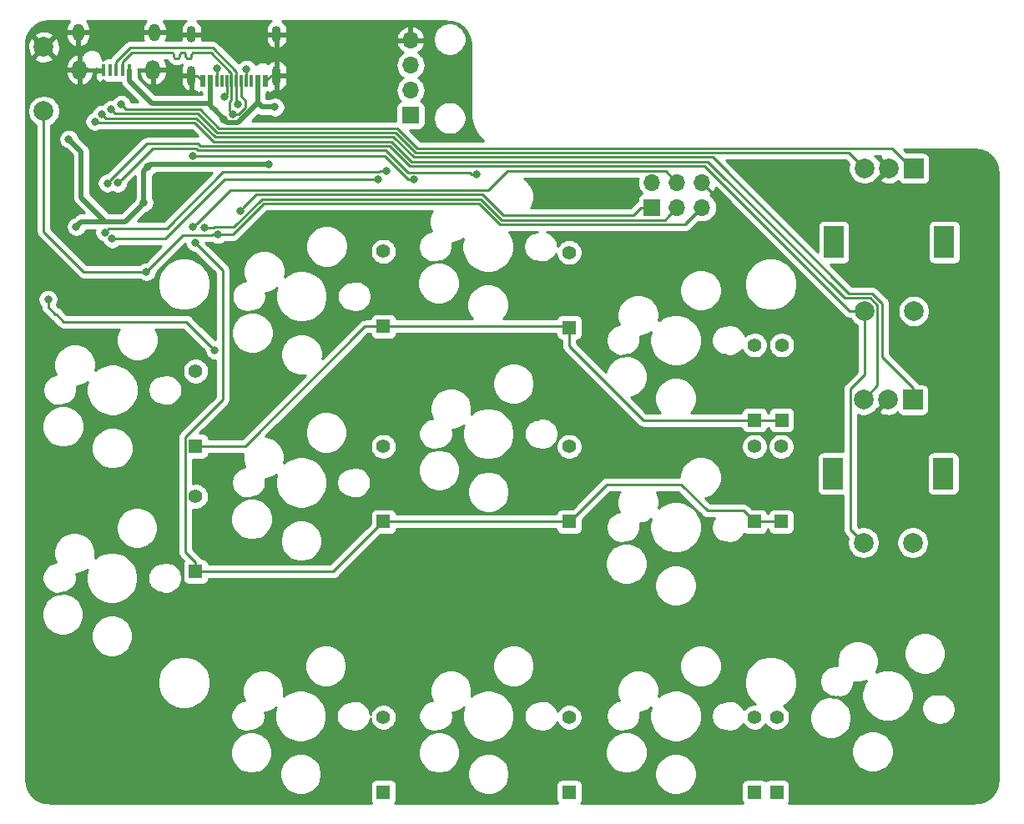
<source format=gtl>
G04 #@! TF.GenerationSoftware,KiCad,Pcbnew,(5.1.4-0-10_14)*
G04 #@! TF.CreationDate,2019-11-24T20:28:34+09:00*
G04 #@! TF.ProjectId,palette1202-OB,70616c65-7474-4653-9132-30322d4f422e,rev?*
G04 #@! TF.SameCoordinates,Original*
G04 #@! TF.FileFunction,Copper,L1,Top*
G04 #@! TF.FilePolarity,Positive*
%FSLAX46Y46*%
G04 Gerber Fmt 4.6, Leading zero omitted, Abs format (unit mm)*
G04 Created by KiCad (PCBNEW (5.1.4-0-10_14)) date 2019-11-24 20:28:34*
%MOMM*%
%LPD*%
G04 APERTURE LIST*
%ADD10R,1.397000X1.397000*%
%ADD11C,1.397000*%
%ADD12O,1.700000X1.700000*%
%ADD13R,1.700000X1.700000*%
%ADD14R,0.600000X1.160000*%
%ADD15R,0.300000X1.160000*%
%ADD16O,0.900000X1.700000*%
%ADD17O,0.900000X2.000000*%
%ADD18O,1.150000X1.800000*%
%ADD19O,1.450000X2.000000*%
%ADD20R,0.450000X1.300000*%
%ADD21C,2.000000*%
%ADD22R,2.000000X2.000000*%
%ADD23R,2.000000X3.200000*%
%ADD24C,0.800000*%
%ADD25C,0.250000*%
%ADD26C,0.500000*%
%ADD27C,0.254000*%
G04 APERTURE END LIST*
D10*
X123100000Y-75160000D03*
D11*
X123100000Y-67540000D03*
D10*
X163000000Y-122435000D03*
D11*
X163000000Y-114815000D03*
D10*
X160750000Y-94960000D03*
D11*
X160750000Y-87340000D03*
D10*
X160750000Y-84660000D03*
D11*
X160750000Y-77040000D03*
D10*
X160750000Y-122435000D03*
D11*
X160750000Y-114815000D03*
D10*
X141950000Y-94960000D03*
D11*
X141950000Y-87340000D03*
D10*
X141950000Y-75260000D03*
D11*
X141950000Y-67640000D03*
D10*
X163450000Y-94960000D03*
D11*
X163450000Y-87340000D03*
D10*
X141950000Y-122435000D03*
D11*
X141950000Y-114815000D03*
D10*
X123100000Y-94960000D03*
D11*
X123100000Y-87340000D03*
D10*
X163500000Y-84660000D03*
D11*
X163500000Y-77040000D03*
D10*
X123100000Y-122435000D03*
D11*
X123100000Y-114815000D03*
D10*
X104050000Y-100035000D03*
D11*
X104050000Y-92415000D03*
D10*
X104050000Y-87310000D03*
D11*
X104050000Y-79690000D03*
D12*
X125857000Y-46088300D03*
X125857000Y-48628300D03*
X125857000Y-51168300D03*
D13*
X125857000Y-53708300D03*
D14*
X104750000Y-50262000D03*
X105550000Y-50262000D03*
X104750000Y-50262000D03*
X105550000Y-50262000D03*
X111150000Y-50262000D03*
X111150000Y-50262000D03*
X110350000Y-50262000D03*
X110350000Y-50262000D03*
D15*
X106200000Y-50262000D03*
X107200000Y-50262000D03*
X106700000Y-50262000D03*
X109200000Y-50262000D03*
X109700000Y-50262000D03*
X107700000Y-50262000D03*
X108200000Y-50262000D03*
X108700000Y-50262000D03*
D16*
X103630000Y-45512000D03*
X112270000Y-45512000D03*
D17*
X103630000Y-49682000D03*
X112270000Y-49682000D03*
D18*
X92137000Y-45294000D03*
X99887000Y-45294000D03*
D19*
X92287000Y-49094000D03*
X99737000Y-49094000D03*
D20*
X94712000Y-49144000D03*
X95362000Y-49144000D03*
X96012000Y-49144000D03*
X96662000Y-49144000D03*
X97312000Y-49144000D03*
D21*
X88646000Y-53288000D03*
X88646000Y-46788000D03*
D22*
X176900000Y-59100000D03*
D21*
X174400000Y-59100000D03*
X171900000Y-59100000D03*
D23*
X180000000Y-66600000D03*
X168800000Y-66600000D03*
D21*
X176900000Y-73600000D03*
X171900000Y-73600000D03*
X171800000Y-97100000D03*
X176800000Y-97100000D03*
D23*
X168700000Y-90100000D03*
X179900000Y-90100000D03*
D21*
X171800000Y-82600000D03*
X174300000Y-82600000D03*
D22*
X176800000Y-82600000D03*
D13*
X150368000Y-63092000D03*
D12*
X150368000Y-60552000D03*
X152908000Y-63092000D03*
X152908000Y-60552000D03*
X155448000Y-63092000D03*
X155448000Y-60552000D03*
D24*
X113030000Y-66548000D03*
X110998000Y-79248000D03*
X103784400Y-60909200D03*
X100203000Y-62458600D03*
X94665800Y-76657200D03*
X109728000Y-98298000D03*
X148945600Y-61569600D03*
X141935200Y-61518800D03*
X95097600Y-60604400D03*
X105994202Y-77571600D03*
X89077800Y-72390000D03*
X103789477Y-57823990D03*
X126238000Y-60234990D03*
X132588004Y-59690000D03*
X96142474Y-60597178D03*
X108559600Y-63423800D03*
X107859990Y-53594004D03*
X108341031Y-52570804D03*
X106941103Y-51872410D03*
X109220000Y-49022000D03*
X106218347Y-48975653D03*
X104952800Y-65151000D03*
X99060000Y-69596000D03*
X106324400Y-65811400D03*
X96520000Y-52614990D03*
X95504000Y-53122990D03*
X93822951Y-54337173D03*
X94555305Y-53630990D03*
X103759000Y-65074800D03*
X103987600Y-66624200D03*
X106921302Y-54089298D03*
X112090198Y-52882800D03*
X95592900Y-66268600D03*
X122592986Y-60237178D03*
X94840322Y-65610094D03*
X123367800Y-59359800D03*
X91948000Y-65024000D03*
X91186002Y-56134002D03*
X111506000Y-58674000D03*
X99212400Y-58928000D03*
X98806000Y-62585600D03*
D25*
X94662000Y-49094000D02*
X94712000Y-49144000D01*
X92287000Y-45444000D02*
X92137000Y-45294000D01*
X92287000Y-49094000D02*
X94662000Y-49094000D01*
X104170000Y-49682000D02*
X104750000Y-50262000D01*
X103630000Y-49682000D02*
X104170000Y-49682000D01*
X111730000Y-49682000D02*
X111150000Y-50262000D01*
X112270000Y-49682000D02*
X111730000Y-49682000D01*
X155448000Y-60552000D02*
X157556200Y-62660200D01*
X171900000Y-80068000D02*
X171900000Y-73600000D01*
X170474999Y-81493001D02*
X171900000Y-80068000D01*
X170474999Y-95774999D02*
X170474999Y-81493001D01*
X171800000Y-97100000D02*
X170474999Y-95774999D01*
X95497599Y-60204401D02*
X95097600Y-60604400D01*
X99085400Y-56616600D02*
X95497599Y-60204401D01*
X104493950Y-56819048D02*
X104291502Y-56616600D01*
X123746638Y-56819049D02*
X104493950Y-56819048D01*
X170399400Y-73600000D02*
X155669408Y-58870008D01*
X125797598Y-58870008D02*
X123746638Y-56819049D01*
X104291502Y-56616600D02*
X99085400Y-56616600D01*
X155669408Y-58870008D02*
X125797598Y-58870008D01*
X171900000Y-73600000D02*
X170399400Y-73600000D01*
X103873301Y-75450699D02*
X105994202Y-77571600D01*
X103098602Y-74676000D02*
X103873301Y-75450699D01*
X89921190Y-73947026D02*
X90650164Y-74676000D01*
X89921190Y-73914000D02*
X89921190Y-73947026D01*
X89814400Y-73914000D02*
X89921190Y-73914000D01*
X90650164Y-74676000D02*
X103098602Y-74676000D01*
X89077800Y-73177400D02*
X89814400Y-73914000D01*
X89077800Y-72390000D02*
X89077800Y-73177400D01*
X103789477Y-57823990D02*
X123203326Y-57823990D01*
X123203326Y-57823990D02*
X125614326Y-60234990D01*
X125614326Y-60234990D02*
X125672315Y-60234990D01*
X125672315Y-60234990D02*
X126238000Y-60234990D01*
X104307549Y-57269058D02*
X104105102Y-57066611D01*
X125600788Y-59509988D02*
X123359858Y-57269058D01*
X104105102Y-57066611D02*
X99673041Y-57066611D01*
X123359858Y-57269058D02*
X104307549Y-57269058D01*
X96542473Y-60197179D02*
X96142474Y-60597178D01*
X131842307Y-59509988D02*
X125600788Y-59509988D01*
X99673041Y-57066611D02*
X96542473Y-60197179D01*
X132022319Y-59690000D02*
X131842307Y-59509988D01*
X132588004Y-59690000D02*
X132022319Y-59690000D01*
X133161798Y-61784978D02*
X110198421Y-61784979D01*
X108959599Y-63023801D02*
X108559600Y-63423800D01*
X135257820Y-63881000D02*
X133161798Y-61784978D01*
X110198421Y-61784979D02*
X108959599Y-63023801D01*
X148479000Y-63881000D02*
X135257820Y-63881000D01*
X149268000Y-63092000D02*
X148479000Y-63881000D01*
X150368000Y-63092000D02*
X149268000Y-63092000D01*
X103017479Y-47552242D02*
X103025001Y-47618999D01*
X103632522Y-47552242D02*
X103654710Y-47488833D01*
X103617479Y-47745940D02*
X103625001Y-47679184D01*
X107700000Y-49432000D02*
X107700000Y-50262000D01*
X103559550Y-47866230D02*
X103595291Y-47809349D01*
X103595291Y-47809349D02*
X103617479Y-47745940D01*
X103258244Y-47971662D02*
X103325001Y-47979184D01*
X103858244Y-47326520D02*
X103925001Y-47318999D01*
X103325001Y-47979184D02*
X103391757Y-47971662D01*
X105586999Y-47318999D02*
X107700000Y-49432000D01*
X103512047Y-47913733D02*
X103559550Y-47866230D01*
X103925001Y-47318999D02*
X105586999Y-47318999D01*
X103654710Y-47488833D02*
X103690451Y-47431952D01*
X102454710Y-47488833D02*
X102490451Y-47431952D01*
X103737954Y-47384449D02*
X103794835Y-47348708D01*
X101994835Y-47949474D02*
X102058244Y-47971662D01*
X103025001Y-47679184D02*
X103032522Y-47745940D01*
X103625001Y-47618999D02*
X103632522Y-47552242D01*
X103794835Y-47348708D02*
X103858244Y-47326520D01*
X103137954Y-47913733D02*
X103194835Y-47949474D01*
X101759550Y-47431952D02*
X101795291Y-47488833D01*
X102791757Y-47326520D02*
X102855166Y-47348708D01*
X102658244Y-47326520D02*
X102725001Y-47318999D01*
X103455166Y-47949474D02*
X103512047Y-47913733D01*
X102417479Y-47745940D02*
X102425001Y-47679184D01*
X102490451Y-47431952D02*
X102537954Y-47384449D01*
X102425001Y-47618999D02*
X102432522Y-47552242D01*
X102425001Y-47679184D02*
X102425001Y-47618999D01*
X102395291Y-47809349D02*
X102417479Y-47745940D01*
X101890451Y-47866230D02*
X101937954Y-47913733D01*
X103391757Y-47971662D02*
X103455166Y-47949474D01*
X102359550Y-47866230D02*
X102395291Y-47809349D01*
X102255166Y-47949474D02*
X102312047Y-47913733D01*
X103690451Y-47431952D02*
X103737954Y-47384449D01*
X102725001Y-47318999D02*
X102791757Y-47326520D01*
X102594835Y-47348708D02*
X102658244Y-47326520D01*
X102125001Y-47979184D02*
X102191757Y-47971662D01*
X96662000Y-48244000D02*
X97587001Y-47318999D01*
X102312047Y-47913733D02*
X102359550Y-47866230D01*
X102058244Y-47971662D02*
X102125001Y-47979184D01*
X103625001Y-47679184D02*
X103625001Y-47618999D01*
X103090451Y-47866230D02*
X103137954Y-47913733D01*
X103054710Y-47809349D02*
X103090451Y-47866230D01*
X96662000Y-49144000D02*
X96662000Y-48244000D01*
X102537954Y-47384449D02*
X102594835Y-47348708D01*
X101825001Y-47618999D02*
X101825001Y-47679184D01*
X101832522Y-47745940D02*
X101854710Y-47809349D01*
X101937954Y-47913733D02*
X101994835Y-47949474D01*
X101825001Y-47679184D02*
X101832522Y-47745940D01*
X97587001Y-47318999D02*
X101525001Y-47318999D01*
X101591757Y-47326520D02*
X101655166Y-47348708D01*
X101712047Y-47384449D02*
X101759550Y-47431952D01*
X102432522Y-47552242D02*
X102454710Y-47488833D01*
X103032522Y-47745940D02*
X103054710Y-47809349D01*
X101655166Y-47348708D02*
X101712047Y-47384449D01*
X102191757Y-47971662D02*
X102255166Y-47949474D01*
X101795291Y-47488833D02*
X101817479Y-47552242D01*
X101525001Y-47318999D02*
X101591757Y-47326520D01*
X101817479Y-47552242D02*
X101825001Y-47618999D01*
X103025001Y-47618999D02*
X103025001Y-47679184D01*
X102959550Y-47431952D02*
X102995291Y-47488833D01*
X102855166Y-47348708D02*
X102912047Y-47384449D01*
X102995291Y-47488833D02*
X103017479Y-47552242D01*
X101854710Y-47809349D02*
X101890451Y-47866230D01*
X103194835Y-47949474D02*
X103258244Y-47971662D01*
X102912047Y-47384449D02*
X102959550Y-47431952D01*
X107459991Y-53194005D02*
X107859990Y-53594004D01*
X108390833Y-53594004D02*
X107859990Y-53594004D01*
X107700000Y-52138833D02*
X107459991Y-52378842D01*
X109066032Y-52918805D02*
X108390833Y-53594004D01*
X108700000Y-50262000D02*
X108700000Y-51804000D01*
X107459991Y-52378842D02*
X107459991Y-53194005D01*
X108700000Y-51804000D02*
X109066032Y-52170032D01*
X109066032Y-52170032D02*
X109066032Y-52918805D01*
X107700000Y-50262000D02*
X107700000Y-52138833D01*
X108200000Y-50262000D02*
X108200000Y-52429773D01*
X108200000Y-52429773D02*
X108341031Y-52570804D01*
X96012000Y-48244000D02*
X96012000Y-49144000D01*
X97387010Y-46868990D02*
X96012000Y-48244000D01*
X105773400Y-46868990D02*
X97387010Y-46868990D01*
X108200000Y-49295590D02*
X105773400Y-46868990D01*
X108200000Y-50262000D02*
X108200000Y-49295590D01*
X107200000Y-50262000D02*
X107200000Y-51613513D01*
X107200000Y-51613513D02*
X106941103Y-51872410D01*
X109220000Y-50242000D02*
X109200000Y-50262000D01*
X109220000Y-49022000D02*
X109220000Y-50242000D01*
X106218347Y-50243653D02*
X106200000Y-50262000D01*
X106218347Y-48975653D02*
X106218347Y-50243653D01*
X152058001Y-63941999D02*
X152908000Y-63092000D01*
X151668990Y-64331010D02*
X152058001Y-63941999D01*
X135071420Y-64331010D02*
X151668990Y-64331010D01*
X110788401Y-62234988D02*
X132975399Y-62234988D01*
X107936991Y-65086399D02*
X110788401Y-62234988D01*
X132975399Y-62234988D02*
X135071420Y-64331010D01*
X105976399Y-65086399D02*
X107936991Y-65086399D01*
X105911798Y-65151000D02*
X105976399Y-65086399D01*
X104952800Y-65151000D02*
X105911798Y-65151000D01*
X88646000Y-65532000D02*
X88646000Y-54702213D01*
X88646000Y-54702213D02*
X88646000Y-53288000D01*
X92710000Y-69596000D02*
X88646000Y-65532000D01*
X99060000Y-69596000D02*
X92710000Y-69596000D01*
X105758715Y-65811400D02*
X106324400Y-65811400D01*
X99060000Y-69596000D02*
X102779999Y-65876001D01*
X102779999Y-65876001D02*
X105694114Y-65876001D01*
X105694114Y-65876001D02*
X105758715Y-65811400D01*
X153715001Y-64724999D02*
X154598001Y-63841999D01*
X154598001Y-63841999D02*
X155448000Y-62992000D01*
X154598001Y-63941999D02*
X155448000Y-63092000D01*
X134885020Y-64781020D02*
X153758980Y-64781020D01*
X132788999Y-62684999D02*
X134885020Y-64781020D01*
X110974801Y-62684999D02*
X132788999Y-62684999D01*
X107848400Y-65811400D02*
X110974801Y-62684999D01*
X153758980Y-64781020D02*
X154598001Y-63941999D01*
X106324400Y-65811400D02*
X107848400Y-65811400D01*
X163500000Y-84660000D02*
X160750000Y-84660000D01*
X141850000Y-75160000D02*
X141950000Y-75260000D01*
X123100000Y-75160000D02*
X141850000Y-75160000D01*
X159801500Y-84660000D02*
X160750000Y-84660000D01*
X149458998Y-84660000D02*
X159801500Y-84660000D01*
X141950000Y-77151002D02*
X149458998Y-84660000D01*
X141950000Y-75260000D02*
X141950000Y-77151002D01*
X122151500Y-75160000D02*
X123100000Y-75160000D01*
X109082800Y-87310000D02*
X121232800Y-75160000D01*
X121232800Y-75160000D02*
X122151500Y-75160000D01*
X104050000Y-87310000D02*
X109082800Y-87310000D01*
X118618000Y-55019011D02*
X118462989Y-55019011D01*
X176727400Y-59100000D02*
X176900000Y-59100000D01*
X174697371Y-57069971D02*
X176727400Y-59100000D01*
X126543203Y-57069971D02*
X174697371Y-57069971D01*
X124492241Y-55019010D02*
X126543203Y-57069971D01*
X118462989Y-55019011D02*
X124492241Y-55019010D01*
X106422407Y-55019011D02*
X118462989Y-55019011D01*
X96520000Y-52614990D02*
X96991010Y-53086000D01*
X96991010Y-53086000D02*
X104489396Y-53086000D01*
X104489396Y-53086000D02*
X106422407Y-55019011D01*
X118461021Y-55469021D02*
X118804400Y-55469021D01*
X126356800Y-57519980D02*
X124305841Y-55469021D01*
X170319980Y-57519980D02*
X126356800Y-57519980D01*
X124305841Y-55469021D02*
X118461021Y-55469021D01*
X171900000Y-59100000D02*
X170319980Y-57519980D01*
X118461021Y-55469021D02*
X106236007Y-55469022D01*
X104302996Y-53536011D02*
X95917021Y-53536011D01*
X106236007Y-55469022D02*
X104302996Y-53536011D01*
X95917021Y-53536011D02*
X95903999Y-53522989D01*
X95903999Y-53522989D02*
X95504000Y-53122990D01*
X173225001Y-81174999D02*
X171800000Y-82600000D01*
X173225001Y-72963999D02*
X173225001Y-81174999D01*
X169885999Y-72274999D02*
X172536001Y-72274999D01*
X156031000Y-58420000D02*
X169885999Y-72274999D01*
X103951763Y-54457600D02*
X105863205Y-56369042D01*
X123933042Y-56369042D02*
X125984000Y-58420000D01*
X172536001Y-72274999D02*
X173225001Y-72963999D01*
X105863205Y-56369042D02*
X123933042Y-56369042D01*
X93943378Y-54457600D02*
X103951763Y-54457600D01*
X125984000Y-58420000D02*
X156031000Y-58420000D01*
X93822951Y-54337173D02*
X93943378Y-54457600D01*
X176800000Y-81350000D02*
X176800000Y-82600000D01*
X173710600Y-72813187D02*
X173710600Y-78260600D01*
X124119442Y-55919031D02*
X126170399Y-57969989D01*
X173710600Y-78260600D02*
X176800000Y-81350000D01*
X170351588Y-71824988D02*
X172722401Y-71824988D01*
X106049605Y-55919031D02*
X124119442Y-55919031D01*
X94931904Y-54007589D02*
X104138163Y-54007589D01*
X104138163Y-54007589D02*
X106049605Y-55919031D01*
X94555305Y-53630990D02*
X94931904Y-54007589D01*
X172722401Y-71824988D02*
X173710600Y-72813187D01*
X156496589Y-57969989D02*
X170351588Y-71824988D01*
X126170399Y-57969989D02*
X156496589Y-57969989D01*
X163450000Y-94960000D02*
X160750000Y-94960000D01*
X123100000Y-94960000D02*
X141950000Y-94960000D01*
X123073600Y-94960000D02*
X123100000Y-94960000D01*
X117998600Y-100035000D02*
X123073600Y-94960000D01*
X104050000Y-100035000D02*
X117998600Y-100035000D01*
X159643000Y-93853000D02*
X160750000Y-94960000D01*
X141950000Y-94960000D02*
X141996600Y-94960000D01*
X155971998Y-93853000D02*
X159643000Y-93853000D01*
X153303997Y-91184999D02*
X155971998Y-93853000D01*
X145771601Y-91184999D02*
X153303997Y-91184999D01*
X141996600Y-94960000D02*
X145771601Y-91184999D01*
X106775199Y-82602799D02*
X106775199Y-69411799D01*
X104050000Y-99086500D02*
X103026499Y-98062999D01*
X104050000Y-100035000D02*
X104050000Y-99086500D01*
X103026499Y-98062999D02*
X103026499Y-86351499D01*
X103026499Y-86351499D02*
X106775199Y-82602799D01*
X106775199Y-69411799D02*
X104387599Y-67024199D01*
X104387599Y-67024199D02*
X103987600Y-66624200D01*
X104158999Y-64674801D02*
X103759000Y-65074800D01*
X135695001Y-59376999D02*
X133774610Y-61297390D01*
X151732999Y-59376999D02*
X135695001Y-59376999D01*
X152908000Y-60552000D02*
X151732999Y-59376999D01*
X107536410Y-61297390D02*
X104158999Y-64674801D01*
X133774610Y-61297390D02*
X107536410Y-61297390D01*
D26*
X105550000Y-50262000D02*
X105550000Y-52718000D01*
X105924405Y-53092401D02*
X106921302Y-54089298D01*
X105924401Y-53092401D02*
X105924405Y-53092401D01*
X110350000Y-50262000D02*
X110350000Y-51342000D01*
X111890800Y-52882800D02*
X112090198Y-52882800D01*
X110350000Y-52448023D02*
X110350000Y-51342000D01*
X110784777Y-52882800D02*
X110350000Y-52448023D01*
X112090198Y-52882800D02*
X110784777Y-52882800D01*
X105740200Y-52908200D02*
X105924401Y-53092401D01*
X105550000Y-52718000D02*
X105740200Y-52908200D01*
X97337001Y-50245401D02*
X97337001Y-49144000D01*
X99602590Y-52510990D02*
X97337001Y-50245401D01*
X105342990Y-52510990D02*
X99602590Y-52510990D01*
X105740200Y-52908200D02*
X105342990Y-52510990D01*
X108354018Y-54444005D02*
X109641043Y-53156980D01*
X106921302Y-54089298D02*
X107276009Y-54444005D01*
X107276009Y-54444005D02*
X108354018Y-54444005D01*
X109641043Y-53156980D02*
X110350000Y-52448023D01*
D25*
X100943632Y-66268600D02*
X106975054Y-60237178D01*
X106975054Y-60237178D02*
X122027301Y-60237178D01*
X122027301Y-60237178D02*
X122592986Y-60237178D01*
X95592900Y-66268600D02*
X100943632Y-66268600D01*
X94840322Y-65610094D02*
X95241427Y-65208989D01*
X122802115Y-59359800D02*
X123367800Y-59359800D01*
X106819700Y-59486800D02*
X122675115Y-59486800D01*
X101097511Y-65208989D02*
X106819700Y-59486800D01*
X95241427Y-65208989D02*
X101097511Y-65208989D01*
X122675115Y-59486800D02*
X122802115Y-59359800D01*
D26*
X92456000Y-64516000D02*
X91948000Y-65024000D01*
X94915408Y-64516000D02*
X92456000Y-64516000D01*
X92456000Y-57404000D02*
X91186002Y-56134002D01*
X92456000Y-62056592D02*
X92456000Y-57404000D01*
X94915408Y-64516000D02*
X92456000Y-62056592D01*
X111506000Y-58674000D02*
X99466400Y-58674000D01*
X99466400Y-58674000D02*
X99212400Y-58928000D01*
X98406001Y-62985599D02*
X98806000Y-62585600D01*
X98806000Y-62019915D02*
X98806000Y-62585600D01*
X99212400Y-58928000D02*
X98806000Y-59334400D01*
X94915408Y-64516000D02*
X96875600Y-64516000D01*
X96875600Y-64516000D02*
X98406001Y-62985599D01*
X98806000Y-59334400D02*
X98806000Y-62019915D01*
D27*
G36*
X91201479Y-44191163D02*
G01*
X91067706Y-44388620D01*
X90975026Y-44608381D01*
X90927000Y-44842000D01*
X90927000Y-45167000D01*
X92010000Y-45167000D01*
X92010000Y-45147000D01*
X92264000Y-45147000D01*
X92264000Y-45167000D01*
X93347000Y-45167000D01*
X93347000Y-44842000D01*
X93298974Y-44608381D01*
X93206294Y-44388620D01*
X93072521Y-44191163D01*
X93040956Y-44160000D01*
X98983044Y-44160000D01*
X98951479Y-44191163D01*
X98817706Y-44388620D01*
X98725026Y-44608381D01*
X98677000Y-44842000D01*
X98677000Y-45167000D01*
X99760000Y-45167000D01*
X99760000Y-45147000D01*
X100014000Y-45147000D01*
X100014000Y-45167000D01*
X101097000Y-45167000D01*
X101097000Y-44842000D01*
X101048974Y-44608381D01*
X100956294Y-44388620D01*
X100822521Y-44191163D01*
X100790956Y-44160000D01*
X103100555Y-44160000D01*
X102952592Y-44254986D01*
X102798413Y-44403609D01*
X102676191Y-44579455D01*
X102590624Y-44775767D01*
X102545000Y-44985000D01*
X102545000Y-45385000D01*
X103503000Y-45385000D01*
X103503000Y-45365000D01*
X103757000Y-45365000D01*
X103757000Y-45385000D01*
X104715000Y-45385000D01*
X104715000Y-44985000D01*
X104669376Y-44775767D01*
X104583809Y-44579455D01*
X104461587Y-44403609D01*
X104307408Y-44254986D01*
X104159445Y-44160000D01*
X111740555Y-44160000D01*
X111592592Y-44254986D01*
X111438413Y-44403609D01*
X111316191Y-44579455D01*
X111230624Y-44775767D01*
X111185000Y-44985000D01*
X111185000Y-45385000D01*
X112143000Y-45385000D01*
X112143000Y-45365000D01*
X112397000Y-45365000D01*
X112397000Y-45385000D01*
X113355000Y-45385000D01*
X113355000Y-44985000D01*
X113309376Y-44775767D01*
X113223809Y-44579455D01*
X113101587Y-44403609D01*
X112947408Y-44254986D01*
X112799445Y-44160000D01*
X129389149Y-44160000D01*
X129496159Y-44194184D01*
X129623538Y-44208733D01*
X129628071Y-44209375D01*
X129629652Y-44209432D01*
X129633831Y-44209909D01*
X129643744Y-44209999D01*
X129647545Y-44210007D01*
X129770537Y-44213564D01*
X129880972Y-44222145D01*
X129986760Y-44235409D01*
X130085149Y-44252291D01*
X130180375Y-44272927D01*
X130274496Y-44297592D01*
X130363245Y-44324870D01*
X130448627Y-44354955D01*
X130535192Y-44389456D01*
X130615494Y-44425224D01*
X130692718Y-44463228D01*
X130767599Y-44503641D01*
X130840446Y-44546523D01*
X130911594Y-44592022D01*
X130981063Y-44640139D01*
X131046873Y-44689350D01*
X131114648Y-44744025D01*
X131176061Y-44797378D01*
X131235245Y-44852583D01*
X131294998Y-44912467D01*
X131351015Y-44972820D01*
X131405294Y-45035680D01*
X131456654Y-45099660D01*
X131505970Y-45165814D01*
X131553906Y-45235249D01*
X131600352Y-45308188D01*
X131642879Y-45380827D01*
X131684690Y-45458873D01*
X131722748Y-45536996D01*
X131758220Y-45617552D01*
X131791676Y-45702481D01*
X131821326Y-45787598D01*
X131848930Y-45878680D01*
X131872669Y-45970776D01*
X131893412Y-46068434D01*
X131909862Y-46166997D01*
X131922700Y-46273369D01*
X131930580Y-46380328D01*
X131933995Y-46516419D01*
X131950972Y-46653943D01*
X131982624Y-46750005D01*
X131951860Y-53529423D01*
X131952249Y-53533564D01*
X131952422Y-53555017D01*
X131952509Y-53555833D01*
X131952437Y-53556653D01*
X131952599Y-53565867D01*
X131953842Y-53616567D01*
X131953967Y-53617581D01*
X131953895Y-53618599D01*
X131954214Y-53627809D01*
X131956413Y-53680698D01*
X131956532Y-53681549D01*
X131956486Y-53682412D01*
X131956957Y-53691615D01*
X131959742Y-53739482D01*
X131959838Y-53740095D01*
X131959815Y-53740711D01*
X131960432Y-53749906D01*
X131963963Y-53797571D01*
X131964083Y-53798266D01*
X131964068Y-53798980D01*
X131964833Y-53808163D01*
X131969278Y-53857392D01*
X131969409Y-53858081D01*
X131969405Y-53858784D01*
X131970317Y-53867954D01*
X131975348Y-53915181D01*
X131975449Y-53915670D01*
X131975454Y-53916171D01*
X131976508Y-53925325D01*
X131982037Y-53970571D01*
X131982113Y-53970913D01*
X131982122Y-53971265D01*
X131983314Y-53980402D01*
X131989425Y-54024853D01*
X131989532Y-54025301D01*
X131989551Y-54025772D01*
X131990883Y-54034890D01*
X131998015Y-54081453D01*
X131998161Y-54082025D01*
X131998194Y-54082617D01*
X131999670Y-54091713D01*
X132007514Y-54138038D01*
X132007660Y-54138574D01*
X132007700Y-54139136D01*
X132009318Y-54148208D01*
X132017864Y-54194287D01*
X132017956Y-54194605D01*
X132017985Y-54194941D01*
X132019738Y-54203988D01*
X132028146Y-54245815D01*
X132028197Y-54245981D01*
X132028215Y-54246162D01*
X132030099Y-54255183D01*
X132039339Y-54297935D01*
X132039414Y-54298169D01*
X132039443Y-54298417D01*
X132041460Y-54307409D01*
X132051438Y-54350496D01*
X132051499Y-54350677D01*
X132051524Y-54350867D01*
X132053671Y-54359829D01*
X132063835Y-54400987D01*
X132063848Y-54401024D01*
X132063855Y-54401071D01*
X132066129Y-54410002D01*
X132076704Y-54450374D01*
X132076705Y-54450376D01*
X132079102Y-54459274D01*
X132090067Y-54498868D01*
X132090070Y-54498875D01*
X132092561Y-54507638D01*
X132104214Y-54547561D01*
X132104263Y-54547683D01*
X132104289Y-54547821D01*
X132106937Y-54556648D01*
X132119819Y-54598536D01*
X132119848Y-54598605D01*
X132119863Y-54598679D01*
X132122635Y-54607467D01*
X132135203Y-54646361D01*
X132135296Y-54646575D01*
X132135347Y-54646808D01*
X132138249Y-54655555D01*
X132153212Y-54699641D01*
X132153316Y-54699871D01*
X132153375Y-54700122D01*
X132156405Y-54708825D01*
X132170260Y-54747751D01*
X132170269Y-54747770D01*
X132173299Y-54756110D01*
X132186860Y-54792644D01*
X132186874Y-54792673D01*
X132189925Y-54800739D01*
X132203947Y-54837047D01*
X132203967Y-54837086D01*
X132207098Y-54845051D01*
X132221573Y-54881127D01*
X132221591Y-54881162D01*
X132224817Y-54889063D01*
X132239742Y-54924906D01*
X132239756Y-54924932D01*
X132243194Y-54933041D01*
X132259417Y-54970578D01*
X132259419Y-54970583D01*
X132259452Y-54970658D01*
X132259484Y-54970732D01*
X132259487Y-54970737D01*
X132263132Y-54979017D01*
X132279919Y-55016440D01*
X132279935Y-55016468D01*
X132283588Y-55024475D01*
X132299897Y-55059567D01*
X132299922Y-55059610D01*
X132303534Y-55067263D01*
X132320278Y-55102108D01*
X132320303Y-55102150D01*
X132323999Y-55109724D01*
X132340611Y-55143186D01*
X132340613Y-55143192D01*
X132340660Y-55143285D01*
X132340920Y-55143809D01*
X132340940Y-55143842D01*
X132344760Y-55151421D01*
X132362622Y-55186264D01*
X132362636Y-55186286D01*
X132366700Y-55194090D01*
X132385808Y-55230167D01*
X132385875Y-55230268D01*
X132385922Y-55230383D01*
X132390296Y-55238495D01*
X132412077Y-55278232D01*
X132412154Y-55278345D01*
X132412208Y-55278471D01*
X132416697Y-55286519D01*
X132436796Y-55321968D01*
X132436817Y-55321999D01*
X132441124Y-55329485D01*
X132460530Y-55362687D01*
X132460556Y-55362723D01*
X132464868Y-55370001D01*
X132484689Y-55402931D01*
X132484710Y-55402959D01*
X132489194Y-55410306D01*
X132510619Y-55444869D01*
X132510639Y-55444895D01*
X132515267Y-55452258D01*
X132535920Y-55484612D01*
X132535954Y-55484655D01*
X132540488Y-55491668D01*
X132561540Y-55523739D01*
X132561584Y-55523793D01*
X132566062Y-55530537D01*
X132586236Y-55560457D01*
X132586294Y-55560527D01*
X132590692Y-55566980D01*
X132611212Y-55596641D01*
X132611264Y-55596703D01*
X132615749Y-55603116D01*
X132636615Y-55632518D01*
X132636672Y-55632584D01*
X132641227Y-55638934D01*
X132662434Y-55668072D01*
X132662491Y-55668136D01*
X132667097Y-55674399D01*
X132688641Y-55703270D01*
X132688686Y-55703320D01*
X132693559Y-55709776D01*
X132716819Y-55740156D01*
X132716845Y-55740184D01*
X132722095Y-55746955D01*
X132747131Y-55778786D01*
X132747159Y-55778815D01*
X132752504Y-55785526D01*
X132776533Y-55815269D01*
X132776582Y-55815319D01*
X132781668Y-55821546D01*
X132804618Y-55849250D01*
X132804678Y-55849309D01*
X132809672Y-55855278D01*
X132832945Y-55882700D01*
X132832997Y-55882750D01*
X132838210Y-55888827D01*
X132863288Y-55917653D01*
X132863325Y-55917688D01*
X132868834Y-55923946D01*
X132894271Y-55952445D01*
X132894292Y-55952465D01*
X132900187Y-55958985D01*
X132929034Y-55990448D01*
X132929067Y-55990477D01*
X132934876Y-55996738D01*
X132959509Y-56022912D01*
X132959577Y-56022971D01*
X132964884Y-56028556D01*
X132989428Y-56054028D01*
X132989490Y-56054081D01*
X132994905Y-56059645D01*
X133020541Y-56085623D01*
X133020595Y-56085668D01*
X133026302Y-56091389D01*
X133053448Y-56118228D01*
X133053508Y-56118276D01*
X133059204Y-56123850D01*
X133084656Y-56148406D01*
X133084711Y-56148449D01*
X133090507Y-56153983D01*
X133118712Y-56180537D01*
X133118767Y-56180580D01*
X133124684Y-56186091D01*
X133151149Y-56210396D01*
X133151210Y-56210442D01*
X133157132Y-56215823D01*
X133185563Y-56241301D01*
X133185621Y-56241344D01*
X133191667Y-56246703D01*
X133218724Y-56270353D01*
X133218793Y-56270402D01*
X133224664Y-56275483D01*
X133252002Y-56298811D01*
X133252069Y-56298858D01*
X133258012Y-56303878D01*
X133265327Y-56309971D01*
X126858005Y-56309971D01*
X125744405Y-55196372D01*
X126707000Y-55196372D01*
X126831482Y-55184112D01*
X126951180Y-55147802D01*
X127061494Y-55088837D01*
X127158185Y-55009485D01*
X127237537Y-54912794D01*
X127296502Y-54802480D01*
X127332812Y-54682782D01*
X127345072Y-54558300D01*
X127345072Y-53834042D01*
X128133000Y-53834042D01*
X128133000Y-54165958D01*
X128197754Y-54491496D01*
X128324772Y-54798147D01*
X128509175Y-55074125D01*
X128743875Y-55308825D01*
X129019853Y-55493228D01*
X129326504Y-55620246D01*
X129652042Y-55685000D01*
X129983958Y-55685000D01*
X130309496Y-55620246D01*
X130616147Y-55493228D01*
X130892125Y-55308825D01*
X131126825Y-55074125D01*
X131311228Y-54798147D01*
X131438246Y-54491496D01*
X131503000Y-54165958D01*
X131503000Y-53834042D01*
X131438246Y-53508504D01*
X131311228Y-53201853D01*
X131126825Y-52925875D01*
X130892125Y-52691175D01*
X130616147Y-52506772D01*
X130309496Y-52379754D01*
X129983958Y-52315000D01*
X129652042Y-52315000D01*
X129326504Y-52379754D01*
X129019853Y-52506772D01*
X128743875Y-52691175D01*
X128509175Y-52925875D01*
X128324772Y-53201853D01*
X128197754Y-53508504D01*
X128133000Y-53834042D01*
X127345072Y-53834042D01*
X127345072Y-52858300D01*
X127332812Y-52733818D01*
X127296502Y-52614120D01*
X127237537Y-52503806D01*
X127158185Y-52407115D01*
X127061494Y-52327763D01*
X126951180Y-52268798D01*
X126882313Y-52247907D01*
X126912134Y-52223434D01*
X127097706Y-51997314D01*
X127235599Y-51739334D01*
X127320513Y-51459411D01*
X127349185Y-51168300D01*
X127320513Y-50877189D01*
X127235599Y-50597266D01*
X127097706Y-50339286D01*
X126912134Y-50113166D01*
X126686014Y-49927594D01*
X126631209Y-49898300D01*
X126686014Y-49869006D01*
X126912134Y-49683434D01*
X127097706Y-49457314D01*
X127235599Y-49199334D01*
X127320513Y-48919411D01*
X127349185Y-48628300D01*
X127320513Y-48337189D01*
X127235599Y-48057266D01*
X127097706Y-47799286D01*
X126912134Y-47573166D01*
X126686014Y-47387594D01*
X126621477Y-47353099D01*
X126738355Y-47283478D01*
X126954588Y-47088569D01*
X127128641Y-46855220D01*
X127253825Y-46592399D01*
X127298476Y-46445190D01*
X127177155Y-46215300D01*
X125984000Y-46215300D01*
X125984000Y-46235300D01*
X125730000Y-46235300D01*
X125730000Y-46215300D01*
X124536845Y-46215300D01*
X124415524Y-46445190D01*
X124460175Y-46592399D01*
X124585359Y-46855220D01*
X124759412Y-47088569D01*
X124975645Y-47283478D01*
X125092523Y-47353099D01*
X125027986Y-47387594D01*
X124801866Y-47573166D01*
X124616294Y-47799286D01*
X124478401Y-48057266D01*
X124393487Y-48337189D01*
X124364815Y-48628300D01*
X124393487Y-48919411D01*
X124478401Y-49199334D01*
X124616294Y-49457314D01*
X124801866Y-49683434D01*
X125027986Y-49869006D01*
X125082791Y-49898300D01*
X125027986Y-49927594D01*
X124801866Y-50113166D01*
X124616294Y-50339286D01*
X124478401Y-50597266D01*
X124393487Y-50877189D01*
X124364815Y-51168300D01*
X124393487Y-51459411D01*
X124478401Y-51739334D01*
X124616294Y-51997314D01*
X124801866Y-52223434D01*
X124831687Y-52247907D01*
X124762820Y-52268798D01*
X124652506Y-52327763D01*
X124555815Y-52407115D01*
X124476463Y-52503806D01*
X124417498Y-52614120D01*
X124381188Y-52733818D01*
X124368928Y-52858300D01*
X124368928Y-54259010D01*
X118655342Y-54259012D01*
X118655333Y-54259011D01*
X109790591Y-54259011D01*
X110297575Y-53752027D01*
X110297579Y-53752022D01*
X110379784Y-53669817D01*
X110444463Y-53704389D01*
X110591472Y-53748984D01*
X110611287Y-53754995D01*
X110741300Y-53767800D01*
X110741308Y-53767800D01*
X110784777Y-53772081D01*
X110828246Y-53767800D01*
X111551744Y-53767800D01*
X111599942Y-53800005D01*
X111788300Y-53878026D01*
X111988259Y-53917800D01*
X112192137Y-53917800D01*
X112392096Y-53878026D01*
X112580454Y-53800005D01*
X112749972Y-53686737D01*
X112894135Y-53542574D01*
X113007403Y-53373056D01*
X113085424Y-53184698D01*
X113125198Y-52984739D01*
X113125198Y-52780861D01*
X113085424Y-52580902D01*
X113007403Y-52392544D01*
X112894135Y-52223026D01*
X112749972Y-52078863D01*
X112580454Y-51965595D01*
X112392096Y-51887574D01*
X112192137Y-51847800D01*
X111988259Y-51847800D01*
X111788300Y-51887574D01*
X111599942Y-51965595D01*
X111551744Y-51997800D01*
X111235000Y-51997800D01*
X111235000Y-51477000D01*
X111277002Y-51477000D01*
X111277002Y-51318252D01*
X111435750Y-51477000D01*
X111450000Y-51480072D01*
X111574482Y-51467812D01*
X111694180Y-51431502D01*
X111804494Y-51372537D01*
X111901185Y-51293185D01*
X111928663Y-51259703D01*
X111975999Y-51276408D01*
X112143000Y-51149502D01*
X112143000Y-49809000D01*
X112397000Y-49809000D01*
X112397000Y-51149502D01*
X112564001Y-51276408D01*
X112767197Y-51204702D01*
X112947408Y-51089014D01*
X113101587Y-50940391D01*
X113223809Y-50764545D01*
X113309376Y-50568233D01*
X113355000Y-50359000D01*
X113355000Y-49809000D01*
X112397000Y-49809000D01*
X112143000Y-49809000D01*
X112123000Y-49809000D01*
X112123000Y-49555000D01*
X112143000Y-49555000D01*
X112143000Y-48214498D01*
X112397000Y-48214498D01*
X112397000Y-49555000D01*
X113355000Y-49555000D01*
X113355000Y-49005000D01*
X113309376Y-48795767D01*
X113223809Y-48599455D01*
X113101587Y-48423609D01*
X112947408Y-48274986D01*
X112767197Y-48159298D01*
X112564001Y-48087592D01*
X112397000Y-48214498D01*
X112143000Y-48214498D01*
X111975999Y-48087592D01*
X111772803Y-48159298D01*
X111592592Y-48274986D01*
X111438413Y-48423609D01*
X111412915Y-48460294D01*
X111282889Y-48373414D01*
X111112729Y-48302932D01*
X110932089Y-48267000D01*
X110747911Y-48267000D01*
X110567271Y-48302932D01*
X110397111Y-48373414D01*
X110243972Y-48475738D01*
X110152073Y-48567637D01*
X110137205Y-48531744D01*
X110023937Y-48362226D01*
X109879774Y-48218063D01*
X109710256Y-48104795D01*
X109521898Y-48026774D01*
X109321939Y-47987000D01*
X109118061Y-47987000D01*
X108918102Y-48026774D01*
X108729744Y-48104795D01*
X108560226Y-48218063D01*
X108416063Y-48362226D01*
X108386172Y-48406961D01*
X106337204Y-46357993D01*
X106313401Y-46328989D01*
X106197676Y-46234016D01*
X106065647Y-46163444D01*
X105922386Y-46119987D01*
X105810733Y-46108990D01*
X105810722Y-46108990D01*
X105773400Y-46105314D01*
X105736078Y-46108990D01*
X104699738Y-46108990D01*
X104715000Y-46039000D01*
X104715000Y-45639000D01*
X111185000Y-45639000D01*
X111185000Y-46039000D01*
X111230624Y-46248233D01*
X111316191Y-46444545D01*
X111438413Y-46620391D01*
X111592592Y-46769014D01*
X111772803Y-46884702D01*
X111975999Y-46956408D01*
X112143000Y-46829502D01*
X112143000Y-45639000D01*
X112397000Y-45639000D01*
X112397000Y-46829502D01*
X112564001Y-46956408D01*
X112767197Y-46884702D01*
X112947408Y-46769014D01*
X113101587Y-46620391D01*
X113223809Y-46444545D01*
X113309376Y-46248233D01*
X113355000Y-46039000D01*
X113355000Y-45731410D01*
X124415524Y-45731410D01*
X124536845Y-45961300D01*
X125730000Y-45961300D01*
X125730000Y-44767486D01*
X125984000Y-44767486D01*
X125984000Y-45961300D01*
X127177155Y-45961300D01*
X127244313Y-45834042D01*
X128133000Y-45834042D01*
X128133000Y-46165958D01*
X128197754Y-46491496D01*
X128324772Y-46798147D01*
X128509175Y-47074125D01*
X128743875Y-47308825D01*
X129019853Y-47493228D01*
X129326504Y-47620246D01*
X129652042Y-47685000D01*
X129983958Y-47685000D01*
X130309496Y-47620246D01*
X130616147Y-47493228D01*
X130892125Y-47308825D01*
X131126825Y-47074125D01*
X131311228Y-46798147D01*
X131438246Y-46491496D01*
X131503000Y-46165958D01*
X131503000Y-45834042D01*
X131438246Y-45508504D01*
X131311228Y-45201853D01*
X131126825Y-44925875D01*
X130892125Y-44691175D01*
X130616147Y-44506772D01*
X130309496Y-44379754D01*
X129983958Y-44315000D01*
X129652042Y-44315000D01*
X129326504Y-44379754D01*
X129019853Y-44506772D01*
X128743875Y-44691175D01*
X128509175Y-44925875D01*
X128324772Y-45201853D01*
X128197754Y-45508504D01*
X128133000Y-45834042D01*
X127244313Y-45834042D01*
X127298476Y-45731410D01*
X127253825Y-45584201D01*
X127128641Y-45321380D01*
X126954588Y-45088031D01*
X126738355Y-44893122D01*
X126488252Y-44744143D01*
X126213891Y-44646819D01*
X125984000Y-44767486D01*
X125730000Y-44767486D01*
X125500109Y-44646819D01*
X125225748Y-44744143D01*
X124975645Y-44893122D01*
X124759412Y-45088031D01*
X124585359Y-45321380D01*
X124460175Y-45584201D01*
X124415524Y-45731410D01*
X113355000Y-45731410D01*
X113355000Y-45639000D01*
X112397000Y-45639000D01*
X112143000Y-45639000D01*
X111185000Y-45639000D01*
X104715000Y-45639000D01*
X103757000Y-45639000D01*
X103757000Y-45659000D01*
X103503000Y-45659000D01*
X103503000Y-45639000D01*
X102545000Y-45639000D01*
X102545000Y-46039000D01*
X102560262Y-46108990D01*
X100994414Y-46108990D01*
X101048974Y-45979619D01*
X101097000Y-45746000D01*
X101097000Y-45421000D01*
X100014000Y-45421000D01*
X100014000Y-45441000D01*
X99760000Y-45441000D01*
X99760000Y-45421000D01*
X98677000Y-45421000D01*
X98677000Y-45746000D01*
X98725026Y-45979619D01*
X98779586Y-46108990D01*
X97424335Y-46108990D01*
X97387010Y-46105314D01*
X97349685Y-46108990D01*
X97349677Y-46108990D01*
X97238024Y-46119987D01*
X97094763Y-46163444D01*
X96962734Y-46234016D01*
X96847009Y-46328989D01*
X96823211Y-46357987D01*
X95501003Y-47680196D01*
X95471999Y-47703999D01*
X95439329Y-47743808D01*
X95377026Y-47819724D01*
X95357674Y-47855928D01*
X95137000Y-47855928D01*
X95033535Y-47866118D01*
X94968750Y-47859000D01*
X94936503Y-47891247D01*
X94892820Y-47904498D01*
X94782506Y-47963463D01*
X94685815Y-48042815D01*
X94614000Y-48130322D01*
X94614000Y-48017750D01*
X94542367Y-47946117D01*
X94532024Y-47841105D01*
X94472841Y-47646007D01*
X94376734Y-47466203D01*
X94247396Y-47308604D01*
X94089797Y-47179266D01*
X93909993Y-47083159D01*
X93714895Y-47023976D01*
X93562838Y-47009000D01*
X93461162Y-47009000D01*
X93309105Y-47023976D01*
X93114007Y-47083159D01*
X92934203Y-47179266D01*
X92776604Y-47308604D01*
X92647266Y-47466203D01*
X92628029Y-47502193D01*
X92624258Y-47501481D01*
X92414000Y-47624482D01*
X92414000Y-48967000D01*
X93043211Y-48967000D01*
X93114007Y-49004841D01*
X93309105Y-49064024D01*
X93461162Y-49079000D01*
X93562838Y-49079000D01*
X93714895Y-49064024D01*
X93909993Y-49004841D01*
X93967730Y-48973980D01*
X94010750Y-49017000D01*
X94498928Y-49017000D01*
X94498928Y-49271000D01*
X94010750Y-49271000D01*
X93852000Y-49429750D01*
X93849014Y-49783532D01*
X93859230Y-49908198D01*
X93893572Y-50028475D01*
X93950718Y-50139742D01*
X94028474Y-50237722D01*
X94123850Y-50318650D01*
X94233182Y-50379416D01*
X94352268Y-50417685D01*
X94455250Y-50429000D01*
X94614000Y-50270250D01*
X94614000Y-50157678D01*
X94685815Y-50245185D01*
X94782506Y-50324537D01*
X94892820Y-50383502D01*
X94936503Y-50396753D01*
X94968750Y-50429000D01*
X95033535Y-50421882D01*
X95137000Y-50432072D01*
X95587000Y-50432072D01*
X95687000Y-50422223D01*
X95787000Y-50432072D01*
X96237000Y-50432072D01*
X96337000Y-50422223D01*
X96437000Y-50432072D01*
X96468805Y-50432072D01*
X96515412Y-50585713D01*
X96597590Y-50739459D01*
X96708184Y-50874218D01*
X96741957Y-50901935D01*
X98166021Y-52326000D01*
X97517794Y-52326000D01*
X97515226Y-52313092D01*
X97437205Y-52124734D01*
X97323937Y-51955216D01*
X97179774Y-51811053D01*
X97010256Y-51697785D01*
X96821898Y-51619764D01*
X96621939Y-51579990D01*
X96418061Y-51579990D01*
X96218102Y-51619764D01*
X96029744Y-51697785D01*
X95860226Y-51811053D01*
X95716063Y-51955216D01*
X95624835Y-52091749D01*
X95605939Y-52087990D01*
X95402061Y-52087990D01*
X95202102Y-52127764D01*
X95013744Y-52205785D01*
X94844226Y-52319053D01*
X94700063Y-52463216D01*
X94611346Y-52595990D01*
X94453366Y-52595990D01*
X94253407Y-52635764D01*
X94065049Y-52713785D01*
X93895531Y-52827053D01*
X93751368Y-52971216D01*
X93638100Y-53140734D01*
X93560079Y-53329092D01*
X93559024Y-53334394D01*
X93521053Y-53341947D01*
X93332695Y-53419968D01*
X93163177Y-53533236D01*
X93019014Y-53677399D01*
X92905746Y-53846917D01*
X92827725Y-54035275D01*
X92787951Y-54235234D01*
X92787951Y-54439112D01*
X92827725Y-54639071D01*
X92905746Y-54827429D01*
X93019014Y-54996947D01*
X93163177Y-55141110D01*
X93332695Y-55254378D01*
X93521053Y-55332399D01*
X93721012Y-55372173D01*
X93924890Y-55372173D01*
X94124849Y-55332399D01*
X94313207Y-55254378D01*
X94368249Y-55217600D01*
X103636962Y-55217600D01*
X104274009Y-55854647D01*
X104254180Y-55856600D01*
X99122723Y-55856600D01*
X99085400Y-55852924D01*
X99048077Y-55856600D01*
X99048067Y-55856600D01*
X98936414Y-55867597D01*
X98793153Y-55911054D01*
X98661124Y-55981626D01*
X98545399Y-56076599D01*
X98521601Y-56105597D01*
X95057799Y-59569400D01*
X94995661Y-59569400D01*
X94795702Y-59609174D01*
X94607344Y-59687195D01*
X94437826Y-59800463D01*
X94293663Y-59944626D01*
X94180395Y-60114144D01*
X94102374Y-60302502D01*
X94062600Y-60502461D01*
X94062600Y-60706339D01*
X94102374Y-60906298D01*
X94180395Y-61094656D01*
X94293663Y-61264174D01*
X94437826Y-61408337D01*
X94607344Y-61521605D01*
X94795702Y-61599626D01*
X94995661Y-61639400D01*
X95199539Y-61639400D01*
X95399498Y-61599626D01*
X95587856Y-61521605D01*
X95625441Y-61496491D01*
X95652218Y-61514383D01*
X95840576Y-61592404D01*
X96040535Y-61632178D01*
X96244413Y-61632178D01*
X96444372Y-61592404D01*
X96632730Y-61514383D01*
X96802248Y-61401115D01*
X96946411Y-61256952D01*
X97059679Y-61087434D01*
X97137700Y-60899076D01*
X97177474Y-60699117D01*
X97177474Y-60636979D01*
X97921000Y-59893453D01*
X97921001Y-61976429D01*
X97921000Y-61976439D01*
X97921000Y-62047146D01*
X97888795Y-62095344D01*
X97810774Y-62283702D01*
X97799465Y-62340556D01*
X96509022Y-63631000D01*
X95281987Y-63631000D01*
X93341000Y-61690014D01*
X93341000Y-57447465D01*
X93345281Y-57403999D01*
X93341000Y-57360533D01*
X93341000Y-57360523D01*
X93328195Y-57230510D01*
X93277589Y-57063687D01*
X93195411Y-56909941D01*
X93146503Y-56850347D01*
X93112532Y-56808953D01*
X93112530Y-56808951D01*
X93084817Y-56775183D01*
X93051049Y-56747470D01*
X92192537Y-55888959D01*
X92181228Y-55832104D01*
X92103207Y-55643746D01*
X91989939Y-55474228D01*
X91845776Y-55330065D01*
X91676258Y-55216797D01*
X91487900Y-55138776D01*
X91287941Y-55099002D01*
X91084063Y-55099002D01*
X90884104Y-55138776D01*
X90695746Y-55216797D01*
X90526228Y-55330065D01*
X90382065Y-55474228D01*
X90268797Y-55643746D01*
X90190776Y-55832104D01*
X90151002Y-56032063D01*
X90151002Y-56235941D01*
X90190776Y-56435900D01*
X90268797Y-56624258D01*
X90382065Y-56793776D01*
X90526228Y-56937939D01*
X90695746Y-57051207D01*
X90884104Y-57129228D01*
X90940959Y-57140537D01*
X91571001Y-57770580D01*
X91571000Y-62013123D01*
X91566719Y-62056592D01*
X91571000Y-62100061D01*
X91571000Y-62100068D01*
X91577298Y-62164011D01*
X91583805Y-62230082D01*
X91587723Y-62242998D01*
X91634411Y-62396904D01*
X91716589Y-62550650D01*
X91827183Y-62685409D01*
X91860956Y-62713126D01*
X92778830Y-63631000D01*
X92499465Y-63631000D01*
X92455999Y-63626719D01*
X92412533Y-63631000D01*
X92412523Y-63631000D01*
X92282510Y-63643805D01*
X92115687Y-63694411D01*
X91961941Y-63776589D01*
X91827183Y-63887183D01*
X91799468Y-63920954D01*
X91702957Y-64017465D01*
X91646102Y-64028774D01*
X91457744Y-64106795D01*
X91288226Y-64220063D01*
X91144063Y-64364226D01*
X91030795Y-64533744D01*
X90952774Y-64722102D01*
X90913000Y-64922061D01*
X90913000Y-65125939D01*
X90952774Y-65325898D01*
X91030795Y-65514256D01*
X91144063Y-65683774D01*
X91288226Y-65827937D01*
X91457744Y-65941205D01*
X91646102Y-66019226D01*
X91846061Y-66059000D01*
X92049939Y-66059000D01*
X92249898Y-66019226D01*
X92438256Y-65941205D01*
X92607774Y-65827937D01*
X92751937Y-65683774D01*
X92865205Y-65514256D01*
X92912118Y-65401000D01*
X93826636Y-65401000D01*
X93805322Y-65508155D01*
X93805322Y-65712033D01*
X93845096Y-65911992D01*
X93923117Y-66100350D01*
X94036385Y-66269868D01*
X94180548Y-66414031D01*
X94350066Y-66527299D01*
X94538424Y-66605320D01*
X94618713Y-66621290D01*
X94675695Y-66758856D01*
X94788963Y-66928374D01*
X94933126Y-67072537D01*
X95102644Y-67185805D01*
X95291002Y-67263826D01*
X95490961Y-67303600D01*
X95694839Y-67303600D01*
X95894798Y-67263826D01*
X96083156Y-67185805D01*
X96252674Y-67072537D01*
X96296611Y-67028600D01*
X100552598Y-67028600D01*
X99020199Y-68561000D01*
X98958061Y-68561000D01*
X98758102Y-68600774D01*
X98569744Y-68678795D01*
X98400226Y-68792063D01*
X98356289Y-68836000D01*
X93024802Y-68836000D01*
X89406000Y-65217199D01*
X89406000Y-54742909D01*
X89420463Y-54736918D01*
X89688252Y-54557987D01*
X89915987Y-54330252D01*
X90094918Y-54062463D01*
X90218168Y-53764912D01*
X90281000Y-53449033D01*
X90281000Y-53126967D01*
X90218168Y-52811088D01*
X90094918Y-52513537D01*
X89915987Y-52245748D01*
X89688252Y-52018013D01*
X89420463Y-51839082D01*
X89122912Y-51715832D01*
X88807033Y-51653000D01*
X88484967Y-51653000D01*
X88169088Y-51715832D01*
X87871537Y-51839082D01*
X87603748Y-52018013D01*
X87376013Y-52245748D01*
X87197082Y-52513537D01*
X87073832Y-52811088D01*
X87011000Y-53126967D01*
X87011000Y-53449033D01*
X87073832Y-53764912D01*
X87197082Y-54062463D01*
X87376013Y-54330252D01*
X87603748Y-54557987D01*
X87871537Y-54736918D01*
X87886001Y-54742909D01*
X87886000Y-65494678D01*
X87882324Y-65532000D01*
X87886000Y-65569322D01*
X87886000Y-65569332D01*
X87896997Y-65680985D01*
X87928845Y-65785974D01*
X87940454Y-65824246D01*
X88011026Y-65956276D01*
X88050871Y-66004826D01*
X88105999Y-66072001D01*
X88135003Y-66095804D01*
X92146201Y-70107003D01*
X92169999Y-70136001D01*
X92198997Y-70159799D01*
X92285723Y-70230974D01*
X92417753Y-70301546D01*
X92561014Y-70345003D01*
X92672667Y-70356000D01*
X92672677Y-70356000D01*
X92710000Y-70359676D01*
X92747323Y-70356000D01*
X98356289Y-70356000D01*
X98400226Y-70399937D01*
X98569744Y-70513205D01*
X98758102Y-70591226D01*
X98958061Y-70631000D01*
X99161939Y-70631000D01*
X99309990Y-70601551D01*
X100185000Y-70601551D01*
X100185000Y-71130449D01*
X100288183Y-71649186D01*
X100490583Y-72137825D01*
X100784424Y-72577588D01*
X101158412Y-72951576D01*
X101598175Y-73245417D01*
X102086814Y-73447817D01*
X102605551Y-73551000D01*
X103134449Y-73551000D01*
X103653186Y-73447817D01*
X104141825Y-73245417D01*
X104581588Y-72951576D01*
X104955576Y-72577588D01*
X105249417Y-72137825D01*
X105451817Y-71649186D01*
X105555000Y-71130449D01*
X105555000Y-70601551D01*
X105451817Y-70082814D01*
X105249417Y-69594175D01*
X104955576Y-69154412D01*
X104581588Y-68780424D01*
X104141825Y-68486583D01*
X103653186Y-68284183D01*
X103134449Y-68181000D01*
X102605551Y-68181000D01*
X102086814Y-68284183D01*
X101598175Y-68486583D01*
X101158412Y-68780424D01*
X100784424Y-69154412D01*
X100490583Y-69594175D01*
X100288183Y-70082814D01*
X100185000Y-70601551D01*
X99309990Y-70601551D01*
X99361898Y-70591226D01*
X99550256Y-70513205D01*
X99719774Y-70399937D01*
X99863937Y-70255774D01*
X99977205Y-70086256D01*
X100055226Y-69897898D01*
X100095000Y-69697939D01*
X100095000Y-69635801D01*
X102961238Y-66769564D01*
X102992374Y-66926098D01*
X103070395Y-67114456D01*
X103183663Y-67283974D01*
X103327826Y-67428137D01*
X103497344Y-67541405D01*
X103685702Y-67619426D01*
X103885661Y-67659200D01*
X103947799Y-67659200D01*
X106015200Y-69726602D01*
X106015199Y-76517796D01*
X104437104Y-74939701D01*
X104437100Y-74939696D01*
X103662405Y-74165002D01*
X103638603Y-74135999D01*
X103522878Y-74041026D01*
X103390849Y-73970454D01*
X103247588Y-73926997D01*
X103135935Y-73916000D01*
X103135924Y-73916000D01*
X103098602Y-73912324D01*
X103061280Y-73916000D01*
X90964966Y-73916000D01*
X90576231Y-73527265D01*
X90556164Y-73489724D01*
X90461191Y-73373999D01*
X90345466Y-73279026D01*
X90213437Y-73208454D01*
X90170688Y-73195487D01*
X89939110Y-72963909D01*
X89995005Y-72880256D01*
X90073026Y-72691898D01*
X90112800Y-72491939D01*
X90112800Y-72288061D01*
X90073026Y-72088102D01*
X89995005Y-71899744D01*
X89881737Y-71730226D01*
X89737574Y-71586063D01*
X89568056Y-71472795D01*
X89379698Y-71394774D01*
X89179739Y-71355000D01*
X88975861Y-71355000D01*
X88775902Y-71394774D01*
X88587544Y-71472795D01*
X88418026Y-71586063D01*
X88273863Y-71730226D01*
X88160595Y-71899744D01*
X88082574Y-72088102D01*
X88042800Y-72288061D01*
X88042800Y-72491939D01*
X88082574Y-72691898D01*
X88160595Y-72880256D01*
X88273863Y-73049774D01*
X88317800Y-73093711D01*
X88317800Y-73140078D01*
X88314124Y-73177400D01*
X88317800Y-73214722D01*
X88317800Y-73214733D01*
X88328797Y-73326386D01*
X88347571Y-73388274D01*
X88372254Y-73469646D01*
X88442826Y-73601676D01*
X88511209Y-73685000D01*
X88537800Y-73717401D01*
X88566798Y-73741199D01*
X89250601Y-74425002D01*
X89274399Y-74454001D01*
X89390124Y-74548974D01*
X89515183Y-74615821D01*
X90086365Y-75187002D01*
X90110163Y-75216001D01*
X90139161Y-75239799D01*
X90225887Y-75310974D01*
X90338155Y-75370983D01*
X90357917Y-75381546D01*
X90501178Y-75425003D01*
X90612831Y-75436000D01*
X90612841Y-75436000D01*
X90650164Y-75439676D01*
X90687487Y-75436000D01*
X96296563Y-75436000D01*
X96247988Y-75508698D01*
X96087047Y-75897244D01*
X96005000Y-76309721D01*
X96005000Y-76730279D01*
X96087047Y-77142756D01*
X96247988Y-77531302D01*
X96481637Y-77880983D01*
X96779017Y-78178363D01*
X97128698Y-78412012D01*
X97517244Y-78572953D01*
X97929721Y-78655000D01*
X98350279Y-78655000D01*
X98762756Y-78572953D01*
X99151302Y-78412012D01*
X99500983Y-78178363D01*
X99798363Y-77880983D01*
X100032012Y-77531302D01*
X100192953Y-77142756D01*
X100275000Y-76730279D01*
X100275000Y-76309721D01*
X100192953Y-75897244D01*
X100032012Y-75508698D01*
X99983437Y-75436000D01*
X102783801Y-75436000D01*
X103362298Y-76014498D01*
X103362303Y-76014502D01*
X104959202Y-77611402D01*
X104959202Y-77673539D01*
X104998976Y-77873498D01*
X105076997Y-78061856D01*
X105190265Y-78231374D01*
X105334428Y-78375537D01*
X105503946Y-78488805D01*
X105692304Y-78566826D01*
X105892263Y-78606600D01*
X106015199Y-78606600D01*
X106015199Y-82287996D01*
X102515497Y-85787700D01*
X102486499Y-85811498D01*
X102462701Y-85840496D01*
X102462700Y-85840497D01*
X102391525Y-85927223D01*
X102320953Y-86059253D01*
X102277497Y-86202514D01*
X102262823Y-86351499D01*
X102266500Y-86388831D01*
X102266499Y-98025677D01*
X102262823Y-98062999D01*
X102266499Y-98100321D01*
X102266499Y-98100331D01*
X102277496Y-98211984D01*
X102311118Y-98322823D01*
X102320953Y-98355245D01*
X102391525Y-98487275D01*
X102431370Y-98535825D01*
X102486498Y-98603000D01*
X102515501Y-98626803D01*
X102843384Y-98954686D01*
X102820963Y-98982006D01*
X102761998Y-99092320D01*
X102725688Y-99212018D01*
X102713428Y-99336500D01*
X102713428Y-100733500D01*
X102725688Y-100857982D01*
X102761998Y-100977680D01*
X102820963Y-101087994D01*
X102900315Y-101184685D01*
X102997006Y-101264037D01*
X103107320Y-101323002D01*
X103227018Y-101359312D01*
X103351500Y-101371572D01*
X104748500Y-101371572D01*
X104872982Y-101359312D01*
X104992680Y-101323002D01*
X105102994Y-101264037D01*
X105199685Y-101184685D01*
X105279037Y-101087994D01*
X105338002Y-100977680D01*
X105374312Y-100857982D01*
X105380515Y-100795000D01*
X117961278Y-100795000D01*
X117998600Y-100798676D01*
X118035922Y-100795000D01*
X118035933Y-100795000D01*
X118147586Y-100784003D01*
X118290847Y-100740546D01*
X118422876Y-100669974D01*
X118538601Y-100575001D01*
X118562404Y-100545997D01*
X120068680Y-99039721D01*
X145615000Y-99039721D01*
X145615000Y-99460279D01*
X145697047Y-99872756D01*
X145857988Y-100261302D01*
X146091637Y-100610983D01*
X146389017Y-100908363D01*
X146738698Y-101142012D01*
X147127244Y-101302953D01*
X147539721Y-101385000D01*
X147960279Y-101385000D01*
X148372756Y-101302953D01*
X148525411Y-101239721D01*
X150615000Y-101239721D01*
X150615000Y-101660279D01*
X150697047Y-102072756D01*
X150857988Y-102461302D01*
X151091637Y-102810983D01*
X151389017Y-103108363D01*
X151738698Y-103342012D01*
X152127244Y-103502953D01*
X152539721Y-103585000D01*
X152960279Y-103585000D01*
X153372756Y-103502953D01*
X153761302Y-103342012D01*
X154110983Y-103108363D01*
X154408363Y-102810983D01*
X154642012Y-102461302D01*
X154802953Y-102072756D01*
X154885000Y-101660279D01*
X154885000Y-101239721D01*
X154802953Y-100827244D01*
X154642012Y-100438698D01*
X154408363Y-100089017D01*
X154110983Y-99791637D01*
X153761302Y-99557988D01*
X153372756Y-99397047D01*
X152960279Y-99315000D01*
X152539721Y-99315000D01*
X152127244Y-99397047D01*
X151738698Y-99557988D01*
X151389017Y-99791637D01*
X151091637Y-100089017D01*
X150857988Y-100438698D01*
X150697047Y-100827244D01*
X150615000Y-101239721D01*
X148525411Y-101239721D01*
X148761302Y-101142012D01*
X149110983Y-100908363D01*
X149408363Y-100610983D01*
X149642012Y-100261302D01*
X149802953Y-99872756D01*
X149885000Y-99460279D01*
X149885000Y-99039721D01*
X149802953Y-98627244D01*
X149642012Y-98238698D01*
X149408363Y-97889017D01*
X149110983Y-97591637D01*
X148761302Y-97357988D01*
X148372756Y-97197047D01*
X147960279Y-97115000D01*
X147539721Y-97115000D01*
X147127244Y-97197047D01*
X146738698Y-97357988D01*
X146389017Y-97591637D01*
X146091637Y-97889017D01*
X145857988Y-98238698D01*
X145697047Y-98627244D01*
X145615000Y-99039721D01*
X120068680Y-99039721D01*
X122811830Y-96296572D01*
X123798500Y-96296572D01*
X123922982Y-96284312D01*
X124042680Y-96248002D01*
X124152994Y-96189037D01*
X124249685Y-96109685D01*
X124329037Y-96012994D01*
X124388002Y-95902680D01*
X124424312Y-95782982D01*
X124430515Y-95720000D01*
X140619485Y-95720000D01*
X140625688Y-95782982D01*
X140661998Y-95902680D01*
X140720963Y-96012994D01*
X140800315Y-96109685D01*
X140897006Y-96189037D01*
X141007320Y-96248002D01*
X141127018Y-96284312D01*
X141251500Y-96296572D01*
X142648500Y-96296572D01*
X142772982Y-96284312D01*
X142892680Y-96248002D01*
X143002994Y-96189037D01*
X143099685Y-96109685D01*
X143179037Y-96012994D01*
X143238002Y-95902680D01*
X143274312Y-95782982D01*
X143286572Y-95658500D01*
X143286572Y-94744829D01*
X146086403Y-91944999D01*
X147083868Y-91944999D01*
X147047988Y-91998698D01*
X146887047Y-92387244D01*
X146805000Y-92799721D01*
X146805000Y-93220279D01*
X146887047Y-93632756D01*
X147029936Y-93977721D01*
X146787673Y-94025911D01*
X146499221Y-94145391D01*
X146239621Y-94318850D01*
X146018850Y-94539621D01*
X145845391Y-94799221D01*
X145725911Y-95087673D01*
X145665000Y-95393891D01*
X145665000Y-95706109D01*
X145725911Y-96012327D01*
X145845391Y-96300779D01*
X146018850Y-96560379D01*
X146239621Y-96781150D01*
X146499221Y-96954609D01*
X146787673Y-97074089D01*
X147093891Y-97135000D01*
X147406109Y-97135000D01*
X147712327Y-97074089D01*
X147806697Y-97035000D01*
X147816260Y-97035000D01*
X148103158Y-96977932D01*
X148373411Y-96865990D01*
X148616632Y-96703475D01*
X148823475Y-96496632D01*
X148985990Y-96253411D01*
X149097932Y-95983158D01*
X149155000Y-95696260D01*
X149155000Y-95403740D01*
X149103533Y-95145000D01*
X149150279Y-95145000D01*
X149562756Y-95062953D01*
X149951302Y-94902012D01*
X150248578Y-94703379D01*
X150216261Y-94781399D01*
X150115000Y-95290475D01*
X150115000Y-95809525D01*
X150216261Y-96318601D01*
X150414893Y-96798141D01*
X150703262Y-97229715D01*
X151070285Y-97596738D01*
X151501859Y-97885107D01*
X151981399Y-98083739D01*
X152490475Y-98185000D01*
X153009525Y-98185000D01*
X153518601Y-98083739D01*
X153998141Y-97885107D01*
X154429715Y-97596738D01*
X154796738Y-97229715D01*
X155085107Y-96798141D01*
X155283739Y-96318601D01*
X155385000Y-95809525D01*
X155385000Y-95290475D01*
X155283739Y-94781399D01*
X155085107Y-94301859D01*
X154796738Y-93870285D01*
X154429715Y-93503262D01*
X153998141Y-93214893D01*
X153518601Y-93016261D01*
X153009525Y-92915000D01*
X152490475Y-92915000D01*
X151981399Y-93016261D01*
X151501859Y-93214893D01*
X151070285Y-93503262D01*
X151005905Y-93567642D01*
X151075000Y-93220279D01*
X151075000Y-92799721D01*
X150992953Y-92387244D01*
X150832012Y-91998698D01*
X150796132Y-91944999D01*
X152989196Y-91944999D01*
X155408198Y-94364002D01*
X155431997Y-94393001D01*
X155547722Y-94487974D01*
X155679751Y-94558546D01*
X155823012Y-94602003D01*
X155934665Y-94613000D01*
X155934674Y-94613000D01*
X155971997Y-94616676D01*
X156009320Y-94613000D01*
X156670089Y-94613000D01*
X156514010Y-94846589D01*
X156402068Y-95116842D01*
X156345000Y-95403740D01*
X156345000Y-95696260D01*
X156402068Y-95983158D01*
X156514010Y-96253411D01*
X156676525Y-96496632D01*
X156883368Y-96703475D01*
X157126589Y-96865990D01*
X157396842Y-96977932D01*
X157683740Y-97035000D01*
X157693303Y-97035000D01*
X157787673Y-97074089D01*
X158093891Y-97135000D01*
X158406109Y-97135000D01*
X158712327Y-97074089D01*
X159000779Y-96954609D01*
X159260379Y-96781150D01*
X159481150Y-96560379D01*
X159654609Y-96300779D01*
X159700189Y-96190738D01*
X159807320Y-96248002D01*
X159927018Y-96284312D01*
X160051500Y-96296572D01*
X161448500Y-96296572D01*
X161572982Y-96284312D01*
X161692680Y-96248002D01*
X161802994Y-96189037D01*
X161899685Y-96109685D01*
X161979037Y-96012994D01*
X162038002Y-95902680D01*
X162074312Y-95782982D01*
X162080515Y-95720000D01*
X162119485Y-95720000D01*
X162125688Y-95782982D01*
X162161998Y-95902680D01*
X162220963Y-96012994D01*
X162300315Y-96109685D01*
X162397006Y-96189037D01*
X162507320Y-96248002D01*
X162627018Y-96284312D01*
X162751500Y-96296572D01*
X164148500Y-96296572D01*
X164272982Y-96284312D01*
X164392680Y-96248002D01*
X164502994Y-96189037D01*
X164599685Y-96109685D01*
X164679037Y-96012994D01*
X164738002Y-95902680D01*
X164774312Y-95782982D01*
X164786572Y-95658500D01*
X164786572Y-94261500D01*
X164774312Y-94137018D01*
X164738002Y-94017320D01*
X164679037Y-93907006D01*
X164599685Y-93810315D01*
X164502994Y-93730963D01*
X164392680Y-93671998D01*
X164272982Y-93635688D01*
X164148500Y-93623428D01*
X162751500Y-93623428D01*
X162627018Y-93635688D01*
X162507320Y-93671998D01*
X162397006Y-93730963D01*
X162300315Y-93810315D01*
X162220963Y-93907006D01*
X162161998Y-94017320D01*
X162125688Y-94137018D01*
X162119485Y-94200000D01*
X162080515Y-94200000D01*
X162074312Y-94137018D01*
X162038002Y-94017320D01*
X161979037Y-93907006D01*
X161899685Y-93810315D01*
X161802994Y-93730963D01*
X161692680Y-93671998D01*
X161572982Y-93635688D01*
X161448500Y-93623428D01*
X160488230Y-93623428D01*
X160206803Y-93342002D01*
X160183001Y-93312999D01*
X160067276Y-93218026D01*
X159935247Y-93147454D01*
X159791986Y-93103997D01*
X159680333Y-93093000D01*
X159680322Y-93093000D01*
X159643000Y-93089324D01*
X159605678Y-93093000D01*
X156286800Y-93093000D01*
X155749272Y-92555472D01*
X155912756Y-92522953D01*
X156301302Y-92362012D01*
X156650983Y-92128363D01*
X156948363Y-91830983D01*
X157182012Y-91481302D01*
X157342953Y-91092756D01*
X157425000Y-90680279D01*
X157425000Y-90259721D01*
X157342953Y-89847244D01*
X157182012Y-89458698D01*
X156948363Y-89109017D01*
X156650983Y-88811637D01*
X156301302Y-88577988D01*
X155912756Y-88417047D01*
X155500279Y-88335000D01*
X155079721Y-88335000D01*
X154667244Y-88417047D01*
X154278698Y-88577988D01*
X153929017Y-88811637D01*
X153631637Y-89109017D01*
X153397988Y-89458698D01*
X153237047Y-89847244D01*
X153155000Y-90259721D01*
X153155000Y-90424999D01*
X145808934Y-90424999D01*
X145771601Y-90421322D01*
X145734268Y-90424999D01*
X145622615Y-90435996D01*
X145479354Y-90479453D01*
X145347325Y-90550025D01*
X145231600Y-90644998D01*
X145207802Y-90673996D01*
X142258371Y-93623428D01*
X141251500Y-93623428D01*
X141127018Y-93635688D01*
X141007320Y-93671998D01*
X140897006Y-93730963D01*
X140800315Y-93810315D01*
X140720963Y-93907006D01*
X140661998Y-94017320D01*
X140625688Y-94137018D01*
X140619485Y-94200000D01*
X124430515Y-94200000D01*
X124424312Y-94137018D01*
X124388002Y-94017320D01*
X124329037Y-93907006D01*
X124249685Y-93810315D01*
X124152994Y-93730963D01*
X124042680Y-93671998D01*
X123922982Y-93635688D01*
X123798500Y-93623428D01*
X122401500Y-93623428D01*
X122277018Y-93635688D01*
X122157320Y-93671998D01*
X122047006Y-93730963D01*
X121950315Y-93810315D01*
X121870963Y-93907006D01*
X121811998Y-94017320D01*
X121775688Y-94137018D01*
X121763428Y-94261500D01*
X121763428Y-95195370D01*
X117683799Y-99275000D01*
X105380515Y-99275000D01*
X105374312Y-99212018D01*
X105338002Y-99092320D01*
X105279037Y-98982006D01*
X105199685Y-98885315D01*
X105102994Y-98805963D01*
X104992680Y-98746998D01*
X104872982Y-98710688D01*
X104748500Y-98698428D01*
X104704326Y-98698428D01*
X104704083Y-98697973D01*
X104684974Y-98662223D01*
X104613799Y-98575497D01*
X104590001Y-98546499D01*
X104561003Y-98522701D01*
X103786499Y-97748198D01*
X103786499Y-94489721D01*
X107615000Y-94489721D01*
X107615000Y-94910279D01*
X107697047Y-95322756D01*
X107857988Y-95711302D01*
X108091637Y-96060983D01*
X108389017Y-96358363D01*
X108738698Y-96592012D01*
X109127244Y-96752953D01*
X109539721Y-96835000D01*
X109960279Y-96835000D01*
X110372756Y-96752953D01*
X110525411Y-96689721D01*
X112615000Y-96689721D01*
X112615000Y-97110279D01*
X112697047Y-97522756D01*
X112857988Y-97911302D01*
X113091637Y-98260983D01*
X113389017Y-98558363D01*
X113738698Y-98792012D01*
X114127244Y-98952953D01*
X114539721Y-99035000D01*
X114960279Y-99035000D01*
X115372756Y-98952953D01*
X115761302Y-98792012D01*
X116110983Y-98558363D01*
X116408363Y-98260983D01*
X116642012Y-97911302D01*
X116802953Y-97522756D01*
X116885000Y-97110279D01*
X116885000Y-96689721D01*
X116802953Y-96277244D01*
X116642012Y-95888698D01*
X116408363Y-95539017D01*
X116110983Y-95241637D01*
X115761302Y-95007988D01*
X115372756Y-94847047D01*
X114960279Y-94765000D01*
X114539721Y-94765000D01*
X114127244Y-94847047D01*
X113738698Y-95007988D01*
X113389017Y-95241637D01*
X113091637Y-95539017D01*
X112857988Y-95888698D01*
X112697047Y-96277244D01*
X112615000Y-96689721D01*
X110525411Y-96689721D01*
X110761302Y-96592012D01*
X111110983Y-96358363D01*
X111408363Y-96060983D01*
X111642012Y-95711302D01*
X111802953Y-95322756D01*
X111885000Y-94910279D01*
X111885000Y-94489721D01*
X111802953Y-94077244D01*
X111642012Y-93688698D01*
X111408363Y-93339017D01*
X111110983Y-93041637D01*
X110761302Y-92807988D01*
X110372756Y-92647047D01*
X109960279Y-92565000D01*
X109539721Y-92565000D01*
X109127244Y-92647047D01*
X108738698Y-92807988D01*
X108389017Y-93041637D01*
X108091637Y-93339017D01*
X107857988Y-93688698D01*
X107697047Y-94077244D01*
X107615000Y-94489721D01*
X103786499Y-94489721D01*
X103786499Y-93722211D01*
X103918662Y-93748500D01*
X104181338Y-93748500D01*
X104438968Y-93697254D01*
X104681649Y-93596732D01*
X104900057Y-93450797D01*
X105085797Y-93265057D01*
X105231732Y-93046649D01*
X105332254Y-92803968D01*
X105383500Y-92546338D01*
X105383500Y-92283662D01*
X105332254Y-92026032D01*
X105231732Y-91783351D01*
X105085797Y-91564943D01*
X104900057Y-91379203D01*
X104681649Y-91233268D01*
X104438968Y-91132746D01*
X104181338Y-91081500D01*
X103918662Y-91081500D01*
X103786499Y-91107789D01*
X103786499Y-88646572D01*
X104748500Y-88646572D01*
X104872982Y-88634312D01*
X104992680Y-88598002D01*
X105102994Y-88539037D01*
X105199685Y-88459685D01*
X105279037Y-88362994D01*
X105338002Y-88252680D01*
X105374312Y-88132982D01*
X105380515Y-88070000D01*
X108840749Y-88070000D01*
X108805000Y-88249721D01*
X108805000Y-88670279D01*
X108887047Y-89082756D01*
X109029936Y-89427721D01*
X108787673Y-89475911D01*
X108499221Y-89595391D01*
X108239621Y-89768850D01*
X108018850Y-89989621D01*
X107845391Y-90249221D01*
X107725911Y-90537673D01*
X107665000Y-90843891D01*
X107665000Y-91156109D01*
X107725911Y-91462327D01*
X107845391Y-91750779D01*
X108018850Y-92010379D01*
X108239621Y-92231150D01*
X108499221Y-92404609D01*
X108787673Y-92524089D01*
X109093891Y-92585000D01*
X109406109Y-92585000D01*
X109712327Y-92524089D01*
X109806697Y-92485000D01*
X109816260Y-92485000D01*
X110103158Y-92427932D01*
X110373411Y-92315990D01*
X110616632Y-92153475D01*
X110823475Y-91946632D01*
X110985990Y-91703411D01*
X111097932Y-91433158D01*
X111155000Y-91146260D01*
X111155000Y-90853740D01*
X111103533Y-90595000D01*
X111150279Y-90595000D01*
X111562756Y-90512953D01*
X111951302Y-90352012D01*
X112248578Y-90153379D01*
X112216261Y-90231399D01*
X112115000Y-90740475D01*
X112115000Y-91259525D01*
X112216261Y-91768601D01*
X112414893Y-92248141D01*
X112703262Y-92679715D01*
X113070285Y-93046738D01*
X113501859Y-93335107D01*
X113981399Y-93533739D01*
X114490475Y-93635000D01*
X115009525Y-93635000D01*
X115518601Y-93533739D01*
X115998141Y-93335107D01*
X116429715Y-93046738D01*
X116796738Y-92679715D01*
X117085107Y-92248141D01*
X117283739Y-91768601D01*
X117385000Y-91259525D01*
X117385000Y-90853740D01*
X118345000Y-90853740D01*
X118345000Y-91146260D01*
X118402068Y-91433158D01*
X118514010Y-91703411D01*
X118676525Y-91946632D01*
X118883368Y-92153475D01*
X119126589Y-92315990D01*
X119396842Y-92427932D01*
X119683740Y-92485000D01*
X119693303Y-92485000D01*
X119787673Y-92524089D01*
X120093891Y-92585000D01*
X120406109Y-92585000D01*
X120712327Y-92524089D01*
X121000779Y-92404609D01*
X121260379Y-92231150D01*
X121481150Y-92010379D01*
X121654609Y-91750779D01*
X121774089Y-91462327D01*
X121835000Y-91156109D01*
X121835000Y-90843891D01*
X121774089Y-90537673D01*
X121654609Y-90249221D01*
X121481150Y-89989621D01*
X121260379Y-89768850D01*
X121000779Y-89595391D01*
X120866379Y-89539721D01*
X126615000Y-89539721D01*
X126615000Y-89960279D01*
X126697047Y-90372756D01*
X126857988Y-90761302D01*
X127091637Y-91110983D01*
X127389017Y-91408363D01*
X127738698Y-91642012D01*
X128127244Y-91802953D01*
X128539721Y-91885000D01*
X128960279Y-91885000D01*
X129372756Y-91802953D01*
X129525411Y-91739721D01*
X131615000Y-91739721D01*
X131615000Y-92160279D01*
X131697047Y-92572756D01*
X131857988Y-92961302D01*
X132091637Y-93310983D01*
X132389017Y-93608363D01*
X132738698Y-93842012D01*
X133127244Y-94002953D01*
X133539721Y-94085000D01*
X133960279Y-94085000D01*
X134372756Y-94002953D01*
X134761302Y-93842012D01*
X135110983Y-93608363D01*
X135408363Y-93310983D01*
X135642012Y-92961302D01*
X135802953Y-92572756D01*
X135885000Y-92160279D01*
X135885000Y-91739721D01*
X135802953Y-91327244D01*
X135642012Y-90938698D01*
X135408363Y-90589017D01*
X135110983Y-90291637D01*
X134761302Y-90057988D01*
X134372756Y-89897047D01*
X133960279Y-89815000D01*
X133539721Y-89815000D01*
X133127244Y-89897047D01*
X132738698Y-90057988D01*
X132389017Y-90291637D01*
X132091637Y-90589017D01*
X131857988Y-90938698D01*
X131697047Y-91327244D01*
X131615000Y-91739721D01*
X129525411Y-91739721D01*
X129761302Y-91642012D01*
X130110983Y-91408363D01*
X130408363Y-91110983D01*
X130642012Y-90761302D01*
X130802953Y-90372756D01*
X130885000Y-89960279D01*
X130885000Y-89539721D01*
X130802953Y-89127244D01*
X130642012Y-88738698D01*
X130408363Y-88389017D01*
X130110983Y-88091637D01*
X129761302Y-87857988D01*
X129372756Y-87697047D01*
X128960279Y-87615000D01*
X128539721Y-87615000D01*
X128127244Y-87697047D01*
X127738698Y-87857988D01*
X127389017Y-88091637D01*
X127091637Y-88389017D01*
X126857988Y-88738698D01*
X126697047Y-89127244D01*
X126615000Y-89539721D01*
X120866379Y-89539721D01*
X120712327Y-89475911D01*
X120406109Y-89415000D01*
X120093891Y-89415000D01*
X119787673Y-89475911D01*
X119693303Y-89515000D01*
X119683740Y-89515000D01*
X119396842Y-89572068D01*
X119126589Y-89684010D01*
X118883368Y-89846525D01*
X118676525Y-90053368D01*
X118514010Y-90296589D01*
X118402068Y-90566842D01*
X118345000Y-90853740D01*
X117385000Y-90853740D01*
X117385000Y-90740475D01*
X117283739Y-90231399D01*
X117085107Y-89751859D01*
X116796738Y-89320285D01*
X116429715Y-88953262D01*
X115998141Y-88664893D01*
X115518601Y-88466261D01*
X115009525Y-88365000D01*
X114490475Y-88365000D01*
X113981399Y-88466261D01*
X113501859Y-88664893D01*
X113070285Y-88953262D01*
X113005905Y-89017642D01*
X113075000Y-88670279D01*
X113075000Y-88249721D01*
X112992953Y-87837244D01*
X112832012Y-87448698D01*
X112598363Y-87099017D01*
X112300983Y-86801637D01*
X111951302Y-86567988D01*
X111562756Y-86407047D01*
X111150279Y-86325000D01*
X111142601Y-86325000D01*
X111757880Y-85709721D01*
X115155000Y-85709721D01*
X115155000Y-86130279D01*
X115237047Y-86542756D01*
X115397988Y-86931302D01*
X115631637Y-87280983D01*
X115929017Y-87578363D01*
X116278698Y-87812012D01*
X116667244Y-87972953D01*
X117079721Y-88055000D01*
X117500279Y-88055000D01*
X117912756Y-87972953D01*
X118301302Y-87812012D01*
X118650983Y-87578363D01*
X118948363Y-87280983D01*
X118996686Y-87208662D01*
X121766500Y-87208662D01*
X121766500Y-87471338D01*
X121817746Y-87728968D01*
X121918268Y-87971649D01*
X122064203Y-88190057D01*
X122249943Y-88375797D01*
X122468351Y-88521732D01*
X122711032Y-88622254D01*
X122968662Y-88673500D01*
X123231338Y-88673500D01*
X123488968Y-88622254D01*
X123731649Y-88521732D01*
X123950057Y-88375797D01*
X124135797Y-88190057D01*
X124281732Y-87971649D01*
X124382254Y-87728968D01*
X124433500Y-87471338D01*
X124433500Y-87208662D01*
X124382254Y-86951032D01*
X124281732Y-86708351D01*
X124135797Y-86489943D01*
X123950057Y-86304203D01*
X123731649Y-86158268D01*
X123488968Y-86057746D01*
X123231338Y-86006500D01*
X122968662Y-86006500D01*
X122711032Y-86057746D01*
X122468351Y-86158268D01*
X122249943Y-86304203D01*
X122064203Y-86489943D01*
X121918268Y-86708351D01*
X121817746Y-86951032D01*
X121766500Y-87208662D01*
X118996686Y-87208662D01*
X119182012Y-86931302D01*
X119342953Y-86542756D01*
X119425000Y-86130279D01*
X119425000Y-85893891D01*
X126665000Y-85893891D01*
X126665000Y-86206109D01*
X126725911Y-86512327D01*
X126845391Y-86800779D01*
X127018850Y-87060379D01*
X127239621Y-87281150D01*
X127499221Y-87454609D01*
X127787673Y-87574089D01*
X128093891Y-87635000D01*
X128406109Y-87635000D01*
X128712327Y-87574089D01*
X128806697Y-87535000D01*
X128816260Y-87535000D01*
X129103158Y-87477932D01*
X129373411Y-87365990D01*
X129616632Y-87203475D01*
X129823475Y-86996632D01*
X129985990Y-86753411D01*
X130097932Y-86483158D01*
X130155000Y-86196260D01*
X130155000Y-85903740D01*
X130103533Y-85645000D01*
X130150279Y-85645000D01*
X130562756Y-85562953D01*
X130951302Y-85402012D01*
X131248578Y-85203379D01*
X131216261Y-85281399D01*
X131115000Y-85790475D01*
X131115000Y-86309525D01*
X131216261Y-86818601D01*
X131414893Y-87298141D01*
X131703262Y-87729715D01*
X132070285Y-88096738D01*
X132501859Y-88385107D01*
X132981399Y-88583739D01*
X133490475Y-88685000D01*
X134009525Y-88685000D01*
X134518601Y-88583739D01*
X134998141Y-88385107D01*
X135429715Y-88096738D01*
X135796738Y-87729715D01*
X136085107Y-87298141D01*
X136283739Y-86818601D01*
X136385000Y-86309525D01*
X136385000Y-85903740D01*
X137345000Y-85903740D01*
X137345000Y-86196260D01*
X137402068Y-86483158D01*
X137514010Y-86753411D01*
X137676525Y-86996632D01*
X137883368Y-87203475D01*
X138126589Y-87365990D01*
X138396842Y-87477932D01*
X138683740Y-87535000D01*
X138693303Y-87535000D01*
X138787673Y-87574089D01*
X139093891Y-87635000D01*
X139406109Y-87635000D01*
X139712327Y-87574089D01*
X140000779Y-87454609D01*
X140260379Y-87281150D01*
X140332867Y-87208662D01*
X140616500Y-87208662D01*
X140616500Y-87471338D01*
X140667746Y-87728968D01*
X140768268Y-87971649D01*
X140914203Y-88190057D01*
X141099943Y-88375797D01*
X141318351Y-88521732D01*
X141561032Y-88622254D01*
X141818662Y-88673500D01*
X142081338Y-88673500D01*
X142338968Y-88622254D01*
X142581649Y-88521732D01*
X142800057Y-88375797D01*
X142985797Y-88190057D01*
X143131732Y-87971649D01*
X143232254Y-87728968D01*
X143283500Y-87471338D01*
X143283500Y-87208662D01*
X159416500Y-87208662D01*
X159416500Y-87471338D01*
X159467746Y-87728968D01*
X159568268Y-87971649D01*
X159714203Y-88190057D01*
X159899943Y-88375797D01*
X160118351Y-88521732D01*
X160361032Y-88622254D01*
X160618662Y-88673500D01*
X160881338Y-88673500D01*
X161138968Y-88622254D01*
X161381649Y-88521732D01*
X161600057Y-88375797D01*
X161785797Y-88190057D01*
X161931732Y-87971649D01*
X162032254Y-87728968D01*
X162083500Y-87471338D01*
X162083500Y-87208662D01*
X162116500Y-87208662D01*
X162116500Y-87471338D01*
X162167746Y-87728968D01*
X162268268Y-87971649D01*
X162414203Y-88190057D01*
X162599943Y-88375797D01*
X162818351Y-88521732D01*
X163061032Y-88622254D01*
X163318662Y-88673500D01*
X163581338Y-88673500D01*
X163838968Y-88622254D01*
X164081649Y-88521732D01*
X164300057Y-88375797D01*
X164485797Y-88190057D01*
X164631732Y-87971649D01*
X164732254Y-87728968D01*
X164783500Y-87471338D01*
X164783500Y-87208662D01*
X164732254Y-86951032D01*
X164631732Y-86708351D01*
X164485797Y-86489943D01*
X164300057Y-86304203D01*
X164081649Y-86158268D01*
X163838968Y-86057746D01*
X163581338Y-86006500D01*
X163318662Y-86006500D01*
X163061032Y-86057746D01*
X162818351Y-86158268D01*
X162599943Y-86304203D01*
X162414203Y-86489943D01*
X162268268Y-86708351D01*
X162167746Y-86951032D01*
X162116500Y-87208662D01*
X162083500Y-87208662D01*
X162032254Y-86951032D01*
X161931732Y-86708351D01*
X161785797Y-86489943D01*
X161600057Y-86304203D01*
X161381649Y-86158268D01*
X161138968Y-86057746D01*
X160881338Y-86006500D01*
X160618662Y-86006500D01*
X160361032Y-86057746D01*
X160118351Y-86158268D01*
X159899943Y-86304203D01*
X159714203Y-86489943D01*
X159568268Y-86708351D01*
X159467746Y-86951032D01*
X159416500Y-87208662D01*
X143283500Y-87208662D01*
X143232254Y-86951032D01*
X143131732Y-86708351D01*
X142985797Y-86489943D01*
X142800057Y-86304203D01*
X142581649Y-86158268D01*
X142338968Y-86057746D01*
X142081338Y-86006500D01*
X141818662Y-86006500D01*
X141561032Y-86057746D01*
X141318351Y-86158268D01*
X141099943Y-86304203D01*
X140914203Y-86489943D01*
X140768268Y-86708351D01*
X140667746Y-86951032D01*
X140616500Y-87208662D01*
X140332867Y-87208662D01*
X140481150Y-87060379D01*
X140654609Y-86800779D01*
X140774089Y-86512327D01*
X140835000Y-86206109D01*
X140835000Y-85893891D01*
X140774089Y-85587673D01*
X140654609Y-85299221D01*
X140481150Y-85039621D01*
X140260379Y-84818850D01*
X140000779Y-84645391D01*
X139712327Y-84525911D01*
X139406109Y-84465000D01*
X139093891Y-84465000D01*
X138787673Y-84525911D01*
X138693303Y-84565000D01*
X138683740Y-84565000D01*
X138396842Y-84622068D01*
X138126589Y-84734010D01*
X137883368Y-84896525D01*
X137676525Y-85103368D01*
X137514010Y-85346589D01*
X137402068Y-85616842D01*
X137345000Y-85903740D01*
X136385000Y-85903740D01*
X136385000Y-85790475D01*
X136283739Y-85281399D01*
X136085107Y-84801859D01*
X135796738Y-84370285D01*
X135429715Y-84003262D01*
X134998141Y-83714893D01*
X134518601Y-83516261D01*
X134009525Y-83415000D01*
X133490475Y-83415000D01*
X132981399Y-83516261D01*
X132501859Y-83714893D01*
X132070285Y-84003262D01*
X132005905Y-84067642D01*
X132075000Y-83720279D01*
X132075000Y-83299721D01*
X131992953Y-82887244D01*
X131832012Y-82498698D01*
X131598363Y-82149017D01*
X131300983Y-81851637D01*
X130951302Y-81617988D01*
X130562756Y-81457047D01*
X130150279Y-81375000D01*
X129729721Y-81375000D01*
X129317244Y-81457047D01*
X128928698Y-81617988D01*
X128579017Y-81851637D01*
X128281637Y-82149017D01*
X128047988Y-82498698D01*
X127887047Y-82887244D01*
X127805000Y-83299721D01*
X127805000Y-83720279D01*
X127887047Y-84132756D01*
X128029936Y-84477721D01*
X127787673Y-84525911D01*
X127499221Y-84645391D01*
X127239621Y-84818850D01*
X127018850Y-85039621D01*
X126845391Y-85299221D01*
X126725911Y-85587673D01*
X126665000Y-85893891D01*
X119425000Y-85893891D01*
X119425000Y-85709721D01*
X119342953Y-85297244D01*
X119182012Y-84908698D01*
X118948363Y-84559017D01*
X118650983Y-84261637D01*
X118301302Y-84027988D01*
X117912756Y-83867047D01*
X117500279Y-83785000D01*
X117079721Y-83785000D01*
X116667244Y-83867047D01*
X116278698Y-84027988D01*
X115929017Y-84261637D01*
X115631637Y-84559017D01*
X115397988Y-84908698D01*
X115237047Y-85297244D01*
X115155000Y-85709721D01*
X111757880Y-85709721D01*
X116707880Y-80759721D01*
X134155000Y-80759721D01*
X134155000Y-81180279D01*
X134237047Y-81592756D01*
X134397988Y-81981302D01*
X134631637Y-82330983D01*
X134929017Y-82628363D01*
X135278698Y-82862012D01*
X135667244Y-83022953D01*
X136079721Y-83105000D01*
X136500279Y-83105000D01*
X136912756Y-83022953D01*
X137301302Y-82862012D01*
X137650983Y-82628363D01*
X137948363Y-82330983D01*
X138182012Y-81981302D01*
X138342953Y-81592756D01*
X138425000Y-81180279D01*
X138425000Y-80759721D01*
X138342953Y-80347244D01*
X138182012Y-79958698D01*
X137948363Y-79609017D01*
X137650983Y-79311637D01*
X137301302Y-79077988D01*
X136912756Y-78917047D01*
X136500279Y-78835000D01*
X136079721Y-78835000D01*
X135667244Y-78917047D01*
X135278698Y-79077988D01*
X134929017Y-79311637D01*
X134631637Y-79609017D01*
X134397988Y-79958698D01*
X134237047Y-80347244D01*
X134155000Y-80759721D01*
X116707880Y-80759721D01*
X121547602Y-75920000D01*
X121769485Y-75920000D01*
X121775688Y-75982982D01*
X121811998Y-76102680D01*
X121870963Y-76212994D01*
X121950315Y-76309685D01*
X122047006Y-76389037D01*
X122157320Y-76448002D01*
X122277018Y-76484312D01*
X122401500Y-76496572D01*
X123798500Y-76496572D01*
X123922982Y-76484312D01*
X124042680Y-76448002D01*
X124152994Y-76389037D01*
X124249685Y-76309685D01*
X124329037Y-76212994D01*
X124388002Y-76102680D01*
X124424312Y-75982982D01*
X124430515Y-75920000D01*
X140613428Y-75920000D01*
X140613428Y-75958500D01*
X140625688Y-76082982D01*
X140661998Y-76202680D01*
X140720963Y-76312994D01*
X140800315Y-76409685D01*
X140897006Y-76489037D01*
X141007320Y-76548002D01*
X141127018Y-76584312D01*
X141190001Y-76590515D01*
X141190001Y-77113670D01*
X141186324Y-77151002D01*
X141200998Y-77299987D01*
X141244454Y-77443248D01*
X141315026Y-77575278D01*
X141386201Y-77662004D01*
X141410000Y-77691003D01*
X141438998Y-77714801D01*
X148895199Y-85171003D01*
X148918997Y-85200001D01*
X149034722Y-85294974D01*
X149166751Y-85365546D01*
X149310012Y-85409003D01*
X149421665Y-85420000D01*
X149421675Y-85420000D01*
X149458998Y-85423676D01*
X149496321Y-85420000D01*
X159419485Y-85420000D01*
X159425688Y-85482982D01*
X159461998Y-85602680D01*
X159520963Y-85712994D01*
X159600315Y-85809685D01*
X159697006Y-85889037D01*
X159807320Y-85948002D01*
X159927018Y-85984312D01*
X160051500Y-85996572D01*
X161448500Y-85996572D01*
X161572982Y-85984312D01*
X161692680Y-85948002D01*
X161802994Y-85889037D01*
X161899685Y-85809685D01*
X161979037Y-85712994D01*
X162038002Y-85602680D01*
X162074312Y-85482982D01*
X162080515Y-85420000D01*
X162169485Y-85420000D01*
X162175688Y-85482982D01*
X162211998Y-85602680D01*
X162270963Y-85712994D01*
X162350315Y-85809685D01*
X162447006Y-85889037D01*
X162557320Y-85948002D01*
X162677018Y-85984312D01*
X162801500Y-85996572D01*
X164198500Y-85996572D01*
X164322982Y-85984312D01*
X164442680Y-85948002D01*
X164552994Y-85889037D01*
X164649685Y-85809685D01*
X164729037Y-85712994D01*
X164788002Y-85602680D01*
X164824312Y-85482982D01*
X164836572Y-85358500D01*
X164836572Y-83961500D01*
X164824312Y-83837018D01*
X164788002Y-83717320D01*
X164729037Y-83607006D01*
X164649685Y-83510315D01*
X164552994Y-83430963D01*
X164442680Y-83371998D01*
X164322982Y-83335688D01*
X164198500Y-83323428D01*
X162801500Y-83323428D01*
X162677018Y-83335688D01*
X162557320Y-83371998D01*
X162447006Y-83430963D01*
X162350315Y-83510315D01*
X162270963Y-83607006D01*
X162211998Y-83717320D01*
X162175688Y-83837018D01*
X162169485Y-83900000D01*
X162080515Y-83900000D01*
X162074312Y-83837018D01*
X162038002Y-83717320D01*
X161979037Y-83607006D01*
X161899685Y-83510315D01*
X161802994Y-83430963D01*
X161692680Y-83371998D01*
X161572982Y-83335688D01*
X161448500Y-83323428D01*
X160051500Y-83323428D01*
X159927018Y-83335688D01*
X159807320Y-83371998D01*
X159697006Y-83430963D01*
X159600315Y-83510315D01*
X159520963Y-83607006D01*
X159461998Y-83717320D01*
X159425688Y-83837018D01*
X159419485Y-83900000D01*
X154319346Y-83900000D01*
X154408363Y-83810983D01*
X154642012Y-83461302D01*
X154802953Y-83072756D01*
X154885000Y-82660279D01*
X154885000Y-82239721D01*
X154802953Y-81827244D01*
X154642012Y-81438698D01*
X154408363Y-81089017D01*
X154110983Y-80791637D01*
X153761302Y-80557988D01*
X153372756Y-80397047D01*
X152960279Y-80315000D01*
X152539721Y-80315000D01*
X152127244Y-80397047D01*
X151738698Y-80557988D01*
X151389017Y-80791637D01*
X151091637Y-81089017D01*
X150857988Y-81438698D01*
X150697047Y-81827244D01*
X150615000Y-82239721D01*
X150615000Y-82660279D01*
X150697047Y-83072756D01*
X150857988Y-83461302D01*
X151091637Y-83810983D01*
X151180654Y-83900000D01*
X149773800Y-83900000D01*
X148209272Y-82335472D01*
X148372756Y-82302953D01*
X148761302Y-82142012D01*
X149110983Y-81908363D01*
X149408363Y-81610983D01*
X149642012Y-81261302D01*
X149802953Y-80872756D01*
X149885000Y-80460279D01*
X149885000Y-80039721D01*
X149802953Y-79627244D01*
X149642012Y-79238698D01*
X149408363Y-78889017D01*
X149110983Y-78591637D01*
X148761302Y-78357988D01*
X148372756Y-78197047D01*
X147960279Y-78115000D01*
X147539721Y-78115000D01*
X147127244Y-78197047D01*
X146738698Y-78357988D01*
X146389017Y-78591637D01*
X146091637Y-78889017D01*
X145857988Y-79238698D01*
X145697047Y-79627244D01*
X145664528Y-79790728D01*
X142710000Y-76836201D01*
X142710000Y-76590515D01*
X142772982Y-76584312D01*
X142892680Y-76548002D01*
X143002994Y-76489037D01*
X143099685Y-76409685D01*
X143112646Y-76393891D01*
X145665000Y-76393891D01*
X145665000Y-76706109D01*
X145725911Y-77012327D01*
X145845391Y-77300779D01*
X146018850Y-77560379D01*
X146239621Y-77781150D01*
X146499221Y-77954609D01*
X146787673Y-78074089D01*
X147093891Y-78135000D01*
X147406109Y-78135000D01*
X147712327Y-78074089D01*
X147806697Y-78035000D01*
X147816260Y-78035000D01*
X148103158Y-77977932D01*
X148373411Y-77865990D01*
X148616632Y-77703475D01*
X148823475Y-77496632D01*
X148985990Y-77253411D01*
X149097932Y-76983158D01*
X149155000Y-76696260D01*
X149155000Y-76403740D01*
X149103533Y-76145000D01*
X149150279Y-76145000D01*
X149562756Y-76062953D01*
X149951302Y-75902012D01*
X150248578Y-75703379D01*
X150216261Y-75781399D01*
X150115000Y-76290475D01*
X150115000Y-76809525D01*
X150216261Y-77318601D01*
X150414893Y-77798141D01*
X150703262Y-78229715D01*
X151070285Y-78596738D01*
X151501859Y-78885107D01*
X151981399Y-79083739D01*
X152490475Y-79185000D01*
X153009525Y-79185000D01*
X153518601Y-79083739D01*
X153998141Y-78885107D01*
X154429715Y-78596738D01*
X154796738Y-78229715D01*
X155085107Y-77798141D01*
X155283739Y-77318601D01*
X155385000Y-76809525D01*
X155385000Y-76403740D01*
X156345000Y-76403740D01*
X156345000Y-76696260D01*
X156402068Y-76983158D01*
X156514010Y-77253411D01*
X156676525Y-77496632D01*
X156883368Y-77703475D01*
X157126589Y-77865990D01*
X157396842Y-77977932D01*
X157683740Y-78035000D01*
X157693303Y-78035000D01*
X157787673Y-78074089D01*
X158093891Y-78135000D01*
X158406109Y-78135000D01*
X158712327Y-78074089D01*
X159000779Y-77954609D01*
X159260379Y-77781150D01*
X159481150Y-77560379D01*
X159506477Y-77522474D01*
X159568268Y-77671649D01*
X159714203Y-77890057D01*
X159899943Y-78075797D01*
X160118351Y-78221732D01*
X160361032Y-78322254D01*
X160618662Y-78373500D01*
X160881338Y-78373500D01*
X161138968Y-78322254D01*
X161381649Y-78221732D01*
X161600057Y-78075797D01*
X161785797Y-77890057D01*
X161931732Y-77671649D01*
X162032254Y-77428968D01*
X162083500Y-77171338D01*
X162083500Y-76908662D01*
X162166500Y-76908662D01*
X162166500Y-77171338D01*
X162217746Y-77428968D01*
X162318268Y-77671649D01*
X162464203Y-77890057D01*
X162649943Y-78075797D01*
X162868351Y-78221732D01*
X163111032Y-78322254D01*
X163368662Y-78373500D01*
X163631338Y-78373500D01*
X163888968Y-78322254D01*
X164131649Y-78221732D01*
X164350057Y-78075797D01*
X164535797Y-77890057D01*
X164681732Y-77671649D01*
X164782254Y-77428968D01*
X164833500Y-77171338D01*
X164833500Y-76908662D01*
X164782254Y-76651032D01*
X164681732Y-76408351D01*
X164535797Y-76189943D01*
X164350057Y-76004203D01*
X164131649Y-75858268D01*
X163888968Y-75757746D01*
X163631338Y-75706500D01*
X163368662Y-75706500D01*
X163111032Y-75757746D01*
X162868351Y-75858268D01*
X162649943Y-76004203D01*
X162464203Y-76189943D01*
X162318268Y-76408351D01*
X162217746Y-76651032D01*
X162166500Y-76908662D01*
X162083500Y-76908662D01*
X162032254Y-76651032D01*
X161931732Y-76408351D01*
X161785797Y-76189943D01*
X161600057Y-76004203D01*
X161381649Y-75858268D01*
X161138968Y-75757746D01*
X160881338Y-75706500D01*
X160618662Y-75706500D01*
X160361032Y-75757746D01*
X160118351Y-75858268D01*
X159899943Y-76004203D01*
X159781121Y-76123025D01*
X159774089Y-76087673D01*
X159654609Y-75799221D01*
X159481150Y-75539621D01*
X159260379Y-75318850D01*
X159000779Y-75145391D01*
X158712327Y-75025911D01*
X158406109Y-74965000D01*
X158093891Y-74965000D01*
X157787673Y-75025911D01*
X157693303Y-75065000D01*
X157683740Y-75065000D01*
X157396842Y-75122068D01*
X157126589Y-75234010D01*
X156883368Y-75396525D01*
X156676525Y-75603368D01*
X156514010Y-75846589D01*
X156402068Y-76116842D01*
X156345000Y-76403740D01*
X155385000Y-76403740D01*
X155385000Y-76290475D01*
X155283739Y-75781399D01*
X155085107Y-75301859D01*
X154796738Y-74870285D01*
X154429715Y-74503262D01*
X153998141Y-74214893D01*
X153518601Y-74016261D01*
X153009525Y-73915000D01*
X152490475Y-73915000D01*
X151981399Y-74016261D01*
X151501859Y-74214893D01*
X151070285Y-74503262D01*
X151005905Y-74567642D01*
X151075000Y-74220279D01*
X151075000Y-73799721D01*
X150992953Y-73387244D01*
X150832012Y-72998698D01*
X150598363Y-72649017D01*
X150300983Y-72351637D01*
X149951302Y-72117988D01*
X149562756Y-71957047D01*
X149150279Y-71875000D01*
X148729721Y-71875000D01*
X148317244Y-71957047D01*
X147928698Y-72117988D01*
X147579017Y-72351637D01*
X147281637Y-72649017D01*
X147047988Y-72998698D01*
X146887047Y-73387244D01*
X146805000Y-73799721D01*
X146805000Y-74220279D01*
X146887047Y-74632756D01*
X147029936Y-74977721D01*
X146787673Y-75025911D01*
X146499221Y-75145391D01*
X146239621Y-75318850D01*
X146018850Y-75539621D01*
X145845391Y-75799221D01*
X145725911Y-76087673D01*
X145665000Y-76393891D01*
X143112646Y-76393891D01*
X143179037Y-76312994D01*
X143238002Y-76202680D01*
X143274312Y-76082982D01*
X143286572Y-75958500D01*
X143286572Y-74561500D01*
X143274312Y-74437018D01*
X143238002Y-74317320D01*
X143179037Y-74207006D01*
X143099685Y-74110315D01*
X143002994Y-74030963D01*
X142892680Y-73971998D01*
X142772982Y-73935688D01*
X142648500Y-73923428D01*
X141251500Y-73923428D01*
X141127018Y-73935688D01*
X141007320Y-73971998D01*
X140897006Y-74030963D01*
X140800315Y-74110315D01*
X140720963Y-74207006D01*
X140661998Y-74317320D01*
X140636917Y-74400000D01*
X135269346Y-74400000D01*
X135358363Y-74310983D01*
X135592012Y-73961302D01*
X135752953Y-73572756D01*
X135835000Y-73160279D01*
X135835000Y-72739721D01*
X135752953Y-72327244D01*
X135592012Y-71938698D01*
X135358363Y-71589017D01*
X135060983Y-71291637D01*
X135013218Y-71259721D01*
X153155000Y-71259721D01*
X153155000Y-71680279D01*
X153237047Y-72092756D01*
X153397988Y-72481302D01*
X153631637Y-72830983D01*
X153929017Y-73128363D01*
X154278698Y-73362012D01*
X154667244Y-73522953D01*
X155079721Y-73605000D01*
X155500279Y-73605000D01*
X155912756Y-73522953D01*
X156301302Y-73362012D01*
X156650983Y-73128363D01*
X156948363Y-72830983D01*
X157182012Y-72481302D01*
X157342953Y-72092756D01*
X157425000Y-71680279D01*
X157425000Y-71259721D01*
X157342953Y-70847244D01*
X157241184Y-70601551D01*
X159703800Y-70601551D01*
X159703800Y-71130449D01*
X159806983Y-71649186D01*
X160009383Y-72137825D01*
X160303224Y-72577588D01*
X160677212Y-72951576D01*
X161116975Y-73245417D01*
X161605614Y-73447817D01*
X162124351Y-73551000D01*
X162653249Y-73551000D01*
X163171986Y-73447817D01*
X163660625Y-73245417D01*
X164100388Y-72951576D01*
X164474376Y-72577588D01*
X164768217Y-72137825D01*
X164970617Y-71649186D01*
X165073800Y-71130449D01*
X165073800Y-70601551D01*
X164970617Y-70082814D01*
X164768217Y-69594175D01*
X164474376Y-69154412D01*
X164100388Y-68780424D01*
X163660625Y-68486583D01*
X163171986Y-68284183D01*
X162653249Y-68181000D01*
X162124351Y-68181000D01*
X161605614Y-68284183D01*
X161116975Y-68486583D01*
X160677212Y-68780424D01*
X160303224Y-69154412D01*
X160009383Y-69594175D01*
X159806983Y-70082814D01*
X159703800Y-70601551D01*
X157241184Y-70601551D01*
X157182012Y-70458698D01*
X156948363Y-70109017D01*
X156650983Y-69811637D01*
X156301302Y-69577988D01*
X155912756Y-69417047D01*
X155500279Y-69335000D01*
X155079721Y-69335000D01*
X154667244Y-69417047D01*
X154278698Y-69577988D01*
X153929017Y-69811637D01*
X153631637Y-70109017D01*
X153397988Y-70458698D01*
X153237047Y-70847244D01*
X153155000Y-71259721D01*
X135013218Y-71259721D01*
X134711302Y-71057988D01*
X134322756Y-70897047D01*
X133910279Y-70815000D01*
X133489721Y-70815000D01*
X133077244Y-70897047D01*
X132688698Y-71057988D01*
X132339017Y-71291637D01*
X132041637Y-71589017D01*
X131807988Y-71938698D01*
X131647047Y-72327244D01*
X131565000Y-72739721D01*
X131565000Y-73160279D01*
X131647047Y-73572756D01*
X131807988Y-73961302D01*
X132041637Y-74310983D01*
X132130654Y-74400000D01*
X124430515Y-74400000D01*
X124424312Y-74337018D01*
X124388002Y-74217320D01*
X124329037Y-74107006D01*
X124249685Y-74010315D01*
X124152994Y-73930963D01*
X124042680Y-73871998D01*
X123922982Y-73835688D01*
X123798500Y-73823428D01*
X122401500Y-73823428D01*
X122277018Y-73835688D01*
X122157320Y-73871998D01*
X122047006Y-73930963D01*
X121950315Y-74010315D01*
X121870963Y-74107006D01*
X121811998Y-74217320D01*
X121775688Y-74337018D01*
X121769485Y-74400000D01*
X121270125Y-74400000D01*
X121232800Y-74396324D01*
X121195475Y-74400000D01*
X121195467Y-74400000D01*
X121083814Y-74410997D01*
X120940553Y-74454454D01*
X120808524Y-74525026D01*
X120692799Y-74619999D01*
X120669001Y-74648997D01*
X116892113Y-78425885D01*
X116935000Y-78210279D01*
X116935000Y-77789721D01*
X116852953Y-77377244D01*
X116692012Y-76988698D01*
X116458363Y-76639017D01*
X116160983Y-76341637D01*
X115811302Y-76107988D01*
X115422756Y-75947047D01*
X115010279Y-75865000D01*
X114589721Y-75865000D01*
X114177244Y-75947047D01*
X113788698Y-76107988D01*
X113439017Y-76341637D01*
X113141637Y-76639017D01*
X112907988Y-76988698D01*
X112747047Y-77377244D01*
X112665000Y-77789721D01*
X112665000Y-78210279D01*
X112747047Y-78622756D01*
X112907988Y-79011302D01*
X113141637Y-79360983D01*
X113439017Y-79658363D01*
X113788698Y-79892012D01*
X114177244Y-80052953D01*
X114589721Y-80135000D01*
X115010279Y-80135000D01*
X115225885Y-80092113D01*
X108767999Y-86550000D01*
X105380515Y-86550000D01*
X105374312Y-86487018D01*
X105338002Y-86367320D01*
X105279037Y-86257006D01*
X105199685Y-86160315D01*
X105102994Y-86080963D01*
X104992680Y-86021998D01*
X104872982Y-85985688D01*
X104748500Y-85973428D01*
X104479371Y-85973428D01*
X107286208Y-83166593D01*
X107315200Y-83142800D01*
X107338994Y-83113807D01*
X107338998Y-83113803D01*
X107410172Y-83027076D01*
X107410173Y-83027075D01*
X107480745Y-82895046D01*
X107524202Y-82751785D01*
X107535199Y-82640132D01*
X107535199Y-82640123D01*
X107538875Y-82602800D01*
X107535199Y-82565477D01*
X107535199Y-75589721D01*
X107665000Y-75589721D01*
X107665000Y-76010279D01*
X107747047Y-76422756D01*
X107907988Y-76811302D01*
X108141637Y-77160983D01*
X108439017Y-77458363D01*
X108788698Y-77692012D01*
X109177244Y-77852953D01*
X109589721Y-77935000D01*
X110010279Y-77935000D01*
X110422756Y-77852953D01*
X110811302Y-77692012D01*
X111160983Y-77458363D01*
X111458363Y-77160983D01*
X111692012Y-76811302D01*
X111852953Y-76422756D01*
X111935000Y-76010279D01*
X111935000Y-75589721D01*
X111852953Y-75177244D01*
X111692012Y-74788698D01*
X111458363Y-74439017D01*
X111160983Y-74141637D01*
X110811302Y-73907988D01*
X110422756Y-73747047D01*
X110010279Y-73665000D01*
X109589721Y-73665000D01*
X109177244Y-73747047D01*
X108788698Y-73907988D01*
X108439017Y-74141637D01*
X108141637Y-74439017D01*
X107907988Y-74788698D01*
X107747047Y-75177244D01*
X107665000Y-75589721D01*
X107535199Y-75589721D01*
X107535199Y-71943891D01*
X107715000Y-71943891D01*
X107715000Y-72256109D01*
X107775911Y-72562327D01*
X107895391Y-72850779D01*
X108068850Y-73110379D01*
X108289621Y-73331150D01*
X108549221Y-73504609D01*
X108837673Y-73624089D01*
X109143891Y-73685000D01*
X109456109Y-73685000D01*
X109762327Y-73624089D01*
X109856697Y-73585000D01*
X109866260Y-73585000D01*
X110153158Y-73527932D01*
X110423411Y-73415990D01*
X110666632Y-73253475D01*
X110873475Y-73046632D01*
X111035990Y-72803411D01*
X111147932Y-72533158D01*
X111205000Y-72246260D01*
X111205000Y-71953740D01*
X111153533Y-71695000D01*
X111200279Y-71695000D01*
X111612756Y-71612953D01*
X112001302Y-71452012D01*
X112298578Y-71253379D01*
X112266261Y-71331399D01*
X112165000Y-71840475D01*
X112165000Y-72359525D01*
X112266261Y-72868601D01*
X112464893Y-73348141D01*
X112753262Y-73779715D01*
X113120285Y-74146738D01*
X113551859Y-74435107D01*
X114031399Y-74633739D01*
X114540475Y-74735000D01*
X115059525Y-74735000D01*
X115568601Y-74633739D01*
X116048141Y-74435107D01*
X116479715Y-74146738D01*
X116846738Y-73779715D01*
X117135107Y-73348141D01*
X117333739Y-72868601D01*
X117435000Y-72359525D01*
X117435000Y-71953740D01*
X118395000Y-71953740D01*
X118395000Y-72246260D01*
X118452068Y-72533158D01*
X118564010Y-72803411D01*
X118726525Y-73046632D01*
X118933368Y-73253475D01*
X119176589Y-73415990D01*
X119446842Y-73527932D01*
X119733740Y-73585000D01*
X119743303Y-73585000D01*
X119837673Y-73624089D01*
X120143891Y-73685000D01*
X120456109Y-73685000D01*
X120762327Y-73624089D01*
X121050779Y-73504609D01*
X121310379Y-73331150D01*
X121531150Y-73110379D01*
X121704609Y-72850779D01*
X121824089Y-72562327D01*
X121885000Y-72256109D01*
X121885000Y-71943891D01*
X121824089Y-71637673D01*
X121704609Y-71349221D01*
X121531150Y-71089621D01*
X121310379Y-70868850D01*
X121050779Y-70695391D01*
X120762327Y-70575911D01*
X120580389Y-70539721D01*
X126565000Y-70539721D01*
X126565000Y-70960279D01*
X126647047Y-71372756D01*
X126807988Y-71761302D01*
X127041637Y-72110983D01*
X127339017Y-72408363D01*
X127688698Y-72642012D01*
X128077244Y-72802953D01*
X128489721Y-72885000D01*
X128910279Y-72885000D01*
X129322756Y-72802953D01*
X129711302Y-72642012D01*
X130060983Y-72408363D01*
X130358363Y-72110983D01*
X130592012Y-71761302D01*
X130752953Y-71372756D01*
X130835000Y-70960279D01*
X130835000Y-70539721D01*
X130752953Y-70127244D01*
X130592012Y-69738698D01*
X130358363Y-69389017D01*
X130060983Y-69091637D01*
X129711302Y-68857988D01*
X129322756Y-68697047D01*
X128910279Y-68615000D01*
X128489721Y-68615000D01*
X128077244Y-68697047D01*
X127688698Y-68857988D01*
X127339017Y-69091637D01*
X127041637Y-69389017D01*
X126807988Y-69738698D01*
X126647047Y-70127244D01*
X126565000Y-70539721D01*
X120580389Y-70539721D01*
X120456109Y-70515000D01*
X120143891Y-70515000D01*
X119837673Y-70575911D01*
X119743303Y-70615000D01*
X119733740Y-70615000D01*
X119446842Y-70672068D01*
X119176589Y-70784010D01*
X118933368Y-70946525D01*
X118726525Y-71153368D01*
X118564010Y-71396589D01*
X118452068Y-71666842D01*
X118395000Y-71953740D01*
X117435000Y-71953740D01*
X117435000Y-71840475D01*
X117333739Y-71331399D01*
X117135107Y-70851859D01*
X116846738Y-70420285D01*
X116479715Y-70053262D01*
X116048141Y-69764893D01*
X115568601Y-69566261D01*
X115059525Y-69465000D01*
X114540475Y-69465000D01*
X114031399Y-69566261D01*
X113551859Y-69764893D01*
X113120285Y-70053262D01*
X113055905Y-70117642D01*
X113125000Y-69770279D01*
X113125000Y-69349721D01*
X113042953Y-68937244D01*
X112882012Y-68548698D01*
X112648363Y-68199017D01*
X112350983Y-67901637D01*
X112001302Y-67667988D01*
X111612756Y-67507047D01*
X111200279Y-67425000D01*
X110779721Y-67425000D01*
X110367244Y-67507047D01*
X109978698Y-67667988D01*
X109629017Y-67901637D01*
X109331637Y-68199017D01*
X109097988Y-68548698D01*
X108937047Y-68937244D01*
X108855000Y-69349721D01*
X108855000Y-69770279D01*
X108937047Y-70182756D01*
X109079936Y-70527721D01*
X108837673Y-70575911D01*
X108549221Y-70695391D01*
X108289621Y-70868850D01*
X108068850Y-71089621D01*
X107895391Y-71349221D01*
X107775911Y-71637673D01*
X107715000Y-71943891D01*
X107535199Y-71943891D01*
X107535199Y-69449121D01*
X107538875Y-69411798D01*
X107535199Y-69374475D01*
X107535199Y-69374466D01*
X107524202Y-69262813D01*
X107480745Y-69119552D01*
X107410173Y-68987523D01*
X107315200Y-68871798D01*
X107286202Y-68848000D01*
X105074202Y-66636001D01*
X105656792Y-66636001D01*
X105694114Y-66639677D01*
X105700162Y-66639081D01*
X105834144Y-66728605D01*
X106022502Y-66806626D01*
X106222461Y-66846400D01*
X106426339Y-66846400D01*
X106610738Y-66809721D01*
X115205000Y-66809721D01*
X115205000Y-67230279D01*
X115287047Y-67642756D01*
X115447988Y-68031302D01*
X115681637Y-68380983D01*
X115979017Y-68678363D01*
X116328698Y-68912012D01*
X116717244Y-69072953D01*
X117129721Y-69155000D01*
X117550279Y-69155000D01*
X117962756Y-69072953D01*
X118351302Y-68912012D01*
X118700983Y-68678363D01*
X118998363Y-68380983D01*
X119232012Y-68031302D01*
X119392953Y-67642756D01*
X119439517Y-67408662D01*
X121766500Y-67408662D01*
X121766500Y-67671338D01*
X121817746Y-67928968D01*
X121918268Y-68171649D01*
X122064203Y-68390057D01*
X122249943Y-68575797D01*
X122468351Y-68721732D01*
X122711032Y-68822254D01*
X122968662Y-68873500D01*
X123231338Y-68873500D01*
X123488968Y-68822254D01*
X123731649Y-68721732D01*
X123950057Y-68575797D01*
X124135797Y-68390057D01*
X124281732Y-68171649D01*
X124382254Y-67928968D01*
X124433500Y-67671338D01*
X124433500Y-67408662D01*
X124382254Y-67151032D01*
X124281732Y-66908351D01*
X124135797Y-66689943D01*
X123950057Y-66504203D01*
X123731649Y-66358268D01*
X123488968Y-66257746D01*
X123231338Y-66206500D01*
X122968662Y-66206500D01*
X122711032Y-66257746D01*
X122468351Y-66358268D01*
X122249943Y-66504203D01*
X122064203Y-66689943D01*
X121918268Y-66908351D01*
X121817746Y-67151032D01*
X121766500Y-67408662D01*
X119439517Y-67408662D01*
X119475000Y-67230279D01*
X119475000Y-66809721D01*
X119392953Y-66397244D01*
X119232012Y-66008698D01*
X118998363Y-65659017D01*
X118700983Y-65361637D01*
X118351302Y-65127988D01*
X117962756Y-64967047D01*
X117550279Y-64885000D01*
X117129721Y-64885000D01*
X116717244Y-64967047D01*
X116328698Y-65127988D01*
X115979017Y-65361637D01*
X115681637Y-65659017D01*
X115447988Y-66008698D01*
X115287047Y-66397244D01*
X115205000Y-66809721D01*
X106610738Y-66809721D01*
X106626298Y-66806626D01*
X106814656Y-66728605D01*
X106984174Y-66615337D01*
X107028111Y-66571400D01*
X107811078Y-66571400D01*
X107848400Y-66575076D01*
X107885722Y-66571400D01*
X107885733Y-66571400D01*
X107997386Y-66560403D01*
X108140647Y-66516946D01*
X108272676Y-66446374D01*
X108388401Y-66351401D01*
X108412204Y-66322397D01*
X111289603Y-63444999D01*
X128033868Y-63444999D01*
X127997988Y-63498698D01*
X127837047Y-63887244D01*
X127755000Y-64299721D01*
X127755000Y-64720279D01*
X127837047Y-65132756D01*
X127979936Y-65477721D01*
X127737673Y-65525911D01*
X127449221Y-65645391D01*
X127189621Y-65818850D01*
X126968850Y-66039621D01*
X126795391Y-66299221D01*
X126675911Y-66587673D01*
X126615000Y-66893891D01*
X126615000Y-67206109D01*
X126675911Y-67512327D01*
X126795391Y-67800779D01*
X126968850Y-68060379D01*
X127189621Y-68281150D01*
X127449221Y-68454609D01*
X127737673Y-68574089D01*
X128043891Y-68635000D01*
X128356109Y-68635000D01*
X128662327Y-68574089D01*
X128756697Y-68535000D01*
X128766260Y-68535000D01*
X129053158Y-68477932D01*
X129323411Y-68365990D01*
X129566632Y-68203475D01*
X129773475Y-67996632D01*
X129935990Y-67753411D01*
X130047932Y-67483158D01*
X130105000Y-67196260D01*
X130105000Y-66903740D01*
X130053533Y-66645000D01*
X130100279Y-66645000D01*
X130512756Y-66562953D01*
X130901302Y-66402012D01*
X131198578Y-66203379D01*
X131166261Y-66281399D01*
X131065000Y-66790475D01*
X131065000Y-67309525D01*
X131166261Y-67818601D01*
X131364893Y-68298141D01*
X131653262Y-68729715D01*
X132020285Y-69096738D01*
X132451859Y-69385107D01*
X132931399Y-69583739D01*
X133440475Y-69685000D01*
X133959525Y-69685000D01*
X134468601Y-69583739D01*
X134948141Y-69385107D01*
X135379715Y-69096738D01*
X135746738Y-68729715D01*
X136035107Y-68298141D01*
X136233739Y-67818601D01*
X136335000Y-67309525D01*
X136335000Y-66790475D01*
X136233739Y-66281399D01*
X136035107Y-65801859D01*
X135860820Y-65541020D01*
X138701196Y-65541020D01*
X138643303Y-65565000D01*
X138633740Y-65565000D01*
X138346842Y-65622068D01*
X138076589Y-65734010D01*
X137833368Y-65896525D01*
X137626525Y-66103368D01*
X137464010Y-66346589D01*
X137352068Y-66616842D01*
X137295000Y-66903740D01*
X137295000Y-67196260D01*
X137352068Y-67483158D01*
X137464010Y-67753411D01*
X137626525Y-67996632D01*
X137833368Y-68203475D01*
X138076589Y-68365990D01*
X138346842Y-68477932D01*
X138633740Y-68535000D01*
X138643303Y-68535000D01*
X138737673Y-68574089D01*
X139043891Y-68635000D01*
X139356109Y-68635000D01*
X139662327Y-68574089D01*
X139950779Y-68454609D01*
X140210379Y-68281150D01*
X140431150Y-68060379D01*
X140604609Y-67800779D01*
X140616599Y-67771833D01*
X140667746Y-68028968D01*
X140768268Y-68271649D01*
X140914203Y-68490057D01*
X141099943Y-68675797D01*
X141318351Y-68821732D01*
X141561032Y-68922254D01*
X141818662Y-68973500D01*
X142081338Y-68973500D01*
X142338968Y-68922254D01*
X142581649Y-68821732D01*
X142800057Y-68675797D01*
X142985797Y-68490057D01*
X143131732Y-68271649D01*
X143232254Y-68028968D01*
X143283500Y-67771338D01*
X143283500Y-67508662D01*
X143232254Y-67251032D01*
X143131732Y-67008351D01*
X142985797Y-66789943D01*
X142800057Y-66604203D01*
X142581649Y-66458268D01*
X142338968Y-66357746D01*
X142081338Y-66306500D01*
X141818662Y-66306500D01*
X141561032Y-66357746D01*
X141318351Y-66458268D01*
X141099943Y-66604203D01*
X140914203Y-66789943D01*
X140785000Y-66983310D01*
X140785000Y-66893891D01*
X140724089Y-66587673D01*
X140604609Y-66299221D01*
X140431150Y-66039621D01*
X140210379Y-65818850D01*
X139950779Y-65645391D01*
X139698804Y-65541020D01*
X153721658Y-65541020D01*
X153758980Y-65544696D01*
X153796302Y-65541020D01*
X153796313Y-65541020D01*
X153907966Y-65530023D01*
X154051227Y-65486566D01*
X154183256Y-65415994D01*
X154298981Y-65321021D01*
X154322783Y-65292018D01*
X155082005Y-64532797D01*
X155156889Y-64555513D01*
X155375050Y-64577000D01*
X155520950Y-64577000D01*
X155739111Y-64555513D01*
X156019034Y-64470599D01*
X156277014Y-64332706D01*
X156503134Y-64147134D01*
X156688706Y-63921014D01*
X156826599Y-63663034D01*
X156911513Y-63383111D01*
X156940185Y-63092000D01*
X156911513Y-62800889D01*
X156826599Y-62520966D01*
X156688706Y-62262986D01*
X156503134Y-62036866D01*
X156277014Y-61851294D01*
X156219244Y-61820416D01*
X156448269Y-61649588D01*
X156643178Y-61433355D01*
X156792157Y-61183252D01*
X156822451Y-61097852D01*
X169835605Y-74111008D01*
X169859399Y-74140001D01*
X169888392Y-74163795D01*
X169888396Y-74163799D01*
X169957218Y-74220279D01*
X169975124Y-74234974D01*
X170107153Y-74305546D01*
X170250414Y-74349003D01*
X170362067Y-74360000D01*
X170362076Y-74360000D01*
X170399399Y-74363676D01*
X170436722Y-74360000D01*
X170445091Y-74360000D01*
X170451082Y-74374463D01*
X170630013Y-74642252D01*
X170857748Y-74869987D01*
X171125537Y-75048918D01*
X171140001Y-75054909D01*
X171140000Y-79753198D01*
X169963997Y-80929202D01*
X169934999Y-80953000D01*
X169911201Y-80981998D01*
X169911200Y-80981999D01*
X169840025Y-81068725D01*
X169769453Y-81200755D01*
X169751087Y-81261302D01*
X169730245Y-81330013D01*
X169725997Y-81344016D01*
X169711323Y-81493001D01*
X169715000Y-81530333D01*
X169715000Y-87863405D01*
X169700000Y-87861928D01*
X167700000Y-87861928D01*
X167575518Y-87874188D01*
X167455820Y-87910498D01*
X167345506Y-87969463D01*
X167248815Y-88048815D01*
X167169463Y-88145506D01*
X167110498Y-88255820D01*
X167074188Y-88375518D01*
X167061928Y-88500000D01*
X167061928Y-91700000D01*
X167074188Y-91824482D01*
X167110498Y-91944180D01*
X167169463Y-92054494D01*
X167248815Y-92151185D01*
X167345506Y-92230537D01*
X167455820Y-92289502D01*
X167575518Y-92325812D01*
X167700000Y-92338072D01*
X169700000Y-92338072D01*
X169714999Y-92336595D01*
X169714999Y-95737677D01*
X169711323Y-95774999D01*
X169714999Y-95812321D01*
X169714999Y-95812331D01*
X169725996Y-95923984D01*
X169769453Y-96067245D01*
X169840025Y-96199275D01*
X169859296Y-96222756D01*
X169934998Y-96315000D01*
X169964001Y-96338802D01*
X170233823Y-96608624D01*
X170227832Y-96623088D01*
X170165000Y-96938967D01*
X170165000Y-97261033D01*
X170227832Y-97576912D01*
X170351082Y-97874463D01*
X170530013Y-98142252D01*
X170757748Y-98369987D01*
X171025537Y-98548918D01*
X171323088Y-98672168D01*
X171638967Y-98735000D01*
X171961033Y-98735000D01*
X172276912Y-98672168D01*
X172574463Y-98548918D01*
X172842252Y-98369987D01*
X173069987Y-98142252D01*
X173248918Y-97874463D01*
X173372168Y-97576912D01*
X173435000Y-97261033D01*
X173435000Y-96938967D01*
X175165000Y-96938967D01*
X175165000Y-97261033D01*
X175227832Y-97576912D01*
X175351082Y-97874463D01*
X175530013Y-98142252D01*
X175757748Y-98369987D01*
X176025537Y-98548918D01*
X176323088Y-98672168D01*
X176638967Y-98735000D01*
X176961033Y-98735000D01*
X177276912Y-98672168D01*
X177574463Y-98548918D01*
X177842252Y-98369987D01*
X178069987Y-98142252D01*
X178248918Y-97874463D01*
X178372168Y-97576912D01*
X178435000Y-97261033D01*
X178435000Y-96938967D01*
X178372168Y-96623088D01*
X178248918Y-96325537D01*
X178069987Y-96057748D01*
X177842252Y-95830013D01*
X177574463Y-95651082D01*
X177276912Y-95527832D01*
X176961033Y-95465000D01*
X176638967Y-95465000D01*
X176323088Y-95527832D01*
X176025537Y-95651082D01*
X175757748Y-95830013D01*
X175530013Y-96057748D01*
X175351082Y-96325537D01*
X175227832Y-96623088D01*
X175165000Y-96938967D01*
X173435000Y-96938967D01*
X173372168Y-96623088D01*
X173248918Y-96325537D01*
X173069987Y-96057748D01*
X172842252Y-95830013D01*
X172574463Y-95651082D01*
X172276912Y-95527832D01*
X171961033Y-95465000D01*
X171638967Y-95465000D01*
X171323088Y-95527832D01*
X171308624Y-95533823D01*
X171234999Y-95460198D01*
X171234999Y-88500000D01*
X178261928Y-88500000D01*
X178261928Y-91700000D01*
X178274188Y-91824482D01*
X178310498Y-91944180D01*
X178369463Y-92054494D01*
X178448815Y-92151185D01*
X178545506Y-92230537D01*
X178655820Y-92289502D01*
X178775518Y-92325812D01*
X178900000Y-92338072D01*
X180900000Y-92338072D01*
X181024482Y-92325812D01*
X181144180Y-92289502D01*
X181254494Y-92230537D01*
X181351185Y-92151185D01*
X181430537Y-92054494D01*
X181489502Y-91944180D01*
X181525812Y-91824482D01*
X181538072Y-91700000D01*
X181538072Y-88500000D01*
X181525812Y-88375518D01*
X181489502Y-88255820D01*
X181430537Y-88145506D01*
X181351185Y-88048815D01*
X181254494Y-87969463D01*
X181144180Y-87910498D01*
X181024482Y-87874188D01*
X180900000Y-87861928D01*
X178900000Y-87861928D01*
X178775518Y-87874188D01*
X178655820Y-87910498D01*
X178545506Y-87969463D01*
X178448815Y-88048815D01*
X178369463Y-88145506D01*
X178310498Y-88255820D01*
X178274188Y-88375518D01*
X178261928Y-88500000D01*
X171234999Y-88500000D01*
X171234999Y-84135680D01*
X171323088Y-84172168D01*
X171638967Y-84235000D01*
X171961033Y-84235000D01*
X172276912Y-84172168D01*
X172574463Y-84048918D01*
X172842252Y-83869987D01*
X173069987Y-83642252D01*
X173134925Y-83545065D01*
X173164587Y-83555808D01*
X174120395Y-82600000D01*
X174106253Y-82585858D01*
X174285858Y-82406253D01*
X174300000Y-82420395D01*
X174314143Y-82406253D01*
X174493748Y-82585858D01*
X174479605Y-82600000D01*
X174493748Y-82614143D01*
X174314143Y-82793748D01*
X174300000Y-82779605D01*
X173344192Y-83735413D01*
X173439956Y-83999814D01*
X173729571Y-84140704D01*
X174041108Y-84222384D01*
X174362595Y-84241718D01*
X174681675Y-84197961D01*
X174986088Y-84092795D01*
X175160044Y-83999814D01*
X175214024Y-83850777D01*
X175269463Y-83954494D01*
X175348815Y-84051185D01*
X175445506Y-84130537D01*
X175555820Y-84189502D01*
X175675518Y-84225812D01*
X175800000Y-84238072D01*
X177800000Y-84238072D01*
X177924482Y-84225812D01*
X178044180Y-84189502D01*
X178154494Y-84130537D01*
X178251185Y-84051185D01*
X178330537Y-83954494D01*
X178389502Y-83844180D01*
X178425812Y-83724482D01*
X178438072Y-83600000D01*
X178438072Y-81600000D01*
X178425812Y-81475518D01*
X178389502Y-81355820D01*
X178330537Y-81245506D01*
X178251185Y-81148815D01*
X178154494Y-81069463D01*
X178044180Y-81010498D01*
X177924482Y-80974188D01*
X177800000Y-80961928D01*
X177454326Y-80961928D01*
X177434974Y-80925724D01*
X177399709Y-80882753D01*
X177363799Y-80838996D01*
X177363795Y-80838992D01*
X177340001Y-80809999D01*
X177311009Y-80786206D01*
X174470600Y-77945799D01*
X174470600Y-73438967D01*
X175265000Y-73438967D01*
X175265000Y-73761033D01*
X175327832Y-74076912D01*
X175451082Y-74374463D01*
X175630013Y-74642252D01*
X175857748Y-74869987D01*
X176125537Y-75048918D01*
X176423088Y-75172168D01*
X176738967Y-75235000D01*
X177061033Y-75235000D01*
X177376912Y-75172168D01*
X177674463Y-75048918D01*
X177942252Y-74869987D01*
X178169987Y-74642252D01*
X178348918Y-74374463D01*
X178472168Y-74076912D01*
X178535000Y-73761033D01*
X178535000Y-73438967D01*
X178472168Y-73123088D01*
X178348918Y-72825537D01*
X178169987Y-72557748D01*
X177942252Y-72330013D01*
X177674463Y-72151082D01*
X177376912Y-72027832D01*
X177061033Y-71965000D01*
X176738967Y-71965000D01*
X176423088Y-72027832D01*
X176125537Y-72151082D01*
X175857748Y-72330013D01*
X175630013Y-72557748D01*
X175451082Y-72825537D01*
X175327832Y-73123088D01*
X175265000Y-73438967D01*
X174470600Y-73438967D01*
X174470600Y-72850509D01*
X174474276Y-72813186D01*
X174470600Y-72775863D01*
X174470600Y-72775854D01*
X174459603Y-72664201D01*
X174416146Y-72520940D01*
X174345574Y-72388911D01*
X174315830Y-72352668D01*
X174274399Y-72302183D01*
X174274395Y-72302179D01*
X174250601Y-72273186D01*
X174221609Y-72249393D01*
X173286204Y-71313990D01*
X173262402Y-71284987D01*
X173146677Y-71190014D01*
X173014648Y-71119442D01*
X172871387Y-71075985D01*
X172759734Y-71064988D01*
X172759723Y-71064988D01*
X172722401Y-71061312D01*
X172685079Y-71064988D01*
X170666391Y-71064988D01*
X168439475Y-68838072D01*
X169800000Y-68838072D01*
X169924482Y-68825812D01*
X170044180Y-68789502D01*
X170154494Y-68730537D01*
X170251185Y-68651185D01*
X170330537Y-68554494D01*
X170389502Y-68444180D01*
X170425812Y-68324482D01*
X170438072Y-68200000D01*
X170438072Y-65000000D01*
X178361928Y-65000000D01*
X178361928Y-68200000D01*
X178374188Y-68324482D01*
X178410498Y-68444180D01*
X178469463Y-68554494D01*
X178548815Y-68651185D01*
X178645506Y-68730537D01*
X178755820Y-68789502D01*
X178875518Y-68825812D01*
X179000000Y-68838072D01*
X181000000Y-68838072D01*
X181124482Y-68825812D01*
X181244180Y-68789502D01*
X181354494Y-68730537D01*
X181451185Y-68651185D01*
X181530537Y-68554494D01*
X181589502Y-68444180D01*
X181625812Y-68324482D01*
X181638072Y-68200000D01*
X181638072Y-65000000D01*
X181625812Y-64875518D01*
X181589502Y-64755820D01*
X181530537Y-64645506D01*
X181451185Y-64548815D01*
X181354494Y-64469463D01*
X181244180Y-64410498D01*
X181124482Y-64374188D01*
X181000000Y-64361928D01*
X179000000Y-64361928D01*
X178875518Y-64374188D01*
X178755820Y-64410498D01*
X178645506Y-64469463D01*
X178548815Y-64548815D01*
X178469463Y-64645506D01*
X178410498Y-64755820D01*
X178374188Y-64875518D01*
X178361928Y-65000000D01*
X170438072Y-65000000D01*
X170425812Y-64875518D01*
X170389502Y-64755820D01*
X170330537Y-64645506D01*
X170251185Y-64548815D01*
X170154494Y-64469463D01*
X170044180Y-64410498D01*
X169924482Y-64374188D01*
X169800000Y-64361928D01*
X167800000Y-64361928D01*
X167675518Y-64374188D01*
X167555820Y-64410498D01*
X167445506Y-64469463D01*
X167348815Y-64548815D01*
X167269463Y-64645506D01*
X167210498Y-64755820D01*
X167174188Y-64875518D01*
X167161928Y-65000000D01*
X167161928Y-67560526D01*
X157881381Y-58279980D01*
X170005179Y-58279980D01*
X170333823Y-58608624D01*
X170327832Y-58623088D01*
X170265000Y-58938967D01*
X170265000Y-59261033D01*
X170327832Y-59576912D01*
X170451082Y-59874463D01*
X170630013Y-60142252D01*
X170857748Y-60369987D01*
X171125537Y-60548918D01*
X171423088Y-60672168D01*
X171738967Y-60735000D01*
X172061033Y-60735000D01*
X172376912Y-60672168D01*
X172674463Y-60548918D01*
X172942252Y-60369987D01*
X173169987Y-60142252D01*
X173234925Y-60045065D01*
X173264587Y-60055808D01*
X174220395Y-59100000D01*
X173264587Y-58144192D01*
X173234925Y-58154935D01*
X173169987Y-58057748D01*
X172942252Y-57830013D01*
X172942189Y-57829971D01*
X173492949Y-57829971D01*
X173444192Y-57964587D01*
X174400000Y-58920395D01*
X174414143Y-58906253D01*
X174593748Y-59085858D01*
X174579605Y-59100000D01*
X174593748Y-59114143D01*
X174414143Y-59293748D01*
X174400000Y-59279605D01*
X173444192Y-60235413D01*
X173539956Y-60499814D01*
X173829571Y-60640704D01*
X174141108Y-60722384D01*
X174462595Y-60741718D01*
X174781675Y-60697961D01*
X175086088Y-60592795D01*
X175260044Y-60499814D01*
X175314024Y-60350777D01*
X175369463Y-60454494D01*
X175448815Y-60551185D01*
X175545506Y-60630537D01*
X175655820Y-60689502D01*
X175775518Y-60725812D01*
X175900000Y-60738072D01*
X177900000Y-60738072D01*
X178024482Y-60725812D01*
X178144180Y-60689502D01*
X178254494Y-60630537D01*
X178351185Y-60551185D01*
X178430537Y-60454494D01*
X178489502Y-60344180D01*
X178525812Y-60224482D01*
X178538072Y-60100000D01*
X178538072Y-58100000D01*
X178525812Y-57975518D01*
X178489502Y-57855820D01*
X178430537Y-57745506D01*
X178351185Y-57648815D01*
X178254494Y-57569463D01*
X178144180Y-57510498D01*
X178024482Y-57474188D01*
X177900000Y-57461928D01*
X176164129Y-57461928D01*
X175862201Y-57160000D01*
X182890324Y-57160000D01*
X182997334Y-57194184D01*
X183124713Y-57208733D01*
X183129246Y-57209375D01*
X183130827Y-57209432D01*
X183135006Y-57209909D01*
X183144919Y-57209999D01*
X183148720Y-57210007D01*
X183271712Y-57213564D01*
X183382147Y-57222145D01*
X183487935Y-57235409D01*
X183586324Y-57252291D01*
X183681550Y-57272927D01*
X183775671Y-57297592D01*
X183864420Y-57324870D01*
X183949802Y-57354955D01*
X184036367Y-57389456D01*
X184116669Y-57425224D01*
X184193893Y-57463228D01*
X184268774Y-57503641D01*
X184341626Y-57546526D01*
X184412769Y-57592022D01*
X184482238Y-57640139D01*
X184548048Y-57689350D01*
X184615823Y-57744025D01*
X184677236Y-57797378D01*
X184736420Y-57852583D01*
X184796173Y-57912467D01*
X184852190Y-57972820D01*
X184906469Y-58035680D01*
X184957829Y-58099660D01*
X185007145Y-58165814D01*
X185055081Y-58235249D01*
X185101527Y-58308188D01*
X185144054Y-58380827D01*
X185185865Y-58458873D01*
X185223923Y-58536996D01*
X185259395Y-58617552D01*
X185292851Y-58702481D01*
X185322501Y-58787598D01*
X185350105Y-58878680D01*
X185373844Y-58970776D01*
X185394587Y-59068434D01*
X185411037Y-59166997D01*
X185423875Y-59273369D01*
X185431755Y-59380328D01*
X185435170Y-59516419D01*
X185452147Y-59653943D01*
X185484947Y-59753487D01*
X185484948Y-120954795D01*
X185450912Y-121060973D01*
X185435049Y-121198629D01*
X185434950Y-121208542D01*
X185434924Y-121217131D01*
X185431313Y-121337352D01*
X185422793Y-121446623D01*
X185410063Y-121548690D01*
X185392593Y-121650949D01*
X185372080Y-121745666D01*
X185348247Y-121836925D01*
X185321230Y-121925302D01*
X185290449Y-122013006D01*
X185257873Y-122095167D01*
X185221215Y-122177946D01*
X185182250Y-122257365D01*
X185142268Y-122331596D01*
X185098544Y-122405980D01*
X185051002Y-122480241D01*
X185001794Y-122551044D01*
X184952367Y-122616878D01*
X184900710Y-122680774D01*
X184842610Y-122747452D01*
X184786431Y-122807315D01*
X184727887Y-122865390D01*
X184667380Y-122921266D01*
X184603315Y-122976275D01*
X184538989Y-123027580D01*
X184471144Y-123077777D01*
X184401582Y-123125393D01*
X184330210Y-123170479D01*
X184257205Y-123212904D01*
X184182134Y-123252869D01*
X184105032Y-123290264D01*
X184020150Y-123327394D01*
X183937943Y-123359508D01*
X183851626Y-123389323D01*
X183763043Y-123415943D01*
X183672512Y-123439122D01*
X183573451Y-123459990D01*
X183475053Y-123476204D01*
X183371007Y-123488580D01*
X183263909Y-123496316D01*
X183132701Y-123499514D01*
X182995165Y-123516392D01*
X182895042Y-123549303D01*
X164178722Y-123549303D01*
X164229037Y-123487994D01*
X164288002Y-123377680D01*
X164324312Y-123257982D01*
X164336572Y-123133500D01*
X164336572Y-121736500D01*
X164324312Y-121612018D01*
X164288002Y-121492320D01*
X164229037Y-121382006D01*
X164149685Y-121285315D01*
X164052994Y-121205963D01*
X163942680Y-121146998D01*
X163822982Y-121110688D01*
X163698500Y-121098428D01*
X162301500Y-121098428D01*
X162177018Y-121110688D01*
X162057320Y-121146998D01*
X161947006Y-121205963D01*
X161875000Y-121265057D01*
X161802994Y-121205963D01*
X161692680Y-121146998D01*
X161572982Y-121110688D01*
X161448500Y-121098428D01*
X160051500Y-121098428D01*
X159927018Y-121110688D01*
X159807320Y-121146998D01*
X159697006Y-121205963D01*
X159600315Y-121285315D01*
X159520963Y-121382006D01*
X159461998Y-121492320D01*
X159425688Y-121612018D01*
X159413428Y-121736500D01*
X159413428Y-123133500D01*
X159425688Y-123257982D01*
X159461998Y-123377680D01*
X159520963Y-123487994D01*
X159571278Y-123549303D01*
X143128722Y-123549303D01*
X143179037Y-123487994D01*
X143238002Y-123377680D01*
X143274312Y-123257982D01*
X143286572Y-123133500D01*
X143286572Y-121736500D01*
X143274312Y-121612018D01*
X143238002Y-121492320D01*
X143179037Y-121382006D01*
X143099685Y-121285315D01*
X143002994Y-121205963D01*
X142892680Y-121146998D01*
X142772982Y-121110688D01*
X142648500Y-121098428D01*
X141251500Y-121098428D01*
X141127018Y-121110688D01*
X141007320Y-121146998D01*
X140897006Y-121205963D01*
X140800315Y-121285315D01*
X140720963Y-121382006D01*
X140661998Y-121492320D01*
X140625688Y-121612018D01*
X140613428Y-121736500D01*
X140613428Y-123133500D01*
X140625688Y-123257982D01*
X140661998Y-123377680D01*
X140720963Y-123487994D01*
X140771278Y-123549303D01*
X124278722Y-123549303D01*
X124329037Y-123487994D01*
X124388002Y-123377680D01*
X124424312Y-123257982D01*
X124436572Y-123133500D01*
X124436572Y-121736500D01*
X124424312Y-121612018D01*
X124388002Y-121492320D01*
X124329037Y-121382006D01*
X124249685Y-121285315D01*
X124152994Y-121205963D01*
X124042680Y-121146998D01*
X123922982Y-121110688D01*
X123798500Y-121098428D01*
X122401500Y-121098428D01*
X122277018Y-121110688D01*
X122157320Y-121146998D01*
X122047006Y-121205963D01*
X121950315Y-121285315D01*
X121870963Y-121382006D01*
X121811998Y-121492320D01*
X121775688Y-121612018D01*
X121763428Y-121736500D01*
X121763428Y-123133500D01*
X121775688Y-123257982D01*
X121811998Y-123377680D01*
X121870963Y-123487994D01*
X121921278Y-123549303D01*
X89400905Y-123549303D01*
X89295776Y-123515457D01*
X89158139Y-123499421D01*
X89148226Y-123499310D01*
X89132949Y-123499245D01*
X89011067Y-123495248D01*
X88902269Y-123486418D01*
X88796480Y-123472814D01*
X88698604Y-123455712D01*
X88604666Y-123435095D01*
X88513966Y-123411168D01*
X88425171Y-123383779D01*
X88337631Y-123352800D01*
X88255444Y-123319965D01*
X88175172Y-123284210D01*
X88093908Y-123244131D01*
X88019481Y-123203798D01*
X87945614Y-123160119D01*
X87871680Y-123112535D01*
X87803783Y-123065176D01*
X87737937Y-123015629D01*
X87671914Y-122962083D01*
X87609826Y-122907877D01*
X87550009Y-122851770D01*
X87491889Y-122793218D01*
X87435873Y-122732596D01*
X87382144Y-122670102D01*
X87329385Y-122604041D01*
X87280310Y-122537797D01*
X87233666Y-122469852D01*
X87187310Y-122396689D01*
X87144796Y-122323698D01*
X87105091Y-122249310D01*
X87065478Y-122167703D01*
X87030621Y-122088126D01*
X86997648Y-122004049D01*
X86967733Y-121917747D01*
X86940923Y-121828854D01*
X86916378Y-121732975D01*
X86896289Y-121637483D01*
X86879918Y-121538447D01*
X86867660Y-121436197D01*
X86859761Y-121328978D01*
X86856349Y-121192897D01*
X86839375Y-121055373D01*
X86806572Y-120955814D01*
X86806572Y-118189721D01*
X107565000Y-118189721D01*
X107565000Y-118610279D01*
X107647047Y-119022756D01*
X107807988Y-119411302D01*
X108041637Y-119760983D01*
X108339017Y-120058363D01*
X108688698Y-120292012D01*
X109077244Y-120452953D01*
X109489721Y-120535000D01*
X109910279Y-120535000D01*
X110322756Y-120452953D01*
X110475411Y-120389721D01*
X112565000Y-120389721D01*
X112565000Y-120810279D01*
X112647047Y-121222756D01*
X112807988Y-121611302D01*
X113041637Y-121960983D01*
X113339017Y-122258363D01*
X113688698Y-122492012D01*
X114077244Y-122652953D01*
X114489721Y-122735000D01*
X114910279Y-122735000D01*
X115322756Y-122652953D01*
X115711302Y-122492012D01*
X116060983Y-122258363D01*
X116358363Y-121960983D01*
X116592012Y-121611302D01*
X116752953Y-121222756D01*
X116835000Y-120810279D01*
X116835000Y-120389721D01*
X116752953Y-119977244D01*
X116592012Y-119588698D01*
X116358363Y-119239017D01*
X116060983Y-118941637D01*
X115711302Y-118707988D01*
X115322756Y-118547047D01*
X114910279Y-118465000D01*
X114489721Y-118465000D01*
X114077244Y-118547047D01*
X113688698Y-118707988D01*
X113339017Y-118941637D01*
X113041637Y-119239017D01*
X112807988Y-119588698D01*
X112647047Y-119977244D01*
X112565000Y-120389721D01*
X110475411Y-120389721D01*
X110711302Y-120292012D01*
X111060983Y-120058363D01*
X111358363Y-119760983D01*
X111592012Y-119411302D01*
X111752953Y-119022756D01*
X111835000Y-118610279D01*
X111835000Y-118189721D01*
X126615000Y-118189721D01*
X126615000Y-118610279D01*
X126697047Y-119022756D01*
X126857988Y-119411302D01*
X127091637Y-119760983D01*
X127389017Y-120058363D01*
X127738698Y-120292012D01*
X128127244Y-120452953D01*
X128539721Y-120535000D01*
X128960279Y-120535000D01*
X129372756Y-120452953D01*
X129525411Y-120389721D01*
X131615000Y-120389721D01*
X131615000Y-120810279D01*
X131697047Y-121222756D01*
X131857988Y-121611302D01*
X132091637Y-121960983D01*
X132389017Y-122258363D01*
X132738698Y-122492012D01*
X133127244Y-122652953D01*
X133539721Y-122735000D01*
X133960279Y-122735000D01*
X134372756Y-122652953D01*
X134761302Y-122492012D01*
X135110983Y-122258363D01*
X135408363Y-121960983D01*
X135642012Y-121611302D01*
X135802953Y-121222756D01*
X135885000Y-120810279D01*
X135885000Y-120389721D01*
X135802953Y-119977244D01*
X135642012Y-119588698D01*
X135408363Y-119239017D01*
X135110983Y-118941637D01*
X134761302Y-118707988D01*
X134372756Y-118547047D01*
X133960279Y-118465000D01*
X133539721Y-118465000D01*
X133127244Y-118547047D01*
X132738698Y-118707988D01*
X132389017Y-118941637D01*
X132091637Y-119239017D01*
X131857988Y-119588698D01*
X131697047Y-119977244D01*
X131615000Y-120389721D01*
X129525411Y-120389721D01*
X129761302Y-120292012D01*
X130110983Y-120058363D01*
X130408363Y-119760983D01*
X130642012Y-119411302D01*
X130802953Y-119022756D01*
X130885000Y-118610279D01*
X130885000Y-118189721D01*
X145615000Y-118189721D01*
X145615000Y-118610279D01*
X145697047Y-119022756D01*
X145857988Y-119411302D01*
X146091637Y-119760983D01*
X146389017Y-120058363D01*
X146738698Y-120292012D01*
X147127244Y-120452953D01*
X147539721Y-120535000D01*
X147960279Y-120535000D01*
X148372756Y-120452953D01*
X148525411Y-120389721D01*
X150615000Y-120389721D01*
X150615000Y-120810279D01*
X150697047Y-121222756D01*
X150857988Y-121611302D01*
X151091637Y-121960983D01*
X151389017Y-122258363D01*
X151738698Y-122492012D01*
X152127244Y-122652953D01*
X152539721Y-122735000D01*
X152960279Y-122735000D01*
X153372756Y-122652953D01*
X153761302Y-122492012D01*
X154110983Y-122258363D01*
X154408363Y-121960983D01*
X154642012Y-121611302D01*
X154802953Y-121222756D01*
X154885000Y-120810279D01*
X154885000Y-120389721D01*
X154802953Y-119977244D01*
X154642012Y-119588698D01*
X154408363Y-119239017D01*
X154110983Y-118941637D01*
X153761302Y-118707988D01*
X153372756Y-118547047D01*
X152960279Y-118465000D01*
X152539721Y-118465000D01*
X152127244Y-118547047D01*
X151738698Y-118707988D01*
X151389017Y-118941637D01*
X151091637Y-119239017D01*
X150857988Y-119588698D01*
X150697047Y-119977244D01*
X150615000Y-120389721D01*
X148525411Y-120389721D01*
X148761302Y-120292012D01*
X149110983Y-120058363D01*
X149408363Y-119760983D01*
X149642012Y-119411302D01*
X149802953Y-119022756D01*
X149885000Y-118610279D01*
X149885000Y-118189721D01*
X149864903Y-118088683D01*
X170587968Y-118088683D01*
X170587968Y-118509241D01*
X170670015Y-118921718D01*
X170830956Y-119310264D01*
X171064605Y-119659945D01*
X171361985Y-119957325D01*
X171711666Y-120190974D01*
X172100212Y-120351915D01*
X172512689Y-120433962D01*
X172933247Y-120433962D01*
X173345724Y-120351915D01*
X173734270Y-120190974D01*
X174083951Y-119957325D01*
X174381331Y-119659945D01*
X174614980Y-119310264D01*
X174775921Y-118921718D01*
X174857968Y-118509241D01*
X174857968Y-118088683D01*
X174775921Y-117676206D01*
X174614980Y-117287660D01*
X174381331Y-116937979D01*
X174083951Y-116640599D01*
X173734270Y-116406950D01*
X173345724Y-116246009D01*
X172933247Y-116163962D01*
X172512689Y-116163962D01*
X172100212Y-116246009D01*
X171711666Y-116406950D01*
X171361985Y-116640599D01*
X171064605Y-116937979D01*
X170830956Y-117287660D01*
X170670015Y-117676206D01*
X170587968Y-118088683D01*
X149864903Y-118088683D01*
X149802953Y-117777244D01*
X149642012Y-117388698D01*
X149408363Y-117039017D01*
X149110983Y-116741637D01*
X148761302Y-116507988D01*
X148372756Y-116347047D01*
X147960279Y-116265000D01*
X147539721Y-116265000D01*
X147127244Y-116347047D01*
X146738698Y-116507988D01*
X146389017Y-116741637D01*
X146091637Y-117039017D01*
X145857988Y-117388698D01*
X145697047Y-117777244D01*
X145615000Y-118189721D01*
X130885000Y-118189721D01*
X130802953Y-117777244D01*
X130642012Y-117388698D01*
X130408363Y-117039017D01*
X130110983Y-116741637D01*
X129761302Y-116507988D01*
X129372756Y-116347047D01*
X128960279Y-116265000D01*
X128539721Y-116265000D01*
X128127244Y-116347047D01*
X127738698Y-116507988D01*
X127389017Y-116741637D01*
X127091637Y-117039017D01*
X126857988Y-117388698D01*
X126697047Y-117777244D01*
X126615000Y-118189721D01*
X111835000Y-118189721D01*
X111752953Y-117777244D01*
X111592012Y-117388698D01*
X111358363Y-117039017D01*
X111060983Y-116741637D01*
X110711302Y-116507988D01*
X110322756Y-116347047D01*
X109910279Y-116265000D01*
X109489721Y-116265000D01*
X109077244Y-116347047D01*
X108688698Y-116507988D01*
X108339017Y-116741637D01*
X108041637Y-117039017D01*
X107807988Y-117388698D01*
X107647047Y-117777244D01*
X107565000Y-118189721D01*
X86806572Y-118189721D01*
X86806572Y-114543891D01*
X107615000Y-114543891D01*
X107615000Y-114856109D01*
X107675911Y-115162327D01*
X107795391Y-115450779D01*
X107968850Y-115710379D01*
X108189621Y-115931150D01*
X108449221Y-116104609D01*
X108737673Y-116224089D01*
X109043891Y-116285000D01*
X109356109Y-116285000D01*
X109662327Y-116224089D01*
X109756697Y-116185000D01*
X109766260Y-116185000D01*
X110053158Y-116127932D01*
X110323411Y-116015990D01*
X110566632Y-115853475D01*
X110773475Y-115646632D01*
X110935990Y-115403411D01*
X111047932Y-115133158D01*
X111105000Y-114846260D01*
X111105000Y-114553740D01*
X111053533Y-114295000D01*
X111100279Y-114295000D01*
X111512756Y-114212953D01*
X111901302Y-114052012D01*
X112198578Y-113853379D01*
X112166261Y-113931399D01*
X112065000Y-114440475D01*
X112065000Y-114959525D01*
X112166261Y-115468601D01*
X112364893Y-115948141D01*
X112653262Y-116379715D01*
X113020285Y-116746738D01*
X113451859Y-117035107D01*
X113931399Y-117233739D01*
X114440475Y-117335000D01*
X114959525Y-117335000D01*
X115468601Y-117233739D01*
X115948141Y-117035107D01*
X116379715Y-116746738D01*
X116746738Y-116379715D01*
X117035107Y-115948141D01*
X117233739Y-115468601D01*
X117335000Y-114959525D01*
X117335000Y-114553740D01*
X118295000Y-114553740D01*
X118295000Y-114846260D01*
X118352068Y-115133158D01*
X118464010Y-115403411D01*
X118626525Y-115646632D01*
X118833368Y-115853475D01*
X119076589Y-116015990D01*
X119346842Y-116127932D01*
X119633740Y-116185000D01*
X119643303Y-116185000D01*
X119737673Y-116224089D01*
X120043891Y-116285000D01*
X120356109Y-116285000D01*
X120662327Y-116224089D01*
X120950779Y-116104609D01*
X121210379Y-115931150D01*
X121431150Y-115710379D01*
X121604609Y-115450779D01*
X121724089Y-115162327D01*
X121766776Y-114947726D01*
X121817746Y-115203968D01*
X121918268Y-115446649D01*
X122064203Y-115665057D01*
X122249943Y-115850797D01*
X122468351Y-115996732D01*
X122711032Y-116097254D01*
X122968662Y-116148500D01*
X123231338Y-116148500D01*
X123488968Y-116097254D01*
X123731649Y-115996732D01*
X123950057Y-115850797D01*
X124135797Y-115665057D01*
X124281732Y-115446649D01*
X124382254Y-115203968D01*
X124433500Y-114946338D01*
X124433500Y-114683662D01*
X124405698Y-114543891D01*
X126665000Y-114543891D01*
X126665000Y-114856109D01*
X126725911Y-115162327D01*
X126845391Y-115450779D01*
X127018850Y-115710379D01*
X127239621Y-115931150D01*
X127499221Y-116104609D01*
X127787673Y-116224089D01*
X128093891Y-116285000D01*
X128406109Y-116285000D01*
X128712327Y-116224089D01*
X128806697Y-116185000D01*
X128816260Y-116185000D01*
X129103158Y-116127932D01*
X129373411Y-116015990D01*
X129616632Y-115853475D01*
X129823475Y-115646632D01*
X129985990Y-115403411D01*
X130097932Y-115133158D01*
X130155000Y-114846260D01*
X130155000Y-114553740D01*
X130103533Y-114295000D01*
X130150279Y-114295000D01*
X130562756Y-114212953D01*
X130951302Y-114052012D01*
X131248578Y-113853379D01*
X131216261Y-113931399D01*
X131115000Y-114440475D01*
X131115000Y-114959525D01*
X131216261Y-115468601D01*
X131414893Y-115948141D01*
X131703262Y-116379715D01*
X132070285Y-116746738D01*
X132501859Y-117035107D01*
X132981399Y-117233739D01*
X133490475Y-117335000D01*
X134009525Y-117335000D01*
X134518601Y-117233739D01*
X134998141Y-117035107D01*
X135429715Y-116746738D01*
X135796738Y-116379715D01*
X136085107Y-115948141D01*
X136283739Y-115468601D01*
X136385000Y-114959525D01*
X136385000Y-114553740D01*
X137345000Y-114553740D01*
X137345000Y-114846260D01*
X137402068Y-115133158D01*
X137514010Y-115403411D01*
X137676525Y-115646632D01*
X137883368Y-115853475D01*
X138126589Y-116015990D01*
X138396842Y-116127932D01*
X138683740Y-116185000D01*
X138693303Y-116185000D01*
X138787673Y-116224089D01*
X139093891Y-116285000D01*
X139406109Y-116285000D01*
X139712327Y-116224089D01*
X140000779Y-116104609D01*
X140260379Y-115931150D01*
X140481150Y-115710379D01*
X140654609Y-115450779D01*
X140712294Y-115311515D01*
X140768268Y-115446649D01*
X140914203Y-115665057D01*
X141099943Y-115850797D01*
X141318351Y-115996732D01*
X141561032Y-116097254D01*
X141818662Y-116148500D01*
X142081338Y-116148500D01*
X142338968Y-116097254D01*
X142581649Y-115996732D01*
X142800057Y-115850797D01*
X142985797Y-115665057D01*
X143131732Y-115446649D01*
X143232254Y-115203968D01*
X143283500Y-114946338D01*
X143283500Y-114683662D01*
X143255698Y-114543891D01*
X145665000Y-114543891D01*
X145665000Y-114856109D01*
X145725911Y-115162327D01*
X145845391Y-115450779D01*
X146018850Y-115710379D01*
X146239621Y-115931150D01*
X146499221Y-116104609D01*
X146787673Y-116224089D01*
X147093891Y-116285000D01*
X147406109Y-116285000D01*
X147712327Y-116224089D01*
X147806697Y-116185000D01*
X147816260Y-116185000D01*
X148103158Y-116127932D01*
X148373411Y-116015990D01*
X148616632Y-115853475D01*
X148823475Y-115646632D01*
X148985990Y-115403411D01*
X149097932Y-115133158D01*
X149155000Y-114846260D01*
X149155000Y-114553740D01*
X149103533Y-114295000D01*
X149150279Y-114295000D01*
X149562756Y-114212953D01*
X149951302Y-114052012D01*
X150248578Y-113853379D01*
X150216261Y-113931399D01*
X150115000Y-114440475D01*
X150115000Y-114959525D01*
X150216261Y-115468601D01*
X150414893Y-115948141D01*
X150703262Y-116379715D01*
X151070285Y-116746738D01*
X151501859Y-117035107D01*
X151981399Y-117233739D01*
X152490475Y-117335000D01*
X153009525Y-117335000D01*
X153518601Y-117233739D01*
X153998141Y-117035107D01*
X154429715Y-116746738D01*
X154796738Y-116379715D01*
X155085107Y-115948141D01*
X155283739Y-115468601D01*
X155385000Y-114959525D01*
X155385000Y-114553740D01*
X156345000Y-114553740D01*
X156345000Y-114846260D01*
X156402068Y-115133158D01*
X156514010Y-115403411D01*
X156676525Y-115646632D01*
X156883368Y-115853475D01*
X157126589Y-116015990D01*
X157396842Y-116127932D01*
X157683740Y-116185000D01*
X157693303Y-116185000D01*
X157787673Y-116224089D01*
X158093891Y-116285000D01*
X158406109Y-116285000D01*
X158712327Y-116224089D01*
X159000779Y-116104609D01*
X159260379Y-115931150D01*
X159481150Y-115710379D01*
X159612818Y-115513323D01*
X159714203Y-115665057D01*
X159899943Y-115850797D01*
X160118351Y-115996732D01*
X160361032Y-116097254D01*
X160618662Y-116148500D01*
X160881338Y-116148500D01*
X161138968Y-116097254D01*
X161381649Y-115996732D01*
X161600057Y-115850797D01*
X161785797Y-115665057D01*
X161875000Y-115531555D01*
X161964203Y-115665057D01*
X162149943Y-115850797D01*
X162368351Y-115996732D01*
X162611032Y-116097254D01*
X162868662Y-116148500D01*
X163131338Y-116148500D01*
X163388968Y-116097254D01*
X163631649Y-115996732D01*
X163850057Y-115850797D01*
X164035797Y-115665057D01*
X164181732Y-115446649D01*
X164282254Y-115203968D01*
X164333500Y-114946338D01*
X164333500Y-114683662D01*
X164330694Y-114669551D01*
X166327740Y-114669551D01*
X166327740Y-115090109D01*
X166409787Y-115502586D01*
X166570728Y-115891132D01*
X166804377Y-116240813D01*
X167101757Y-116538193D01*
X167451438Y-116771842D01*
X167839984Y-116932783D01*
X168252461Y-117014830D01*
X168673019Y-117014830D01*
X169085496Y-116932783D01*
X169474042Y-116771842D01*
X169823723Y-116538193D01*
X170121103Y-116240813D01*
X170354752Y-115891132D01*
X170515693Y-115502586D01*
X170597740Y-115090109D01*
X170597740Y-114669551D01*
X170515693Y-114257074D01*
X170354752Y-113868528D01*
X170121103Y-113518847D01*
X169823723Y-113221467D01*
X169474042Y-112987818D01*
X169085496Y-112826877D01*
X168673019Y-112744830D01*
X168252461Y-112744830D01*
X167839984Y-112826877D01*
X167451438Y-112987818D01*
X167101757Y-113221467D01*
X166804377Y-113518847D01*
X166570728Y-113868528D01*
X166409787Y-114257074D01*
X166327740Y-114669551D01*
X164330694Y-114669551D01*
X164282254Y-114426032D01*
X164181732Y-114183351D01*
X164035797Y-113964943D01*
X163850057Y-113779203D01*
X163682766Y-113667423D01*
X164100388Y-113388376D01*
X164474376Y-113014388D01*
X164768217Y-112574625D01*
X164970617Y-112085986D01*
X165073800Y-111567249D01*
X165073800Y-111038351D01*
X165070227Y-111020386D01*
X167352408Y-111020386D01*
X167352408Y-111332604D01*
X167413319Y-111638822D01*
X167532799Y-111927274D01*
X167706258Y-112186874D01*
X167927029Y-112407645D01*
X168186629Y-112581104D01*
X168475081Y-112700584D01*
X168781299Y-112761495D01*
X169093517Y-112761495D01*
X169123298Y-112755571D01*
X169196837Y-112770199D01*
X169489357Y-112770199D01*
X169776255Y-112713131D01*
X170046508Y-112601189D01*
X170289729Y-112438674D01*
X170496572Y-112231831D01*
X170659087Y-111988610D01*
X170771029Y-111718357D01*
X170828097Y-111431459D01*
X170828097Y-111257884D01*
X171016944Y-111295448D01*
X171437502Y-111295448D01*
X171849979Y-111213401D01*
X172067653Y-111123237D01*
X171914893Y-111351859D01*
X171716261Y-111831399D01*
X171615000Y-112340475D01*
X171615000Y-112859525D01*
X171716261Y-113368601D01*
X171914893Y-113848141D01*
X172203262Y-114279715D01*
X172570285Y-114646738D01*
X173001859Y-114935107D01*
X173481399Y-115133739D01*
X173990475Y-115235000D01*
X174509525Y-115235000D01*
X175018601Y-115133739D01*
X175498141Y-114935107D01*
X175929715Y-114646738D01*
X176296738Y-114279715D01*
X176585107Y-113848141D01*
X176618078Y-113768541D01*
X177671903Y-113768541D01*
X177671903Y-114061061D01*
X177728971Y-114347959D01*
X177840913Y-114618212D01*
X178003428Y-114861433D01*
X178210271Y-115068276D01*
X178453492Y-115230791D01*
X178619259Y-115299454D01*
X178811813Y-115428114D01*
X179100265Y-115547594D01*
X179406483Y-115608505D01*
X179718701Y-115608505D01*
X180024919Y-115547594D01*
X180313371Y-115428114D01*
X180572971Y-115254655D01*
X180793742Y-115033884D01*
X180967201Y-114774284D01*
X181086681Y-114485832D01*
X181147592Y-114179614D01*
X181147592Y-113867396D01*
X181086681Y-113561178D01*
X180967201Y-113272726D01*
X180793742Y-113013126D01*
X180572971Y-112792355D01*
X180313371Y-112618896D01*
X180024919Y-112499416D01*
X179718701Y-112438505D01*
X179406483Y-112438505D01*
X179376702Y-112444429D01*
X179303163Y-112429801D01*
X179010643Y-112429801D01*
X178723745Y-112486869D01*
X178453492Y-112598811D01*
X178210271Y-112761326D01*
X178003428Y-112968169D01*
X177840913Y-113211390D01*
X177728971Y-113481643D01*
X177671903Y-113768541D01*
X176618078Y-113768541D01*
X176783739Y-113368601D01*
X176885000Y-112859525D01*
X176885000Y-112340475D01*
X176783739Y-111831399D01*
X176585107Y-111351859D01*
X176296738Y-110920285D01*
X175929715Y-110553262D01*
X175498141Y-110264893D01*
X175018601Y-110066261D01*
X174509525Y-109965000D01*
X173990475Y-109965000D01*
X173481399Y-110066261D01*
X173078100Y-110233313D01*
X173119235Y-110171750D01*
X173280176Y-109783204D01*
X173362223Y-109370727D01*
X173362223Y-108950169D01*
X173280176Y-108537692D01*
X173119235Y-108149146D01*
X173113270Y-108140218D01*
X175883252Y-108140218D01*
X175883252Y-108560776D01*
X175965299Y-108973253D01*
X176126240Y-109361799D01*
X176359889Y-109711480D01*
X176657269Y-110008860D01*
X177006950Y-110242509D01*
X177395496Y-110403450D01*
X177807973Y-110485497D01*
X178228531Y-110485497D01*
X178641008Y-110403450D01*
X179029554Y-110242509D01*
X179379235Y-110008860D01*
X179676615Y-109711480D01*
X179910264Y-109361799D01*
X180071205Y-108973253D01*
X180153252Y-108560776D01*
X180153252Y-108140218D01*
X180071205Y-107727741D01*
X179910264Y-107339195D01*
X179676615Y-106989514D01*
X179379235Y-106692134D01*
X179029554Y-106458485D01*
X178641008Y-106297544D01*
X178228531Y-106215497D01*
X177807973Y-106215497D01*
X177395496Y-106297544D01*
X177006950Y-106458485D01*
X176657269Y-106692134D01*
X176359889Y-106989514D01*
X176126240Y-107339195D01*
X175965299Y-107727741D01*
X175883252Y-108140218D01*
X173113270Y-108140218D01*
X172885586Y-107799465D01*
X172588206Y-107502085D01*
X172238525Y-107268436D01*
X171849979Y-107107495D01*
X171437502Y-107025448D01*
X171016944Y-107025448D01*
X170604467Y-107107495D01*
X170215921Y-107268436D01*
X169866240Y-107502085D01*
X169568860Y-107799465D01*
X169335211Y-108149146D01*
X169174270Y-108537692D01*
X169092223Y-108950169D01*
X169092223Y-109370727D01*
X169137892Y-109600322D01*
X169093517Y-109591495D01*
X168781299Y-109591495D01*
X168475081Y-109652406D01*
X168186629Y-109771886D01*
X167927029Y-109945345D01*
X167706258Y-110166116D01*
X167532799Y-110425716D01*
X167413319Y-110714168D01*
X167352408Y-111020386D01*
X165070227Y-111020386D01*
X164970617Y-110519614D01*
X164768217Y-110030975D01*
X164474376Y-109591212D01*
X164100388Y-109217224D01*
X163660625Y-108923383D01*
X163171986Y-108720983D01*
X162653249Y-108617800D01*
X162124351Y-108617800D01*
X161605614Y-108720983D01*
X161116975Y-108923383D01*
X160677212Y-109217224D01*
X160303224Y-109591212D01*
X160009383Y-110030975D01*
X159806983Y-110519614D01*
X159703800Y-111038351D01*
X159703800Y-111567249D01*
X159806983Y-112085986D01*
X160009383Y-112574625D01*
X160303224Y-113014388D01*
X160677212Y-113388376D01*
X160816582Y-113481500D01*
X160618662Y-113481500D01*
X160361032Y-113532746D01*
X160118351Y-113633268D01*
X159899943Y-113779203D01*
X159714203Y-113964943D01*
X159681435Y-114013984D01*
X159654609Y-113949221D01*
X159481150Y-113689621D01*
X159260379Y-113468850D01*
X159000779Y-113295391D01*
X158712327Y-113175911D01*
X158406109Y-113115000D01*
X158093891Y-113115000D01*
X157787673Y-113175911D01*
X157693303Y-113215000D01*
X157683740Y-113215000D01*
X157396842Y-113272068D01*
X157126589Y-113384010D01*
X156883368Y-113546525D01*
X156676525Y-113753368D01*
X156514010Y-113996589D01*
X156402068Y-114266842D01*
X156345000Y-114553740D01*
X155385000Y-114553740D01*
X155385000Y-114440475D01*
X155283739Y-113931399D01*
X155085107Y-113451859D01*
X154796738Y-113020285D01*
X154429715Y-112653262D01*
X153998141Y-112364893D01*
X153518601Y-112166261D01*
X153009525Y-112065000D01*
X152490475Y-112065000D01*
X151981399Y-112166261D01*
X151501859Y-112364893D01*
X151070285Y-112653262D01*
X151005905Y-112717642D01*
X151075000Y-112370279D01*
X151075000Y-111949721D01*
X150992953Y-111537244D01*
X150832012Y-111148698D01*
X150598363Y-110799017D01*
X150300983Y-110501637D01*
X149951302Y-110267988D01*
X149562756Y-110107047D01*
X149150279Y-110025000D01*
X148729721Y-110025000D01*
X148317244Y-110107047D01*
X147928698Y-110267988D01*
X147579017Y-110501637D01*
X147281637Y-110799017D01*
X147047988Y-111148698D01*
X146887047Y-111537244D01*
X146805000Y-111949721D01*
X146805000Y-112370279D01*
X146887047Y-112782756D01*
X147029936Y-113127721D01*
X146787673Y-113175911D01*
X146499221Y-113295391D01*
X146239621Y-113468850D01*
X146018850Y-113689621D01*
X145845391Y-113949221D01*
X145725911Y-114237673D01*
X145665000Y-114543891D01*
X143255698Y-114543891D01*
X143232254Y-114426032D01*
X143131732Y-114183351D01*
X142985797Y-113964943D01*
X142800057Y-113779203D01*
X142581649Y-113633268D01*
X142338968Y-113532746D01*
X142081338Y-113481500D01*
X141818662Y-113481500D01*
X141561032Y-113532746D01*
X141318351Y-113633268D01*
X141099943Y-113779203D01*
X140914203Y-113964943D01*
X140768268Y-114183351D01*
X140759928Y-114203485D01*
X140654609Y-113949221D01*
X140481150Y-113689621D01*
X140260379Y-113468850D01*
X140000779Y-113295391D01*
X139712327Y-113175911D01*
X139406109Y-113115000D01*
X139093891Y-113115000D01*
X138787673Y-113175911D01*
X138693303Y-113215000D01*
X138683740Y-113215000D01*
X138396842Y-113272068D01*
X138126589Y-113384010D01*
X137883368Y-113546525D01*
X137676525Y-113753368D01*
X137514010Y-113996589D01*
X137402068Y-114266842D01*
X137345000Y-114553740D01*
X136385000Y-114553740D01*
X136385000Y-114440475D01*
X136283739Y-113931399D01*
X136085107Y-113451859D01*
X135796738Y-113020285D01*
X135429715Y-112653262D01*
X134998141Y-112364893D01*
X134518601Y-112166261D01*
X134009525Y-112065000D01*
X133490475Y-112065000D01*
X132981399Y-112166261D01*
X132501859Y-112364893D01*
X132070285Y-112653262D01*
X132005905Y-112717642D01*
X132075000Y-112370279D01*
X132075000Y-111949721D01*
X131992953Y-111537244D01*
X131832012Y-111148698D01*
X131598363Y-110799017D01*
X131300983Y-110501637D01*
X130951302Y-110267988D01*
X130562756Y-110107047D01*
X130150279Y-110025000D01*
X129729721Y-110025000D01*
X129317244Y-110107047D01*
X128928698Y-110267988D01*
X128579017Y-110501637D01*
X128281637Y-110799017D01*
X128047988Y-111148698D01*
X127887047Y-111537244D01*
X127805000Y-111949721D01*
X127805000Y-112370279D01*
X127887047Y-112782756D01*
X128029936Y-113127721D01*
X127787673Y-113175911D01*
X127499221Y-113295391D01*
X127239621Y-113468850D01*
X127018850Y-113689621D01*
X126845391Y-113949221D01*
X126725911Y-114237673D01*
X126665000Y-114543891D01*
X124405698Y-114543891D01*
X124382254Y-114426032D01*
X124281732Y-114183351D01*
X124135797Y-113964943D01*
X123950057Y-113779203D01*
X123731649Y-113633268D01*
X123488968Y-113532746D01*
X123231338Y-113481500D01*
X122968662Y-113481500D01*
X122711032Y-113532746D01*
X122468351Y-113633268D01*
X122249943Y-113779203D01*
X122064203Y-113964943D01*
X121918268Y-114183351D01*
X121817746Y-114426032D01*
X121785000Y-114590657D01*
X121785000Y-114543891D01*
X121724089Y-114237673D01*
X121604609Y-113949221D01*
X121431150Y-113689621D01*
X121210379Y-113468850D01*
X120950779Y-113295391D01*
X120662327Y-113175911D01*
X120356109Y-113115000D01*
X120043891Y-113115000D01*
X119737673Y-113175911D01*
X119643303Y-113215000D01*
X119633740Y-113215000D01*
X119346842Y-113272068D01*
X119076589Y-113384010D01*
X118833368Y-113546525D01*
X118626525Y-113753368D01*
X118464010Y-113996589D01*
X118352068Y-114266842D01*
X118295000Y-114553740D01*
X117335000Y-114553740D01*
X117335000Y-114440475D01*
X117233739Y-113931399D01*
X117035107Y-113451859D01*
X116746738Y-113020285D01*
X116379715Y-112653262D01*
X115948141Y-112364893D01*
X115468601Y-112166261D01*
X114959525Y-112065000D01*
X114440475Y-112065000D01*
X113931399Y-112166261D01*
X113451859Y-112364893D01*
X113020285Y-112653262D01*
X112955905Y-112717642D01*
X113025000Y-112370279D01*
X113025000Y-111949721D01*
X112942953Y-111537244D01*
X112782012Y-111148698D01*
X112548363Y-110799017D01*
X112250983Y-110501637D01*
X111901302Y-110267988D01*
X111512756Y-110107047D01*
X111100279Y-110025000D01*
X110679721Y-110025000D01*
X110267244Y-110107047D01*
X109878698Y-110267988D01*
X109529017Y-110501637D01*
X109231637Y-110799017D01*
X108997988Y-111148698D01*
X108837047Y-111537244D01*
X108755000Y-111949721D01*
X108755000Y-112370279D01*
X108837047Y-112782756D01*
X108979936Y-113127721D01*
X108737673Y-113175911D01*
X108449221Y-113295391D01*
X108189621Y-113468850D01*
X107968850Y-113689621D01*
X107795391Y-113949221D01*
X107675911Y-114237673D01*
X107615000Y-114543891D01*
X86806572Y-114543891D01*
X86806572Y-111038351D01*
X100185000Y-111038351D01*
X100185000Y-111567249D01*
X100288183Y-112085986D01*
X100490583Y-112574625D01*
X100784424Y-113014388D01*
X101158412Y-113388376D01*
X101598175Y-113682217D01*
X102086814Y-113884617D01*
X102605551Y-113987800D01*
X103134449Y-113987800D01*
X103653186Y-113884617D01*
X104141825Y-113682217D01*
X104581588Y-113388376D01*
X104955576Y-113014388D01*
X105249417Y-112574625D01*
X105451817Y-112085986D01*
X105555000Y-111567249D01*
X105555000Y-111038351D01*
X105451817Y-110519614D01*
X105249417Y-110030975D01*
X104955576Y-109591212D01*
X104774085Y-109409721D01*
X115105000Y-109409721D01*
X115105000Y-109830279D01*
X115187047Y-110242756D01*
X115347988Y-110631302D01*
X115581637Y-110980983D01*
X115879017Y-111278363D01*
X116228698Y-111512012D01*
X116617244Y-111672953D01*
X117029721Y-111755000D01*
X117450279Y-111755000D01*
X117862756Y-111672953D01*
X118251302Y-111512012D01*
X118600983Y-111278363D01*
X118898363Y-110980983D01*
X119132012Y-110631302D01*
X119292953Y-110242756D01*
X119375000Y-109830279D01*
X119375000Y-109409721D01*
X134155000Y-109409721D01*
X134155000Y-109830279D01*
X134237047Y-110242756D01*
X134397988Y-110631302D01*
X134631637Y-110980983D01*
X134929017Y-111278363D01*
X135278698Y-111512012D01*
X135667244Y-111672953D01*
X136079721Y-111755000D01*
X136500279Y-111755000D01*
X136912756Y-111672953D01*
X137301302Y-111512012D01*
X137650983Y-111278363D01*
X137948363Y-110980983D01*
X138182012Y-110631302D01*
X138342953Y-110242756D01*
X138425000Y-109830279D01*
X138425000Y-109409721D01*
X153155000Y-109409721D01*
X153155000Y-109830279D01*
X153237047Y-110242756D01*
X153397988Y-110631302D01*
X153631637Y-110980983D01*
X153929017Y-111278363D01*
X154278698Y-111512012D01*
X154667244Y-111672953D01*
X155079721Y-111755000D01*
X155500279Y-111755000D01*
X155912756Y-111672953D01*
X156301302Y-111512012D01*
X156650983Y-111278363D01*
X156948363Y-110980983D01*
X157182012Y-110631302D01*
X157342953Y-110242756D01*
X157425000Y-109830279D01*
X157425000Y-109409721D01*
X157342953Y-108997244D01*
X157182012Y-108608698D01*
X156948363Y-108259017D01*
X156650983Y-107961637D01*
X156301302Y-107727988D01*
X155912756Y-107567047D01*
X155500279Y-107485000D01*
X155079721Y-107485000D01*
X154667244Y-107567047D01*
X154278698Y-107727988D01*
X153929017Y-107961637D01*
X153631637Y-108259017D01*
X153397988Y-108608698D01*
X153237047Y-108997244D01*
X153155000Y-109409721D01*
X138425000Y-109409721D01*
X138342953Y-108997244D01*
X138182012Y-108608698D01*
X137948363Y-108259017D01*
X137650983Y-107961637D01*
X137301302Y-107727988D01*
X136912756Y-107567047D01*
X136500279Y-107485000D01*
X136079721Y-107485000D01*
X135667244Y-107567047D01*
X135278698Y-107727988D01*
X134929017Y-107961637D01*
X134631637Y-108259017D01*
X134397988Y-108608698D01*
X134237047Y-108997244D01*
X134155000Y-109409721D01*
X119375000Y-109409721D01*
X119292953Y-108997244D01*
X119132012Y-108608698D01*
X118898363Y-108259017D01*
X118600983Y-107961637D01*
X118251302Y-107727988D01*
X117862756Y-107567047D01*
X117450279Y-107485000D01*
X117029721Y-107485000D01*
X116617244Y-107567047D01*
X116228698Y-107727988D01*
X115879017Y-107961637D01*
X115581637Y-108259017D01*
X115347988Y-108608698D01*
X115187047Y-108997244D01*
X115105000Y-109409721D01*
X104774085Y-109409721D01*
X104581588Y-109217224D01*
X104141825Y-108923383D01*
X103653186Y-108720983D01*
X103134449Y-108617800D01*
X102605551Y-108617800D01*
X102086814Y-108720983D01*
X101598175Y-108923383D01*
X101158412Y-109217224D01*
X100784424Y-109591212D01*
X100490583Y-110030975D01*
X100288183Y-110519614D01*
X100185000Y-111038351D01*
X86806572Y-111038351D01*
X86806572Y-104169721D01*
X88425000Y-104169721D01*
X88425000Y-104590279D01*
X88507047Y-105002756D01*
X88667988Y-105391302D01*
X88901637Y-105740983D01*
X89199017Y-106038363D01*
X89548698Y-106272012D01*
X89937244Y-106432953D01*
X90349721Y-106515000D01*
X90770279Y-106515000D01*
X91182756Y-106432953D01*
X91335411Y-106369721D01*
X93425000Y-106369721D01*
X93425000Y-106790279D01*
X93507047Y-107202756D01*
X93667988Y-107591302D01*
X93901637Y-107940983D01*
X94199017Y-108238363D01*
X94548698Y-108472012D01*
X94937244Y-108632953D01*
X95349721Y-108715000D01*
X95770279Y-108715000D01*
X96182756Y-108632953D01*
X96571302Y-108472012D01*
X96920983Y-108238363D01*
X97218363Y-107940983D01*
X97452012Y-107591302D01*
X97612953Y-107202756D01*
X97695000Y-106790279D01*
X97695000Y-106369721D01*
X97612953Y-105957244D01*
X97452012Y-105568698D01*
X97218363Y-105219017D01*
X96920983Y-104921637D01*
X96571302Y-104687988D01*
X96182756Y-104527047D01*
X95770279Y-104445000D01*
X95349721Y-104445000D01*
X94937244Y-104527047D01*
X94548698Y-104687988D01*
X94199017Y-104921637D01*
X93901637Y-105219017D01*
X93667988Y-105568698D01*
X93507047Y-105957244D01*
X93425000Y-106369721D01*
X91335411Y-106369721D01*
X91571302Y-106272012D01*
X91920983Y-106038363D01*
X92218363Y-105740983D01*
X92452012Y-105391302D01*
X92612953Y-105002756D01*
X92695000Y-104590279D01*
X92695000Y-104169721D01*
X92612953Y-103757244D01*
X92452012Y-103368698D01*
X92218363Y-103019017D01*
X91920983Y-102721637D01*
X91571302Y-102487988D01*
X91182756Y-102327047D01*
X90770279Y-102245000D01*
X90349721Y-102245000D01*
X89937244Y-102327047D01*
X89548698Y-102487988D01*
X89199017Y-102721637D01*
X88901637Y-103019017D01*
X88667988Y-103368698D01*
X88507047Y-103757244D01*
X88425000Y-104169721D01*
X86806572Y-104169721D01*
X86806572Y-100523891D01*
X88475000Y-100523891D01*
X88475000Y-100836109D01*
X88535911Y-101142327D01*
X88655391Y-101430779D01*
X88828850Y-101690379D01*
X89049621Y-101911150D01*
X89309221Y-102084609D01*
X89597673Y-102204089D01*
X89903891Y-102265000D01*
X90216109Y-102265000D01*
X90522327Y-102204089D01*
X90616697Y-102165000D01*
X90626260Y-102165000D01*
X90913158Y-102107932D01*
X91183411Y-101995990D01*
X91426632Y-101833475D01*
X91633475Y-101626632D01*
X91795990Y-101383411D01*
X91907932Y-101113158D01*
X91965000Y-100826260D01*
X91965000Y-100533740D01*
X91913533Y-100275000D01*
X91960279Y-100275000D01*
X92372756Y-100192953D01*
X92761302Y-100032012D01*
X93058578Y-99833379D01*
X93026261Y-99911399D01*
X92925000Y-100420475D01*
X92925000Y-100939525D01*
X93026261Y-101448601D01*
X93224893Y-101928141D01*
X93513262Y-102359715D01*
X93880285Y-102726738D01*
X94311859Y-103015107D01*
X94791399Y-103213739D01*
X95300475Y-103315000D01*
X95819525Y-103315000D01*
X96328601Y-103213739D01*
X96808141Y-103015107D01*
X97239715Y-102726738D01*
X97606738Y-102359715D01*
X97895107Y-101928141D01*
X98093739Y-101448601D01*
X98195000Y-100939525D01*
X98195000Y-100533740D01*
X99155000Y-100533740D01*
X99155000Y-100826260D01*
X99212068Y-101113158D01*
X99324010Y-101383411D01*
X99486525Y-101626632D01*
X99693368Y-101833475D01*
X99936589Y-101995990D01*
X100206842Y-102107932D01*
X100493740Y-102165000D01*
X100503303Y-102165000D01*
X100597673Y-102204089D01*
X100903891Y-102265000D01*
X101216109Y-102265000D01*
X101522327Y-102204089D01*
X101810779Y-102084609D01*
X102070379Y-101911150D01*
X102291150Y-101690379D01*
X102464609Y-101430779D01*
X102584089Y-101142327D01*
X102645000Y-100836109D01*
X102645000Y-100523891D01*
X102584089Y-100217673D01*
X102464609Y-99929221D01*
X102291150Y-99669621D01*
X102070379Y-99448850D01*
X101810779Y-99275391D01*
X101522327Y-99155911D01*
X101216109Y-99095000D01*
X100903891Y-99095000D01*
X100597673Y-99155911D01*
X100503303Y-99195000D01*
X100493740Y-99195000D01*
X100206842Y-99252068D01*
X99936589Y-99364010D01*
X99693368Y-99526525D01*
X99486525Y-99733368D01*
X99324010Y-99976589D01*
X99212068Y-100246842D01*
X99155000Y-100533740D01*
X98195000Y-100533740D01*
X98195000Y-100420475D01*
X98093739Y-99911399D01*
X97895107Y-99431859D01*
X97606738Y-99000285D01*
X97239715Y-98633262D01*
X96808141Y-98344893D01*
X96328601Y-98146261D01*
X95819525Y-98045000D01*
X95300475Y-98045000D01*
X94791399Y-98146261D01*
X94311859Y-98344893D01*
X93880285Y-98633262D01*
X93815905Y-98697642D01*
X93885000Y-98350279D01*
X93885000Y-97929721D01*
X93802953Y-97517244D01*
X93642012Y-97128698D01*
X93408363Y-96779017D01*
X93110983Y-96481637D01*
X92761302Y-96247988D01*
X92372756Y-96087047D01*
X91960279Y-96005000D01*
X91539721Y-96005000D01*
X91127244Y-96087047D01*
X90738698Y-96247988D01*
X90389017Y-96481637D01*
X90091637Y-96779017D01*
X89857988Y-97128698D01*
X89697047Y-97517244D01*
X89615000Y-97929721D01*
X89615000Y-98350279D01*
X89697047Y-98762756D01*
X89839936Y-99107721D01*
X89597673Y-99155911D01*
X89309221Y-99275391D01*
X89049621Y-99448850D01*
X88828850Y-99669621D01*
X88655391Y-99929221D01*
X88535911Y-100217673D01*
X88475000Y-100523891D01*
X86806572Y-100523891D01*
X86806572Y-95389721D01*
X95965000Y-95389721D01*
X95965000Y-95810279D01*
X96047047Y-96222756D01*
X96207988Y-96611302D01*
X96441637Y-96960983D01*
X96739017Y-97258363D01*
X97088698Y-97492012D01*
X97477244Y-97652953D01*
X97889721Y-97735000D01*
X98310279Y-97735000D01*
X98722756Y-97652953D01*
X99111302Y-97492012D01*
X99460983Y-97258363D01*
X99758363Y-96960983D01*
X99992012Y-96611302D01*
X100152953Y-96222756D01*
X100235000Y-95810279D01*
X100235000Y-95389721D01*
X100152953Y-94977244D01*
X99992012Y-94588698D01*
X99758363Y-94239017D01*
X99460983Y-93941637D01*
X99111302Y-93707988D01*
X98722756Y-93547047D01*
X98310279Y-93465000D01*
X97889721Y-93465000D01*
X97477244Y-93547047D01*
X97088698Y-93707988D01*
X96739017Y-93941637D01*
X96441637Y-94239017D01*
X96207988Y-94588698D01*
X96047047Y-94977244D01*
X95965000Y-95389721D01*
X86806572Y-95389721D01*
X86806572Y-85089721D01*
X88465000Y-85089721D01*
X88465000Y-85510279D01*
X88547047Y-85922756D01*
X88707988Y-86311302D01*
X88941637Y-86660983D01*
X89239017Y-86958363D01*
X89588698Y-87192012D01*
X89977244Y-87352953D01*
X90389721Y-87435000D01*
X90810279Y-87435000D01*
X91222756Y-87352953D01*
X91375411Y-87289721D01*
X93465000Y-87289721D01*
X93465000Y-87710279D01*
X93547047Y-88122756D01*
X93707988Y-88511302D01*
X93941637Y-88860983D01*
X94239017Y-89158363D01*
X94588698Y-89392012D01*
X94977244Y-89552953D01*
X95389721Y-89635000D01*
X95810279Y-89635000D01*
X96222756Y-89552953D01*
X96611302Y-89392012D01*
X96960983Y-89158363D01*
X97258363Y-88860983D01*
X97492012Y-88511302D01*
X97652953Y-88122756D01*
X97735000Y-87710279D01*
X97735000Y-87289721D01*
X97652953Y-86877244D01*
X97492012Y-86488698D01*
X97258363Y-86139017D01*
X96960983Y-85841637D01*
X96611302Y-85607988D01*
X96222756Y-85447047D01*
X95810279Y-85365000D01*
X95389721Y-85365000D01*
X94977244Y-85447047D01*
X94588698Y-85607988D01*
X94239017Y-85841637D01*
X93941637Y-86139017D01*
X93707988Y-86488698D01*
X93547047Y-86877244D01*
X93465000Y-87289721D01*
X91375411Y-87289721D01*
X91611302Y-87192012D01*
X91960983Y-86958363D01*
X92258363Y-86660983D01*
X92492012Y-86311302D01*
X92652953Y-85922756D01*
X92735000Y-85510279D01*
X92735000Y-85089721D01*
X92652953Y-84677244D01*
X92492012Y-84288698D01*
X92258363Y-83939017D01*
X91960983Y-83641637D01*
X91611302Y-83407988D01*
X91222756Y-83247047D01*
X90810279Y-83165000D01*
X90389721Y-83165000D01*
X89977244Y-83247047D01*
X89588698Y-83407988D01*
X89239017Y-83641637D01*
X88941637Y-83939017D01*
X88707988Y-84288698D01*
X88547047Y-84677244D01*
X88465000Y-85089721D01*
X86806572Y-85089721D01*
X86806572Y-81443891D01*
X88515000Y-81443891D01*
X88515000Y-81756109D01*
X88575911Y-82062327D01*
X88695391Y-82350779D01*
X88868850Y-82610379D01*
X89089621Y-82831150D01*
X89349221Y-83004609D01*
X89637673Y-83124089D01*
X89943891Y-83185000D01*
X90256109Y-83185000D01*
X90562327Y-83124089D01*
X90656697Y-83085000D01*
X90666260Y-83085000D01*
X90953158Y-83027932D01*
X91223411Y-82915990D01*
X91466632Y-82753475D01*
X91673475Y-82546632D01*
X91835990Y-82303411D01*
X91947932Y-82033158D01*
X92005000Y-81746260D01*
X92005000Y-81453740D01*
X91953533Y-81195000D01*
X92000279Y-81195000D01*
X92412756Y-81112953D01*
X92801302Y-80952012D01*
X93098578Y-80753379D01*
X93066261Y-80831399D01*
X92965000Y-81340475D01*
X92965000Y-81859525D01*
X93066261Y-82368601D01*
X93264893Y-82848141D01*
X93553262Y-83279715D01*
X93920285Y-83646738D01*
X94351859Y-83935107D01*
X94831399Y-84133739D01*
X95340475Y-84235000D01*
X95859525Y-84235000D01*
X96368601Y-84133739D01*
X96848141Y-83935107D01*
X97279715Y-83646738D01*
X97646738Y-83279715D01*
X97935107Y-82848141D01*
X98133739Y-82368601D01*
X98235000Y-81859525D01*
X98235000Y-81453740D01*
X99195000Y-81453740D01*
X99195000Y-81746260D01*
X99252068Y-82033158D01*
X99364010Y-82303411D01*
X99526525Y-82546632D01*
X99733368Y-82753475D01*
X99976589Y-82915990D01*
X100246842Y-83027932D01*
X100533740Y-83085000D01*
X100543303Y-83085000D01*
X100637673Y-83124089D01*
X100943891Y-83185000D01*
X101256109Y-83185000D01*
X101562327Y-83124089D01*
X101850779Y-83004609D01*
X102110379Y-82831150D01*
X102331150Y-82610379D01*
X102504609Y-82350779D01*
X102624089Y-82062327D01*
X102685000Y-81756109D01*
X102685000Y-81443891D01*
X102624089Y-81137673D01*
X102504609Y-80849221D01*
X102331150Y-80589621D01*
X102110379Y-80368850D01*
X101850779Y-80195391D01*
X101562327Y-80075911D01*
X101256109Y-80015000D01*
X100943891Y-80015000D01*
X100637673Y-80075911D01*
X100543303Y-80115000D01*
X100533740Y-80115000D01*
X100246842Y-80172068D01*
X99976589Y-80284010D01*
X99733368Y-80446525D01*
X99526525Y-80653368D01*
X99364010Y-80896589D01*
X99252068Y-81166842D01*
X99195000Y-81453740D01*
X98235000Y-81453740D01*
X98235000Y-81340475D01*
X98133739Y-80831399D01*
X97935107Y-80351859D01*
X97646738Y-79920285D01*
X97285115Y-79558662D01*
X102716500Y-79558662D01*
X102716500Y-79821338D01*
X102767746Y-80078968D01*
X102868268Y-80321649D01*
X103014203Y-80540057D01*
X103199943Y-80725797D01*
X103418351Y-80871732D01*
X103661032Y-80972254D01*
X103918662Y-81023500D01*
X104181338Y-81023500D01*
X104438968Y-80972254D01*
X104681649Y-80871732D01*
X104900057Y-80725797D01*
X105085797Y-80540057D01*
X105231732Y-80321649D01*
X105332254Y-80078968D01*
X105383500Y-79821338D01*
X105383500Y-79558662D01*
X105332254Y-79301032D01*
X105231732Y-79058351D01*
X105085797Y-78839943D01*
X104900057Y-78654203D01*
X104681649Y-78508268D01*
X104438968Y-78407746D01*
X104181338Y-78356500D01*
X103918662Y-78356500D01*
X103661032Y-78407746D01*
X103418351Y-78508268D01*
X103199943Y-78654203D01*
X103014203Y-78839943D01*
X102868268Y-79058351D01*
X102767746Y-79301032D01*
X102716500Y-79558662D01*
X97285115Y-79558662D01*
X97279715Y-79553262D01*
X96848141Y-79264893D01*
X96368601Y-79066261D01*
X95859525Y-78965000D01*
X95340475Y-78965000D01*
X94831399Y-79066261D01*
X94351859Y-79264893D01*
X93920285Y-79553262D01*
X93855905Y-79617642D01*
X93925000Y-79270279D01*
X93925000Y-78849721D01*
X93842953Y-78437244D01*
X93682012Y-78048698D01*
X93448363Y-77699017D01*
X93150983Y-77401637D01*
X92801302Y-77167988D01*
X92412756Y-77007047D01*
X92000279Y-76925000D01*
X91579721Y-76925000D01*
X91167244Y-77007047D01*
X90778698Y-77167988D01*
X90429017Y-77401637D01*
X90131637Y-77699017D01*
X89897988Y-78048698D01*
X89737047Y-78437244D01*
X89655000Y-78849721D01*
X89655000Y-79270279D01*
X89737047Y-79682756D01*
X89879936Y-80027721D01*
X89637673Y-80075911D01*
X89349221Y-80195391D01*
X89089621Y-80368850D01*
X88868850Y-80589621D01*
X88695391Y-80849221D01*
X88575911Y-81137673D01*
X88515000Y-81443891D01*
X86806572Y-81443891D01*
X86806572Y-49221000D01*
X90927000Y-49221000D01*
X90927000Y-49496000D01*
X90977908Y-49758883D01*
X91079124Y-50006783D01*
X91226758Y-50230173D01*
X91415137Y-50420469D01*
X91637021Y-50570357D01*
X91883883Y-50674078D01*
X91949742Y-50686519D01*
X92160000Y-50563518D01*
X92160000Y-49221000D01*
X92414000Y-49221000D01*
X92414000Y-50563518D01*
X92624258Y-50686519D01*
X92690117Y-50674078D01*
X92936979Y-50570357D01*
X93158863Y-50420469D01*
X93347242Y-50230173D01*
X93494876Y-50006783D01*
X93596092Y-49758883D01*
X93647000Y-49496000D01*
X93647000Y-49221000D01*
X92414000Y-49221000D01*
X92160000Y-49221000D01*
X90927000Y-49221000D01*
X86806572Y-49221000D01*
X86806572Y-48692000D01*
X90927000Y-48692000D01*
X90927000Y-48967000D01*
X92160000Y-48967000D01*
X92160000Y-47624482D01*
X91949742Y-47501481D01*
X91883883Y-47513922D01*
X91637021Y-47617643D01*
X91415137Y-47767531D01*
X91226758Y-47957827D01*
X91079124Y-48181217D01*
X90977908Y-48429117D01*
X90927000Y-48692000D01*
X86806572Y-48692000D01*
X86806572Y-47923413D01*
X87690192Y-47923413D01*
X87785956Y-48187814D01*
X88075571Y-48328704D01*
X88387108Y-48410384D01*
X88708595Y-48429718D01*
X89027675Y-48385961D01*
X89332088Y-48280795D01*
X89506044Y-48187814D01*
X89601808Y-47923413D01*
X88646000Y-46967605D01*
X87690192Y-47923413D01*
X86806572Y-47923413D01*
X86806572Y-46850595D01*
X87004282Y-46850595D01*
X87048039Y-47169675D01*
X87153205Y-47474088D01*
X87246186Y-47648044D01*
X87510587Y-47743808D01*
X88466395Y-46788000D01*
X88825605Y-46788000D01*
X89781413Y-47743808D01*
X90045814Y-47648044D01*
X90186704Y-47358429D01*
X90268384Y-47046892D01*
X90287718Y-46725405D01*
X90243961Y-46406325D01*
X90138795Y-46101912D01*
X90045814Y-45927956D01*
X89781413Y-45832192D01*
X88825605Y-46788000D01*
X88466395Y-46788000D01*
X87510587Y-45832192D01*
X87246186Y-45927956D01*
X87105296Y-46217571D01*
X87023616Y-46529108D01*
X87004282Y-46850595D01*
X86806572Y-46850595D01*
X86806572Y-46499454D01*
X86806591Y-46490192D01*
X86807152Y-46446736D01*
X86808275Y-46408793D01*
X86809984Y-46371221D01*
X86812270Y-46333960D01*
X86815127Y-46296959D01*
X86818765Y-46258079D01*
X86823289Y-46217181D01*
X86827634Y-46182982D01*
X86832857Y-46146370D01*
X86838261Y-46112235D01*
X86844568Y-46075995D01*
X86851102Y-46041596D01*
X86857924Y-46008380D01*
X86865392Y-45974563D01*
X86872956Y-45942529D01*
X86881170Y-45909853D01*
X86890587Y-45874641D01*
X86899333Y-45843780D01*
X86908734Y-45812297D01*
X86918107Y-45782425D01*
X86927681Y-45753289D01*
X86938700Y-45721261D01*
X86949070Y-45692430D01*
X86959641Y-45664212D01*
X86964175Y-45652587D01*
X87690192Y-45652587D01*
X88646000Y-46608395D01*
X89601808Y-45652587D01*
X89517929Y-45421000D01*
X90927000Y-45421000D01*
X90927000Y-45746000D01*
X90975026Y-45979619D01*
X91067706Y-46199380D01*
X91201479Y-46396837D01*
X91371203Y-46564402D01*
X91570356Y-46695636D01*
X91791285Y-46785496D01*
X91823323Y-46787635D01*
X92010000Y-46662550D01*
X92010000Y-45421000D01*
X92264000Y-45421000D01*
X92264000Y-46662550D01*
X92450677Y-46787635D01*
X92482715Y-46785496D01*
X92703644Y-46695636D01*
X92902797Y-46564402D01*
X93072521Y-46396837D01*
X93206294Y-46199380D01*
X93298974Y-45979619D01*
X93347000Y-45746000D01*
X93347000Y-45421000D01*
X92264000Y-45421000D01*
X92010000Y-45421000D01*
X90927000Y-45421000D01*
X89517929Y-45421000D01*
X89506044Y-45388186D01*
X89216429Y-45247296D01*
X88904892Y-45165616D01*
X88583405Y-45146282D01*
X88264325Y-45190039D01*
X87959912Y-45295205D01*
X87785956Y-45388186D01*
X87690192Y-45652587D01*
X86964175Y-45652587D01*
X86971283Y-45634365D01*
X86984022Y-45603025D01*
X86998081Y-45569863D01*
X87010047Y-45542712D01*
X87023396Y-45513489D01*
X87036222Y-45486380D01*
X87049669Y-45458881D01*
X87062981Y-45432533D01*
X87076905Y-45405827D01*
X87091061Y-45379510D01*
X87106678Y-45351372D01*
X87120723Y-45326820D01*
X87135771Y-45301265D01*
X87151276Y-45275685D01*
X87167152Y-45250231D01*
X87183636Y-45224543D01*
X87199019Y-45201222D01*
X87215533Y-45176840D01*
X87233809Y-45150602D01*
X87250915Y-45126713D01*
X87267756Y-45103798D01*
X87285704Y-45080002D01*
X87305336Y-45054671D01*
X87322603Y-45032965D01*
X87341467Y-45009847D01*
X87362924Y-44984247D01*
X87380487Y-44963846D01*
X87413765Y-44926425D01*
X87432171Y-44906386D01*
X87452400Y-44884901D01*
X87471729Y-44864866D01*
X87492949Y-44843408D01*
X87512825Y-44823793D01*
X87534444Y-44802978D01*
X87554833Y-44783826D01*
X87575913Y-44764497D01*
X87596404Y-44746152D01*
X87619082Y-44726345D01*
X87640366Y-44708210D01*
X87661968Y-44690247D01*
X87683891Y-44672452D01*
X87705761Y-44655133D01*
X87729541Y-44636775D01*
X87753583Y-44618697D01*
X87776074Y-44602216D01*
X87800163Y-44585015D01*
X87823605Y-44568711D01*
X87846880Y-44552940D01*
X87870316Y-44537463D01*
X87896103Y-44520895D01*
X87920699Y-44505532D01*
X87944920Y-44490815D01*
X87972483Y-44474548D01*
X87999746Y-44458958D01*
X88032949Y-44440618D01*
X88059044Y-44426686D01*
X88085634Y-44412932D01*
X88114197Y-44398634D01*
X88142990Y-44384711D01*
X88170646Y-44371793D01*
X88197636Y-44359612D01*
X88225812Y-44347332D01*
X88253237Y-44335804D01*
X88281281Y-44324441D01*
X88309485Y-44313438D01*
X88337759Y-44302834D01*
X88367933Y-44291979D01*
X88402087Y-44280252D01*
X88434175Y-44269776D01*
X88468840Y-44259033D01*
X88499638Y-44249984D01*
X88531200Y-44241193D01*
X88563643Y-44232654D01*
X88595174Y-44224832D01*
X88627171Y-44217376D01*
X88663071Y-44209573D01*
X88695156Y-44203100D01*
X88731493Y-44196335D01*
X88765041Y-44190616D01*
X88799583Y-44185254D01*
X88834228Y-44180404D01*
X88868913Y-44176079D01*
X88905870Y-44172046D01*
X88942933Y-44168591D01*
X88979468Y-44165767D01*
X89027853Y-44162898D01*
X89068004Y-44161260D01*
X89106133Y-44160337D01*
X89147906Y-44160000D01*
X91233044Y-44160000D01*
X91201479Y-44191163D01*
X91201479Y-44191163D01*
G37*
X91201479Y-44191163D02*
X91067706Y-44388620D01*
X90975026Y-44608381D01*
X90927000Y-44842000D01*
X90927000Y-45167000D01*
X92010000Y-45167000D01*
X92010000Y-45147000D01*
X92264000Y-45147000D01*
X92264000Y-45167000D01*
X93347000Y-45167000D01*
X93347000Y-44842000D01*
X93298974Y-44608381D01*
X93206294Y-44388620D01*
X93072521Y-44191163D01*
X93040956Y-44160000D01*
X98983044Y-44160000D01*
X98951479Y-44191163D01*
X98817706Y-44388620D01*
X98725026Y-44608381D01*
X98677000Y-44842000D01*
X98677000Y-45167000D01*
X99760000Y-45167000D01*
X99760000Y-45147000D01*
X100014000Y-45147000D01*
X100014000Y-45167000D01*
X101097000Y-45167000D01*
X101097000Y-44842000D01*
X101048974Y-44608381D01*
X100956294Y-44388620D01*
X100822521Y-44191163D01*
X100790956Y-44160000D01*
X103100555Y-44160000D01*
X102952592Y-44254986D01*
X102798413Y-44403609D01*
X102676191Y-44579455D01*
X102590624Y-44775767D01*
X102545000Y-44985000D01*
X102545000Y-45385000D01*
X103503000Y-45385000D01*
X103503000Y-45365000D01*
X103757000Y-45365000D01*
X103757000Y-45385000D01*
X104715000Y-45385000D01*
X104715000Y-44985000D01*
X104669376Y-44775767D01*
X104583809Y-44579455D01*
X104461587Y-44403609D01*
X104307408Y-44254986D01*
X104159445Y-44160000D01*
X111740555Y-44160000D01*
X111592592Y-44254986D01*
X111438413Y-44403609D01*
X111316191Y-44579455D01*
X111230624Y-44775767D01*
X111185000Y-44985000D01*
X111185000Y-45385000D01*
X112143000Y-45385000D01*
X112143000Y-45365000D01*
X112397000Y-45365000D01*
X112397000Y-45385000D01*
X113355000Y-45385000D01*
X113355000Y-44985000D01*
X113309376Y-44775767D01*
X113223809Y-44579455D01*
X113101587Y-44403609D01*
X112947408Y-44254986D01*
X112799445Y-44160000D01*
X129389149Y-44160000D01*
X129496159Y-44194184D01*
X129623538Y-44208733D01*
X129628071Y-44209375D01*
X129629652Y-44209432D01*
X129633831Y-44209909D01*
X129643744Y-44209999D01*
X129647545Y-44210007D01*
X129770537Y-44213564D01*
X129880972Y-44222145D01*
X129986760Y-44235409D01*
X130085149Y-44252291D01*
X130180375Y-44272927D01*
X130274496Y-44297592D01*
X130363245Y-44324870D01*
X130448627Y-44354955D01*
X130535192Y-44389456D01*
X130615494Y-44425224D01*
X130692718Y-44463228D01*
X130767599Y-44503641D01*
X130840446Y-44546523D01*
X130911594Y-44592022D01*
X130981063Y-44640139D01*
X131046873Y-44689350D01*
X131114648Y-44744025D01*
X131176061Y-44797378D01*
X131235245Y-44852583D01*
X131294998Y-44912467D01*
X131351015Y-44972820D01*
X131405294Y-45035680D01*
X131456654Y-45099660D01*
X131505970Y-45165814D01*
X131553906Y-45235249D01*
X131600352Y-45308188D01*
X131642879Y-45380827D01*
X131684690Y-45458873D01*
X131722748Y-45536996D01*
X131758220Y-45617552D01*
X131791676Y-45702481D01*
X131821326Y-45787598D01*
X131848930Y-45878680D01*
X131872669Y-45970776D01*
X131893412Y-46068434D01*
X131909862Y-46166997D01*
X131922700Y-46273369D01*
X131930580Y-46380328D01*
X131933995Y-46516419D01*
X131950972Y-46653943D01*
X131982624Y-46750005D01*
X131951860Y-53529423D01*
X131952249Y-53533564D01*
X131952422Y-53555017D01*
X131952509Y-53555833D01*
X131952437Y-53556653D01*
X131952599Y-53565867D01*
X131953842Y-53616567D01*
X131953967Y-53617581D01*
X131953895Y-53618599D01*
X131954214Y-53627809D01*
X131956413Y-53680698D01*
X131956532Y-53681549D01*
X131956486Y-53682412D01*
X131956957Y-53691615D01*
X131959742Y-53739482D01*
X131959838Y-53740095D01*
X131959815Y-53740711D01*
X131960432Y-53749906D01*
X131963963Y-53797571D01*
X131964083Y-53798266D01*
X131964068Y-53798980D01*
X131964833Y-53808163D01*
X131969278Y-53857392D01*
X131969409Y-53858081D01*
X131969405Y-53858784D01*
X131970317Y-53867954D01*
X131975348Y-53915181D01*
X131975449Y-53915670D01*
X131975454Y-53916171D01*
X131976508Y-53925325D01*
X131982037Y-53970571D01*
X131982113Y-53970913D01*
X131982122Y-53971265D01*
X131983314Y-53980402D01*
X131989425Y-54024853D01*
X131989532Y-54025301D01*
X131989551Y-54025772D01*
X131990883Y-54034890D01*
X131998015Y-54081453D01*
X131998161Y-54082025D01*
X131998194Y-54082617D01*
X131999670Y-54091713D01*
X132007514Y-54138038D01*
X132007660Y-54138574D01*
X132007700Y-54139136D01*
X132009318Y-54148208D01*
X132017864Y-54194287D01*
X132017956Y-54194605D01*
X132017985Y-54194941D01*
X132019738Y-54203988D01*
X132028146Y-54245815D01*
X132028197Y-54245981D01*
X132028215Y-54246162D01*
X132030099Y-54255183D01*
X132039339Y-54297935D01*
X132039414Y-54298169D01*
X132039443Y-54298417D01*
X132041460Y-54307409D01*
X132051438Y-54350496D01*
X132051499Y-54350677D01*
X132051524Y-54350867D01*
X132053671Y-54359829D01*
X132063835Y-54400987D01*
X132063848Y-54401024D01*
X132063855Y-54401071D01*
X132066129Y-54410002D01*
X132076704Y-54450374D01*
X132076705Y-54450376D01*
X132079102Y-54459274D01*
X132090067Y-54498868D01*
X132090070Y-54498875D01*
X132092561Y-54507638D01*
X132104214Y-54547561D01*
X132104263Y-54547683D01*
X132104289Y-54547821D01*
X132106937Y-54556648D01*
X132119819Y-54598536D01*
X132119848Y-54598605D01*
X132119863Y-54598679D01*
X132122635Y-54607467D01*
X132135203Y-54646361D01*
X132135296Y-54646575D01*
X132135347Y-54646808D01*
X132138249Y-54655555D01*
X132153212Y-54699641D01*
X132153316Y-54699871D01*
X132153375Y-54700122D01*
X132156405Y-54708825D01*
X132170260Y-54747751D01*
X132170269Y-54747770D01*
X132173299Y-54756110D01*
X132186860Y-54792644D01*
X132186874Y-54792673D01*
X132189925Y-54800739D01*
X132203947Y-54837047D01*
X132203967Y-54837086D01*
X132207098Y-54845051D01*
X132221573Y-54881127D01*
X132221591Y-54881162D01*
X132224817Y-54889063D01*
X132239742Y-54924906D01*
X132239756Y-54924932D01*
X132243194Y-54933041D01*
X132259417Y-54970578D01*
X132259419Y-54970583D01*
X132259452Y-54970658D01*
X132259484Y-54970732D01*
X132259487Y-54970737D01*
X132263132Y-54979017D01*
X132279919Y-55016440D01*
X132279935Y-55016468D01*
X132283588Y-55024475D01*
X132299897Y-55059567D01*
X132299922Y-55059610D01*
X132303534Y-55067263D01*
X132320278Y-55102108D01*
X132320303Y-55102150D01*
X132323999Y-55109724D01*
X132340611Y-55143186D01*
X132340613Y-55143192D01*
X132340660Y-55143285D01*
X132340920Y-55143809D01*
X132340940Y-55143842D01*
X132344760Y-55151421D01*
X132362622Y-55186264D01*
X132362636Y-55186286D01*
X132366700Y-55194090D01*
X132385808Y-55230167D01*
X132385875Y-55230268D01*
X132385922Y-55230383D01*
X132390296Y-55238495D01*
X132412077Y-55278232D01*
X132412154Y-55278345D01*
X132412208Y-55278471D01*
X132416697Y-55286519D01*
X132436796Y-55321968D01*
X132436817Y-55321999D01*
X132441124Y-55329485D01*
X132460530Y-55362687D01*
X132460556Y-55362723D01*
X132464868Y-55370001D01*
X132484689Y-55402931D01*
X132484710Y-55402959D01*
X132489194Y-55410306D01*
X132510619Y-55444869D01*
X132510639Y-55444895D01*
X132515267Y-55452258D01*
X132535920Y-55484612D01*
X132535954Y-55484655D01*
X132540488Y-55491668D01*
X132561540Y-55523739D01*
X132561584Y-55523793D01*
X132566062Y-55530537D01*
X132586236Y-55560457D01*
X132586294Y-55560527D01*
X132590692Y-55566980D01*
X132611212Y-55596641D01*
X132611264Y-55596703D01*
X132615749Y-55603116D01*
X132636615Y-55632518D01*
X132636672Y-55632584D01*
X132641227Y-55638934D01*
X132662434Y-55668072D01*
X132662491Y-55668136D01*
X132667097Y-55674399D01*
X132688641Y-55703270D01*
X132688686Y-55703320D01*
X132693559Y-55709776D01*
X132716819Y-55740156D01*
X132716845Y-55740184D01*
X132722095Y-55746955D01*
X132747131Y-55778786D01*
X132747159Y-55778815D01*
X132752504Y-55785526D01*
X132776533Y-55815269D01*
X132776582Y-55815319D01*
X132781668Y-55821546D01*
X132804618Y-55849250D01*
X132804678Y-55849309D01*
X132809672Y-55855278D01*
X132832945Y-55882700D01*
X132832997Y-55882750D01*
X132838210Y-55888827D01*
X132863288Y-55917653D01*
X132863325Y-55917688D01*
X132868834Y-55923946D01*
X132894271Y-55952445D01*
X132894292Y-55952465D01*
X132900187Y-55958985D01*
X132929034Y-55990448D01*
X132929067Y-55990477D01*
X132934876Y-55996738D01*
X132959509Y-56022912D01*
X132959577Y-56022971D01*
X132964884Y-56028556D01*
X132989428Y-56054028D01*
X132989490Y-56054081D01*
X132994905Y-56059645D01*
X133020541Y-56085623D01*
X133020595Y-56085668D01*
X133026302Y-56091389D01*
X133053448Y-56118228D01*
X133053508Y-56118276D01*
X133059204Y-56123850D01*
X133084656Y-56148406D01*
X133084711Y-56148449D01*
X133090507Y-56153983D01*
X133118712Y-56180537D01*
X133118767Y-56180580D01*
X133124684Y-56186091D01*
X133151149Y-56210396D01*
X133151210Y-56210442D01*
X133157132Y-56215823D01*
X133185563Y-56241301D01*
X133185621Y-56241344D01*
X133191667Y-56246703D01*
X133218724Y-56270353D01*
X133218793Y-56270402D01*
X133224664Y-56275483D01*
X133252002Y-56298811D01*
X133252069Y-56298858D01*
X133258012Y-56303878D01*
X133265327Y-56309971D01*
X126858005Y-56309971D01*
X125744405Y-55196372D01*
X126707000Y-55196372D01*
X126831482Y-55184112D01*
X126951180Y-55147802D01*
X127061494Y-55088837D01*
X127158185Y-55009485D01*
X127237537Y-54912794D01*
X127296502Y-54802480D01*
X127332812Y-54682782D01*
X127345072Y-54558300D01*
X127345072Y-53834042D01*
X128133000Y-53834042D01*
X128133000Y-54165958D01*
X128197754Y-54491496D01*
X128324772Y-54798147D01*
X128509175Y-55074125D01*
X128743875Y-55308825D01*
X129019853Y-55493228D01*
X129326504Y-55620246D01*
X129652042Y-55685000D01*
X129983958Y-55685000D01*
X130309496Y-55620246D01*
X130616147Y-55493228D01*
X130892125Y-55308825D01*
X131126825Y-55074125D01*
X131311228Y-54798147D01*
X131438246Y-54491496D01*
X131503000Y-54165958D01*
X131503000Y-53834042D01*
X131438246Y-53508504D01*
X131311228Y-53201853D01*
X131126825Y-52925875D01*
X130892125Y-52691175D01*
X130616147Y-52506772D01*
X130309496Y-52379754D01*
X129983958Y-52315000D01*
X129652042Y-52315000D01*
X129326504Y-52379754D01*
X129019853Y-52506772D01*
X128743875Y-52691175D01*
X128509175Y-52925875D01*
X128324772Y-53201853D01*
X128197754Y-53508504D01*
X128133000Y-53834042D01*
X127345072Y-53834042D01*
X127345072Y-52858300D01*
X127332812Y-52733818D01*
X127296502Y-52614120D01*
X127237537Y-52503806D01*
X127158185Y-52407115D01*
X127061494Y-52327763D01*
X126951180Y-52268798D01*
X126882313Y-52247907D01*
X126912134Y-52223434D01*
X127097706Y-51997314D01*
X127235599Y-51739334D01*
X127320513Y-51459411D01*
X127349185Y-51168300D01*
X127320513Y-50877189D01*
X127235599Y-50597266D01*
X127097706Y-50339286D01*
X126912134Y-50113166D01*
X126686014Y-49927594D01*
X126631209Y-49898300D01*
X126686014Y-49869006D01*
X126912134Y-49683434D01*
X127097706Y-49457314D01*
X127235599Y-49199334D01*
X127320513Y-48919411D01*
X127349185Y-48628300D01*
X127320513Y-48337189D01*
X127235599Y-48057266D01*
X127097706Y-47799286D01*
X126912134Y-47573166D01*
X126686014Y-47387594D01*
X126621477Y-47353099D01*
X126738355Y-47283478D01*
X126954588Y-47088569D01*
X127128641Y-46855220D01*
X127253825Y-46592399D01*
X127298476Y-46445190D01*
X127177155Y-46215300D01*
X125984000Y-46215300D01*
X125984000Y-46235300D01*
X125730000Y-46235300D01*
X125730000Y-46215300D01*
X124536845Y-46215300D01*
X124415524Y-46445190D01*
X124460175Y-46592399D01*
X124585359Y-46855220D01*
X124759412Y-47088569D01*
X124975645Y-47283478D01*
X125092523Y-47353099D01*
X125027986Y-47387594D01*
X124801866Y-47573166D01*
X124616294Y-47799286D01*
X124478401Y-48057266D01*
X124393487Y-48337189D01*
X124364815Y-48628300D01*
X124393487Y-48919411D01*
X124478401Y-49199334D01*
X124616294Y-49457314D01*
X124801866Y-49683434D01*
X125027986Y-49869006D01*
X125082791Y-49898300D01*
X125027986Y-49927594D01*
X124801866Y-50113166D01*
X124616294Y-50339286D01*
X124478401Y-50597266D01*
X124393487Y-50877189D01*
X124364815Y-51168300D01*
X124393487Y-51459411D01*
X124478401Y-51739334D01*
X124616294Y-51997314D01*
X124801866Y-52223434D01*
X124831687Y-52247907D01*
X124762820Y-52268798D01*
X124652506Y-52327763D01*
X124555815Y-52407115D01*
X124476463Y-52503806D01*
X124417498Y-52614120D01*
X124381188Y-52733818D01*
X124368928Y-52858300D01*
X124368928Y-54259010D01*
X118655342Y-54259012D01*
X118655333Y-54259011D01*
X109790591Y-54259011D01*
X110297575Y-53752027D01*
X110297579Y-53752022D01*
X110379784Y-53669817D01*
X110444463Y-53704389D01*
X110591472Y-53748984D01*
X110611287Y-53754995D01*
X110741300Y-53767800D01*
X110741308Y-53767800D01*
X110784777Y-53772081D01*
X110828246Y-53767800D01*
X111551744Y-53767800D01*
X111599942Y-53800005D01*
X111788300Y-53878026D01*
X111988259Y-53917800D01*
X112192137Y-53917800D01*
X112392096Y-53878026D01*
X112580454Y-53800005D01*
X112749972Y-53686737D01*
X112894135Y-53542574D01*
X113007403Y-53373056D01*
X113085424Y-53184698D01*
X113125198Y-52984739D01*
X113125198Y-52780861D01*
X113085424Y-52580902D01*
X113007403Y-52392544D01*
X112894135Y-52223026D01*
X112749972Y-52078863D01*
X112580454Y-51965595D01*
X112392096Y-51887574D01*
X112192137Y-51847800D01*
X111988259Y-51847800D01*
X111788300Y-51887574D01*
X111599942Y-51965595D01*
X111551744Y-51997800D01*
X111235000Y-51997800D01*
X111235000Y-51477000D01*
X111277002Y-51477000D01*
X111277002Y-51318252D01*
X111435750Y-51477000D01*
X111450000Y-51480072D01*
X111574482Y-51467812D01*
X111694180Y-51431502D01*
X111804494Y-51372537D01*
X111901185Y-51293185D01*
X111928663Y-51259703D01*
X111975999Y-51276408D01*
X112143000Y-51149502D01*
X112143000Y-49809000D01*
X112397000Y-49809000D01*
X112397000Y-51149502D01*
X112564001Y-51276408D01*
X112767197Y-51204702D01*
X112947408Y-51089014D01*
X113101587Y-50940391D01*
X113223809Y-50764545D01*
X113309376Y-50568233D01*
X113355000Y-50359000D01*
X113355000Y-49809000D01*
X112397000Y-49809000D01*
X112143000Y-49809000D01*
X112123000Y-49809000D01*
X112123000Y-49555000D01*
X112143000Y-49555000D01*
X112143000Y-48214498D01*
X112397000Y-48214498D01*
X112397000Y-49555000D01*
X113355000Y-49555000D01*
X113355000Y-49005000D01*
X113309376Y-48795767D01*
X113223809Y-48599455D01*
X113101587Y-48423609D01*
X112947408Y-48274986D01*
X112767197Y-48159298D01*
X112564001Y-48087592D01*
X112397000Y-48214498D01*
X112143000Y-48214498D01*
X111975999Y-48087592D01*
X111772803Y-48159298D01*
X111592592Y-48274986D01*
X111438413Y-48423609D01*
X111412915Y-48460294D01*
X111282889Y-48373414D01*
X111112729Y-48302932D01*
X110932089Y-48267000D01*
X110747911Y-48267000D01*
X110567271Y-48302932D01*
X110397111Y-48373414D01*
X110243972Y-48475738D01*
X110152073Y-48567637D01*
X110137205Y-48531744D01*
X110023937Y-48362226D01*
X109879774Y-48218063D01*
X109710256Y-48104795D01*
X109521898Y-48026774D01*
X109321939Y-47987000D01*
X109118061Y-47987000D01*
X108918102Y-48026774D01*
X108729744Y-48104795D01*
X108560226Y-48218063D01*
X108416063Y-48362226D01*
X108386172Y-48406961D01*
X106337204Y-46357993D01*
X106313401Y-46328989D01*
X106197676Y-46234016D01*
X106065647Y-46163444D01*
X105922386Y-46119987D01*
X105810733Y-46108990D01*
X105810722Y-46108990D01*
X105773400Y-46105314D01*
X105736078Y-46108990D01*
X104699738Y-46108990D01*
X104715000Y-46039000D01*
X104715000Y-45639000D01*
X111185000Y-45639000D01*
X111185000Y-46039000D01*
X111230624Y-46248233D01*
X111316191Y-46444545D01*
X111438413Y-46620391D01*
X111592592Y-46769014D01*
X111772803Y-46884702D01*
X111975999Y-46956408D01*
X112143000Y-46829502D01*
X112143000Y-45639000D01*
X112397000Y-45639000D01*
X112397000Y-46829502D01*
X112564001Y-46956408D01*
X112767197Y-46884702D01*
X112947408Y-46769014D01*
X113101587Y-46620391D01*
X113223809Y-46444545D01*
X113309376Y-46248233D01*
X113355000Y-46039000D01*
X113355000Y-45731410D01*
X124415524Y-45731410D01*
X124536845Y-45961300D01*
X125730000Y-45961300D01*
X125730000Y-44767486D01*
X125984000Y-44767486D01*
X125984000Y-45961300D01*
X127177155Y-45961300D01*
X127244313Y-45834042D01*
X128133000Y-45834042D01*
X128133000Y-46165958D01*
X128197754Y-46491496D01*
X128324772Y-46798147D01*
X128509175Y-47074125D01*
X128743875Y-47308825D01*
X129019853Y-47493228D01*
X129326504Y-47620246D01*
X129652042Y-47685000D01*
X129983958Y-47685000D01*
X130309496Y-47620246D01*
X130616147Y-47493228D01*
X130892125Y-47308825D01*
X131126825Y-47074125D01*
X131311228Y-46798147D01*
X131438246Y-46491496D01*
X131503000Y-46165958D01*
X131503000Y-45834042D01*
X131438246Y-45508504D01*
X131311228Y-45201853D01*
X131126825Y-44925875D01*
X130892125Y-44691175D01*
X130616147Y-44506772D01*
X130309496Y-44379754D01*
X129983958Y-44315000D01*
X129652042Y-44315000D01*
X129326504Y-44379754D01*
X129019853Y-44506772D01*
X128743875Y-44691175D01*
X128509175Y-44925875D01*
X128324772Y-45201853D01*
X128197754Y-45508504D01*
X128133000Y-45834042D01*
X127244313Y-45834042D01*
X127298476Y-45731410D01*
X127253825Y-45584201D01*
X127128641Y-45321380D01*
X126954588Y-45088031D01*
X126738355Y-44893122D01*
X126488252Y-44744143D01*
X126213891Y-44646819D01*
X125984000Y-44767486D01*
X125730000Y-44767486D01*
X125500109Y-44646819D01*
X125225748Y-44744143D01*
X124975645Y-44893122D01*
X124759412Y-45088031D01*
X124585359Y-45321380D01*
X124460175Y-45584201D01*
X124415524Y-45731410D01*
X113355000Y-45731410D01*
X113355000Y-45639000D01*
X112397000Y-45639000D01*
X112143000Y-45639000D01*
X111185000Y-45639000D01*
X104715000Y-45639000D01*
X103757000Y-45639000D01*
X103757000Y-45659000D01*
X103503000Y-45659000D01*
X103503000Y-45639000D01*
X102545000Y-45639000D01*
X102545000Y-46039000D01*
X102560262Y-46108990D01*
X100994414Y-46108990D01*
X101048974Y-45979619D01*
X101097000Y-45746000D01*
X101097000Y-45421000D01*
X100014000Y-45421000D01*
X100014000Y-45441000D01*
X99760000Y-45441000D01*
X99760000Y-45421000D01*
X98677000Y-45421000D01*
X98677000Y-45746000D01*
X98725026Y-45979619D01*
X98779586Y-46108990D01*
X97424335Y-46108990D01*
X97387010Y-46105314D01*
X97349685Y-46108990D01*
X97349677Y-46108990D01*
X97238024Y-46119987D01*
X97094763Y-46163444D01*
X96962734Y-46234016D01*
X96847009Y-46328989D01*
X96823211Y-46357987D01*
X95501003Y-47680196D01*
X95471999Y-47703999D01*
X95439329Y-47743808D01*
X95377026Y-47819724D01*
X95357674Y-47855928D01*
X95137000Y-47855928D01*
X95033535Y-47866118D01*
X94968750Y-47859000D01*
X94936503Y-47891247D01*
X94892820Y-47904498D01*
X94782506Y-47963463D01*
X94685815Y-48042815D01*
X94614000Y-48130322D01*
X94614000Y-48017750D01*
X94542367Y-47946117D01*
X94532024Y-47841105D01*
X94472841Y-47646007D01*
X94376734Y-47466203D01*
X94247396Y-47308604D01*
X94089797Y-47179266D01*
X93909993Y-47083159D01*
X93714895Y-47023976D01*
X93562838Y-47009000D01*
X93461162Y-47009000D01*
X93309105Y-47023976D01*
X93114007Y-47083159D01*
X92934203Y-47179266D01*
X92776604Y-47308604D01*
X92647266Y-47466203D01*
X92628029Y-47502193D01*
X92624258Y-47501481D01*
X92414000Y-47624482D01*
X92414000Y-48967000D01*
X93043211Y-48967000D01*
X93114007Y-49004841D01*
X93309105Y-49064024D01*
X93461162Y-49079000D01*
X93562838Y-49079000D01*
X93714895Y-49064024D01*
X93909993Y-49004841D01*
X93967730Y-48973980D01*
X94010750Y-49017000D01*
X94498928Y-49017000D01*
X94498928Y-49271000D01*
X94010750Y-49271000D01*
X93852000Y-49429750D01*
X93849014Y-49783532D01*
X93859230Y-49908198D01*
X93893572Y-50028475D01*
X93950718Y-50139742D01*
X94028474Y-50237722D01*
X94123850Y-50318650D01*
X94233182Y-50379416D01*
X94352268Y-50417685D01*
X94455250Y-50429000D01*
X94614000Y-50270250D01*
X94614000Y-50157678D01*
X94685815Y-50245185D01*
X94782506Y-50324537D01*
X94892820Y-50383502D01*
X94936503Y-50396753D01*
X94968750Y-50429000D01*
X95033535Y-50421882D01*
X95137000Y-50432072D01*
X95587000Y-50432072D01*
X95687000Y-50422223D01*
X95787000Y-50432072D01*
X96237000Y-50432072D01*
X96337000Y-50422223D01*
X96437000Y-50432072D01*
X96468805Y-50432072D01*
X96515412Y-50585713D01*
X96597590Y-50739459D01*
X96708184Y-50874218D01*
X96741957Y-50901935D01*
X98166021Y-52326000D01*
X97517794Y-52326000D01*
X97515226Y-52313092D01*
X97437205Y-52124734D01*
X97323937Y-51955216D01*
X97179774Y-51811053D01*
X97010256Y-51697785D01*
X96821898Y-51619764D01*
X96621939Y-51579990D01*
X96418061Y-51579990D01*
X96218102Y-51619764D01*
X96029744Y-51697785D01*
X95860226Y-51811053D01*
X95716063Y-51955216D01*
X95624835Y-52091749D01*
X95605939Y-52087990D01*
X95402061Y-52087990D01*
X95202102Y-52127764D01*
X95013744Y-52205785D01*
X94844226Y-52319053D01*
X94700063Y-52463216D01*
X94611346Y-52595990D01*
X94453366Y-52595990D01*
X94253407Y-52635764D01*
X94065049Y-52713785D01*
X93895531Y-52827053D01*
X93751368Y-52971216D01*
X93638100Y-53140734D01*
X93560079Y-53329092D01*
X93559024Y-53334394D01*
X93521053Y-53341947D01*
X93332695Y-53419968D01*
X93163177Y-53533236D01*
X93019014Y-53677399D01*
X92905746Y-53846917D01*
X92827725Y-54035275D01*
X92787951Y-54235234D01*
X92787951Y-54439112D01*
X92827725Y-54639071D01*
X92905746Y-54827429D01*
X93019014Y-54996947D01*
X93163177Y-55141110D01*
X93332695Y-55254378D01*
X93521053Y-55332399D01*
X93721012Y-55372173D01*
X93924890Y-55372173D01*
X94124849Y-55332399D01*
X94313207Y-55254378D01*
X94368249Y-55217600D01*
X103636962Y-55217600D01*
X104274009Y-55854647D01*
X104254180Y-55856600D01*
X99122723Y-55856600D01*
X99085400Y-55852924D01*
X99048077Y-55856600D01*
X99048067Y-55856600D01*
X98936414Y-55867597D01*
X98793153Y-55911054D01*
X98661124Y-55981626D01*
X98545399Y-56076599D01*
X98521601Y-56105597D01*
X95057799Y-59569400D01*
X94995661Y-59569400D01*
X94795702Y-59609174D01*
X94607344Y-59687195D01*
X94437826Y-59800463D01*
X94293663Y-59944626D01*
X94180395Y-60114144D01*
X94102374Y-60302502D01*
X94062600Y-60502461D01*
X94062600Y-60706339D01*
X94102374Y-60906298D01*
X94180395Y-61094656D01*
X94293663Y-61264174D01*
X94437826Y-61408337D01*
X94607344Y-61521605D01*
X94795702Y-61599626D01*
X94995661Y-61639400D01*
X95199539Y-61639400D01*
X95399498Y-61599626D01*
X95587856Y-61521605D01*
X95625441Y-61496491D01*
X95652218Y-61514383D01*
X95840576Y-61592404D01*
X96040535Y-61632178D01*
X96244413Y-61632178D01*
X96444372Y-61592404D01*
X96632730Y-61514383D01*
X96802248Y-61401115D01*
X96946411Y-61256952D01*
X97059679Y-61087434D01*
X97137700Y-60899076D01*
X97177474Y-60699117D01*
X97177474Y-60636979D01*
X97921000Y-59893453D01*
X97921001Y-61976429D01*
X97921000Y-61976439D01*
X97921000Y-62047146D01*
X97888795Y-62095344D01*
X97810774Y-62283702D01*
X97799465Y-62340556D01*
X96509022Y-63631000D01*
X95281987Y-63631000D01*
X93341000Y-61690014D01*
X93341000Y-57447465D01*
X93345281Y-57403999D01*
X93341000Y-57360533D01*
X93341000Y-57360523D01*
X93328195Y-57230510D01*
X93277589Y-57063687D01*
X93195411Y-56909941D01*
X93146503Y-56850347D01*
X93112532Y-56808953D01*
X93112530Y-56808951D01*
X93084817Y-56775183D01*
X93051049Y-56747470D01*
X92192537Y-55888959D01*
X92181228Y-55832104D01*
X92103207Y-55643746D01*
X91989939Y-55474228D01*
X91845776Y-55330065D01*
X91676258Y-55216797D01*
X91487900Y-55138776D01*
X91287941Y-55099002D01*
X91084063Y-55099002D01*
X90884104Y-55138776D01*
X90695746Y-55216797D01*
X90526228Y-55330065D01*
X90382065Y-55474228D01*
X90268797Y-55643746D01*
X90190776Y-55832104D01*
X90151002Y-56032063D01*
X90151002Y-56235941D01*
X90190776Y-56435900D01*
X90268797Y-56624258D01*
X90382065Y-56793776D01*
X90526228Y-56937939D01*
X90695746Y-57051207D01*
X90884104Y-57129228D01*
X90940959Y-57140537D01*
X91571001Y-57770580D01*
X91571000Y-62013123D01*
X91566719Y-62056592D01*
X91571000Y-62100061D01*
X91571000Y-62100068D01*
X91577298Y-62164011D01*
X91583805Y-62230082D01*
X91587723Y-62242998D01*
X91634411Y-62396904D01*
X91716589Y-62550650D01*
X91827183Y-62685409D01*
X91860956Y-62713126D01*
X92778830Y-63631000D01*
X92499465Y-63631000D01*
X92455999Y-63626719D01*
X92412533Y-63631000D01*
X92412523Y-63631000D01*
X92282510Y-63643805D01*
X92115687Y-63694411D01*
X91961941Y-63776589D01*
X91827183Y-63887183D01*
X91799468Y-63920954D01*
X91702957Y-64017465D01*
X91646102Y-64028774D01*
X91457744Y-64106795D01*
X91288226Y-64220063D01*
X91144063Y-64364226D01*
X91030795Y-64533744D01*
X90952774Y-64722102D01*
X90913000Y-64922061D01*
X90913000Y-65125939D01*
X90952774Y-65325898D01*
X91030795Y-65514256D01*
X91144063Y-65683774D01*
X91288226Y-65827937D01*
X91457744Y-65941205D01*
X91646102Y-66019226D01*
X91846061Y-66059000D01*
X92049939Y-66059000D01*
X92249898Y-66019226D01*
X92438256Y-65941205D01*
X92607774Y-65827937D01*
X92751937Y-65683774D01*
X92865205Y-65514256D01*
X92912118Y-65401000D01*
X93826636Y-65401000D01*
X93805322Y-65508155D01*
X93805322Y-65712033D01*
X93845096Y-65911992D01*
X93923117Y-66100350D01*
X94036385Y-66269868D01*
X94180548Y-66414031D01*
X94350066Y-66527299D01*
X94538424Y-66605320D01*
X94618713Y-66621290D01*
X94675695Y-66758856D01*
X94788963Y-66928374D01*
X94933126Y-67072537D01*
X95102644Y-67185805D01*
X95291002Y-67263826D01*
X95490961Y-67303600D01*
X95694839Y-67303600D01*
X95894798Y-67263826D01*
X96083156Y-67185805D01*
X96252674Y-67072537D01*
X96296611Y-67028600D01*
X100552598Y-67028600D01*
X99020199Y-68561000D01*
X98958061Y-68561000D01*
X98758102Y-68600774D01*
X98569744Y-68678795D01*
X98400226Y-68792063D01*
X98356289Y-68836000D01*
X93024802Y-68836000D01*
X89406000Y-65217199D01*
X89406000Y-54742909D01*
X89420463Y-54736918D01*
X89688252Y-54557987D01*
X89915987Y-54330252D01*
X90094918Y-54062463D01*
X90218168Y-53764912D01*
X90281000Y-53449033D01*
X90281000Y-53126967D01*
X90218168Y-52811088D01*
X90094918Y-52513537D01*
X89915987Y-52245748D01*
X89688252Y-52018013D01*
X89420463Y-51839082D01*
X89122912Y-51715832D01*
X88807033Y-51653000D01*
X88484967Y-51653000D01*
X88169088Y-51715832D01*
X87871537Y-51839082D01*
X87603748Y-52018013D01*
X87376013Y-52245748D01*
X87197082Y-52513537D01*
X87073832Y-52811088D01*
X87011000Y-53126967D01*
X87011000Y-53449033D01*
X87073832Y-53764912D01*
X87197082Y-54062463D01*
X87376013Y-54330252D01*
X87603748Y-54557987D01*
X87871537Y-54736918D01*
X87886001Y-54742909D01*
X87886000Y-65494678D01*
X87882324Y-65532000D01*
X87886000Y-65569322D01*
X87886000Y-65569332D01*
X87896997Y-65680985D01*
X87928845Y-65785974D01*
X87940454Y-65824246D01*
X88011026Y-65956276D01*
X88050871Y-66004826D01*
X88105999Y-66072001D01*
X88135003Y-66095804D01*
X92146201Y-70107003D01*
X92169999Y-70136001D01*
X92198997Y-70159799D01*
X92285723Y-70230974D01*
X92417753Y-70301546D01*
X92561014Y-70345003D01*
X92672667Y-70356000D01*
X92672677Y-70356000D01*
X92710000Y-70359676D01*
X92747323Y-70356000D01*
X98356289Y-70356000D01*
X98400226Y-70399937D01*
X98569744Y-70513205D01*
X98758102Y-70591226D01*
X98958061Y-70631000D01*
X99161939Y-70631000D01*
X99309990Y-70601551D01*
X100185000Y-70601551D01*
X100185000Y-71130449D01*
X100288183Y-71649186D01*
X100490583Y-72137825D01*
X100784424Y-72577588D01*
X101158412Y-72951576D01*
X101598175Y-73245417D01*
X102086814Y-73447817D01*
X102605551Y-73551000D01*
X103134449Y-73551000D01*
X103653186Y-73447817D01*
X104141825Y-73245417D01*
X104581588Y-72951576D01*
X104955576Y-72577588D01*
X105249417Y-72137825D01*
X105451817Y-71649186D01*
X105555000Y-71130449D01*
X105555000Y-70601551D01*
X105451817Y-70082814D01*
X105249417Y-69594175D01*
X104955576Y-69154412D01*
X104581588Y-68780424D01*
X104141825Y-68486583D01*
X103653186Y-68284183D01*
X103134449Y-68181000D01*
X102605551Y-68181000D01*
X102086814Y-68284183D01*
X101598175Y-68486583D01*
X101158412Y-68780424D01*
X100784424Y-69154412D01*
X100490583Y-69594175D01*
X100288183Y-70082814D01*
X100185000Y-70601551D01*
X99309990Y-70601551D01*
X99361898Y-70591226D01*
X99550256Y-70513205D01*
X99719774Y-70399937D01*
X99863937Y-70255774D01*
X99977205Y-70086256D01*
X100055226Y-69897898D01*
X100095000Y-69697939D01*
X100095000Y-69635801D01*
X102961238Y-66769564D01*
X102992374Y-66926098D01*
X103070395Y-67114456D01*
X103183663Y-67283974D01*
X103327826Y-67428137D01*
X103497344Y-67541405D01*
X103685702Y-67619426D01*
X103885661Y-67659200D01*
X103947799Y-67659200D01*
X106015200Y-69726602D01*
X106015199Y-76517796D01*
X104437104Y-74939701D01*
X104437100Y-74939696D01*
X103662405Y-74165002D01*
X103638603Y-74135999D01*
X103522878Y-74041026D01*
X103390849Y-73970454D01*
X103247588Y-73926997D01*
X103135935Y-73916000D01*
X103135924Y-73916000D01*
X103098602Y-73912324D01*
X103061280Y-73916000D01*
X90964966Y-73916000D01*
X90576231Y-73527265D01*
X90556164Y-73489724D01*
X90461191Y-73373999D01*
X90345466Y-73279026D01*
X90213437Y-73208454D01*
X90170688Y-73195487D01*
X89939110Y-72963909D01*
X89995005Y-72880256D01*
X90073026Y-72691898D01*
X90112800Y-72491939D01*
X90112800Y-72288061D01*
X90073026Y-72088102D01*
X89995005Y-71899744D01*
X89881737Y-71730226D01*
X89737574Y-71586063D01*
X89568056Y-71472795D01*
X89379698Y-71394774D01*
X89179739Y-71355000D01*
X88975861Y-71355000D01*
X88775902Y-71394774D01*
X88587544Y-71472795D01*
X88418026Y-71586063D01*
X88273863Y-71730226D01*
X88160595Y-71899744D01*
X88082574Y-72088102D01*
X88042800Y-72288061D01*
X88042800Y-72491939D01*
X88082574Y-72691898D01*
X88160595Y-72880256D01*
X88273863Y-73049774D01*
X88317800Y-73093711D01*
X88317800Y-73140078D01*
X88314124Y-73177400D01*
X88317800Y-73214722D01*
X88317800Y-73214733D01*
X88328797Y-73326386D01*
X88347571Y-73388274D01*
X88372254Y-73469646D01*
X88442826Y-73601676D01*
X88511209Y-73685000D01*
X88537800Y-73717401D01*
X88566798Y-73741199D01*
X89250601Y-74425002D01*
X89274399Y-74454001D01*
X89390124Y-74548974D01*
X89515183Y-74615821D01*
X90086365Y-75187002D01*
X90110163Y-75216001D01*
X90139161Y-75239799D01*
X90225887Y-75310974D01*
X90338155Y-75370983D01*
X90357917Y-75381546D01*
X90501178Y-75425003D01*
X90612831Y-75436000D01*
X90612841Y-75436000D01*
X90650164Y-75439676D01*
X90687487Y-75436000D01*
X96296563Y-75436000D01*
X96247988Y-75508698D01*
X96087047Y-75897244D01*
X96005000Y-76309721D01*
X96005000Y-76730279D01*
X96087047Y-77142756D01*
X96247988Y-77531302D01*
X96481637Y-77880983D01*
X96779017Y-78178363D01*
X97128698Y-78412012D01*
X97517244Y-78572953D01*
X97929721Y-78655000D01*
X98350279Y-78655000D01*
X98762756Y-78572953D01*
X99151302Y-78412012D01*
X99500983Y-78178363D01*
X99798363Y-77880983D01*
X100032012Y-77531302D01*
X100192953Y-77142756D01*
X100275000Y-76730279D01*
X100275000Y-76309721D01*
X100192953Y-75897244D01*
X100032012Y-75508698D01*
X99983437Y-75436000D01*
X102783801Y-75436000D01*
X103362298Y-76014498D01*
X103362303Y-76014502D01*
X104959202Y-77611402D01*
X104959202Y-77673539D01*
X104998976Y-77873498D01*
X105076997Y-78061856D01*
X105190265Y-78231374D01*
X105334428Y-78375537D01*
X105503946Y-78488805D01*
X105692304Y-78566826D01*
X105892263Y-78606600D01*
X106015199Y-78606600D01*
X106015199Y-82287996D01*
X102515497Y-85787700D01*
X102486499Y-85811498D01*
X102462701Y-85840496D01*
X102462700Y-85840497D01*
X102391525Y-85927223D01*
X102320953Y-86059253D01*
X102277497Y-86202514D01*
X102262823Y-86351499D01*
X102266500Y-86388831D01*
X102266499Y-98025677D01*
X102262823Y-98062999D01*
X102266499Y-98100321D01*
X102266499Y-98100331D01*
X102277496Y-98211984D01*
X102311118Y-98322823D01*
X102320953Y-98355245D01*
X102391525Y-98487275D01*
X102431370Y-98535825D01*
X102486498Y-98603000D01*
X102515501Y-98626803D01*
X102843384Y-98954686D01*
X102820963Y-98982006D01*
X102761998Y-99092320D01*
X102725688Y-99212018D01*
X102713428Y-99336500D01*
X102713428Y-100733500D01*
X102725688Y-100857982D01*
X102761998Y-100977680D01*
X102820963Y-101087994D01*
X102900315Y-101184685D01*
X102997006Y-101264037D01*
X103107320Y-101323002D01*
X103227018Y-101359312D01*
X103351500Y-101371572D01*
X104748500Y-101371572D01*
X104872982Y-101359312D01*
X104992680Y-101323002D01*
X105102994Y-101264037D01*
X105199685Y-101184685D01*
X105279037Y-101087994D01*
X105338002Y-100977680D01*
X105374312Y-100857982D01*
X105380515Y-100795000D01*
X117961278Y-100795000D01*
X117998600Y-100798676D01*
X118035922Y-100795000D01*
X118035933Y-100795000D01*
X118147586Y-100784003D01*
X118290847Y-100740546D01*
X118422876Y-100669974D01*
X118538601Y-100575001D01*
X118562404Y-100545997D01*
X120068680Y-99039721D01*
X145615000Y-99039721D01*
X145615000Y-99460279D01*
X145697047Y-99872756D01*
X145857988Y-100261302D01*
X146091637Y-100610983D01*
X146389017Y-100908363D01*
X146738698Y-101142012D01*
X147127244Y-101302953D01*
X147539721Y-101385000D01*
X147960279Y-101385000D01*
X148372756Y-101302953D01*
X148525411Y-101239721D01*
X150615000Y-101239721D01*
X150615000Y-101660279D01*
X150697047Y-102072756D01*
X150857988Y-102461302D01*
X151091637Y-102810983D01*
X151389017Y-103108363D01*
X151738698Y-103342012D01*
X152127244Y-103502953D01*
X152539721Y-103585000D01*
X152960279Y-103585000D01*
X153372756Y-103502953D01*
X153761302Y-103342012D01*
X154110983Y-103108363D01*
X154408363Y-102810983D01*
X154642012Y-102461302D01*
X154802953Y-102072756D01*
X154885000Y-101660279D01*
X154885000Y-101239721D01*
X154802953Y-100827244D01*
X154642012Y-100438698D01*
X154408363Y-100089017D01*
X154110983Y-99791637D01*
X153761302Y-99557988D01*
X153372756Y-99397047D01*
X152960279Y-99315000D01*
X152539721Y-99315000D01*
X152127244Y-99397047D01*
X151738698Y-99557988D01*
X151389017Y-99791637D01*
X151091637Y-100089017D01*
X150857988Y-100438698D01*
X150697047Y-100827244D01*
X150615000Y-101239721D01*
X148525411Y-101239721D01*
X148761302Y-101142012D01*
X149110983Y-100908363D01*
X149408363Y-100610983D01*
X149642012Y-100261302D01*
X149802953Y-99872756D01*
X149885000Y-99460279D01*
X149885000Y-99039721D01*
X149802953Y-98627244D01*
X149642012Y-98238698D01*
X149408363Y-97889017D01*
X149110983Y-97591637D01*
X148761302Y-97357988D01*
X148372756Y-97197047D01*
X147960279Y-97115000D01*
X147539721Y-97115000D01*
X147127244Y-97197047D01*
X146738698Y-97357988D01*
X146389017Y-97591637D01*
X146091637Y-97889017D01*
X145857988Y-98238698D01*
X145697047Y-98627244D01*
X145615000Y-99039721D01*
X120068680Y-99039721D01*
X122811830Y-96296572D01*
X123798500Y-96296572D01*
X123922982Y-96284312D01*
X124042680Y-96248002D01*
X124152994Y-96189037D01*
X124249685Y-96109685D01*
X124329037Y-96012994D01*
X124388002Y-95902680D01*
X124424312Y-95782982D01*
X124430515Y-95720000D01*
X140619485Y-95720000D01*
X140625688Y-95782982D01*
X140661998Y-95902680D01*
X140720963Y-96012994D01*
X140800315Y-96109685D01*
X140897006Y-96189037D01*
X141007320Y-96248002D01*
X141127018Y-96284312D01*
X141251500Y-96296572D01*
X142648500Y-96296572D01*
X142772982Y-96284312D01*
X142892680Y-96248002D01*
X143002994Y-96189037D01*
X143099685Y-96109685D01*
X143179037Y-96012994D01*
X143238002Y-95902680D01*
X143274312Y-95782982D01*
X143286572Y-95658500D01*
X143286572Y-94744829D01*
X146086403Y-91944999D01*
X147083868Y-91944999D01*
X147047988Y-91998698D01*
X146887047Y-92387244D01*
X146805000Y-92799721D01*
X146805000Y-93220279D01*
X146887047Y-93632756D01*
X147029936Y-93977721D01*
X146787673Y-94025911D01*
X146499221Y-94145391D01*
X146239621Y-94318850D01*
X146018850Y-94539621D01*
X145845391Y-94799221D01*
X145725911Y-95087673D01*
X145665000Y-95393891D01*
X145665000Y-95706109D01*
X145725911Y-96012327D01*
X145845391Y-96300779D01*
X146018850Y-96560379D01*
X146239621Y-96781150D01*
X146499221Y-96954609D01*
X146787673Y-97074089D01*
X147093891Y-97135000D01*
X147406109Y-97135000D01*
X147712327Y-97074089D01*
X147806697Y-97035000D01*
X147816260Y-97035000D01*
X148103158Y-96977932D01*
X148373411Y-96865990D01*
X148616632Y-96703475D01*
X148823475Y-96496632D01*
X148985990Y-96253411D01*
X149097932Y-95983158D01*
X149155000Y-95696260D01*
X149155000Y-95403740D01*
X149103533Y-95145000D01*
X149150279Y-95145000D01*
X149562756Y-95062953D01*
X149951302Y-94902012D01*
X150248578Y-94703379D01*
X150216261Y-94781399D01*
X150115000Y-95290475D01*
X150115000Y-95809525D01*
X150216261Y-96318601D01*
X150414893Y-96798141D01*
X150703262Y-97229715D01*
X151070285Y-97596738D01*
X151501859Y-97885107D01*
X151981399Y-98083739D01*
X152490475Y-98185000D01*
X153009525Y-98185000D01*
X153518601Y-98083739D01*
X153998141Y-97885107D01*
X154429715Y-97596738D01*
X154796738Y-97229715D01*
X155085107Y-96798141D01*
X155283739Y-96318601D01*
X155385000Y-95809525D01*
X155385000Y-95290475D01*
X155283739Y-94781399D01*
X155085107Y-94301859D01*
X154796738Y-93870285D01*
X154429715Y-93503262D01*
X153998141Y-93214893D01*
X153518601Y-93016261D01*
X153009525Y-92915000D01*
X152490475Y-92915000D01*
X151981399Y-93016261D01*
X151501859Y-93214893D01*
X151070285Y-93503262D01*
X151005905Y-93567642D01*
X151075000Y-93220279D01*
X151075000Y-92799721D01*
X150992953Y-92387244D01*
X150832012Y-91998698D01*
X150796132Y-91944999D01*
X152989196Y-91944999D01*
X155408198Y-94364002D01*
X155431997Y-94393001D01*
X155547722Y-94487974D01*
X155679751Y-94558546D01*
X155823012Y-94602003D01*
X155934665Y-94613000D01*
X155934674Y-94613000D01*
X155971997Y-94616676D01*
X156009320Y-94613000D01*
X156670089Y-94613000D01*
X156514010Y-94846589D01*
X156402068Y-95116842D01*
X156345000Y-95403740D01*
X156345000Y-95696260D01*
X156402068Y-95983158D01*
X156514010Y-96253411D01*
X156676525Y-96496632D01*
X156883368Y-96703475D01*
X157126589Y-96865990D01*
X157396842Y-96977932D01*
X157683740Y-97035000D01*
X157693303Y-97035000D01*
X157787673Y-97074089D01*
X158093891Y-97135000D01*
X158406109Y-97135000D01*
X158712327Y-97074089D01*
X159000779Y-96954609D01*
X159260379Y-96781150D01*
X159481150Y-96560379D01*
X159654609Y-96300779D01*
X159700189Y-96190738D01*
X159807320Y-96248002D01*
X159927018Y-96284312D01*
X160051500Y-96296572D01*
X161448500Y-96296572D01*
X161572982Y-96284312D01*
X161692680Y-96248002D01*
X161802994Y-96189037D01*
X161899685Y-96109685D01*
X161979037Y-96012994D01*
X162038002Y-95902680D01*
X162074312Y-95782982D01*
X162080515Y-95720000D01*
X162119485Y-95720000D01*
X162125688Y-95782982D01*
X162161998Y-95902680D01*
X162220963Y-96012994D01*
X162300315Y-96109685D01*
X162397006Y-96189037D01*
X162507320Y-96248002D01*
X162627018Y-96284312D01*
X162751500Y-96296572D01*
X164148500Y-96296572D01*
X164272982Y-96284312D01*
X164392680Y-96248002D01*
X164502994Y-96189037D01*
X164599685Y-96109685D01*
X164679037Y-96012994D01*
X164738002Y-95902680D01*
X164774312Y-95782982D01*
X164786572Y-95658500D01*
X164786572Y-94261500D01*
X164774312Y-94137018D01*
X164738002Y-94017320D01*
X164679037Y-93907006D01*
X164599685Y-93810315D01*
X164502994Y-93730963D01*
X164392680Y-93671998D01*
X164272982Y-93635688D01*
X164148500Y-93623428D01*
X162751500Y-93623428D01*
X162627018Y-93635688D01*
X162507320Y-93671998D01*
X162397006Y-93730963D01*
X162300315Y-93810315D01*
X162220963Y-93907006D01*
X162161998Y-94017320D01*
X162125688Y-94137018D01*
X162119485Y-94200000D01*
X162080515Y-94200000D01*
X162074312Y-94137018D01*
X162038002Y-94017320D01*
X161979037Y-93907006D01*
X161899685Y-93810315D01*
X161802994Y-93730963D01*
X161692680Y-93671998D01*
X161572982Y-93635688D01*
X161448500Y-93623428D01*
X160488230Y-93623428D01*
X160206803Y-93342002D01*
X160183001Y-93312999D01*
X160067276Y-93218026D01*
X159935247Y-93147454D01*
X159791986Y-93103997D01*
X159680333Y-93093000D01*
X159680322Y-93093000D01*
X159643000Y-93089324D01*
X159605678Y-93093000D01*
X156286800Y-93093000D01*
X155749272Y-92555472D01*
X155912756Y-92522953D01*
X156301302Y-92362012D01*
X156650983Y-92128363D01*
X156948363Y-91830983D01*
X157182012Y-91481302D01*
X157342953Y-91092756D01*
X157425000Y-90680279D01*
X157425000Y-90259721D01*
X157342953Y-89847244D01*
X157182012Y-89458698D01*
X156948363Y-89109017D01*
X156650983Y-88811637D01*
X156301302Y-88577988D01*
X155912756Y-88417047D01*
X155500279Y-88335000D01*
X155079721Y-88335000D01*
X154667244Y-88417047D01*
X154278698Y-88577988D01*
X153929017Y-88811637D01*
X153631637Y-89109017D01*
X153397988Y-89458698D01*
X153237047Y-89847244D01*
X153155000Y-90259721D01*
X153155000Y-90424999D01*
X145808934Y-90424999D01*
X145771601Y-90421322D01*
X145734268Y-90424999D01*
X145622615Y-90435996D01*
X145479354Y-90479453D01*
X145347325Y-90550025D01*
X145231600Y-90644998D01*
X145207802Y-90673996D01*
X142258371Y-93623428D01*
X141251500Y-93623428D01*
X141127018Y-93635688D01*
X141007320Y-93671998D01*
X140897006Y-93730963D01*
X140800315Y-93810315D01*
X140720963Y-93907006D01*
X140661998Y-94017320D01*
X140625688Y-94137018D01*
X140619485Y-94200000D01*
X124430515Y-94200000D01*
X124424312Y-94137018D01*
X124388002Y-94017320D01*
X124329037Y-93907006D01*
X124249685Y-93810315D01*
X124152994Y-93730963D01*
X124042680Y-93671998D01*
X123922982Y-93635688D01*
X123798500Y-93623428D01*
X122401500Y-93623428D01*
X122277018Y-93635688D01*
X122157320Y-93671998D01*
X122047006Y-93730963D01*
X121950315Y-93810315D01*
X121870963Y-93907006D01*
X121811998Y-94017320D01*
X121775688Y-94137018D01*
X121763428Y-94261500D01*
X121763428Y-95195370D01*
X117683799Y-99275000D01*
X105380515Y-99275000D01*
X105374312Y-99212018D01*
X105338002Y-99092320D01*
X105279037Y-98982006D01*
X105199685Y-98885315D01*
X105102994Y-98805963D01*
X104992680Y-98746998D01*
X104872982Y-98710688D01*
X104748500Y-98698428D01*
X1
... [112107 chars truncated]
</source>
